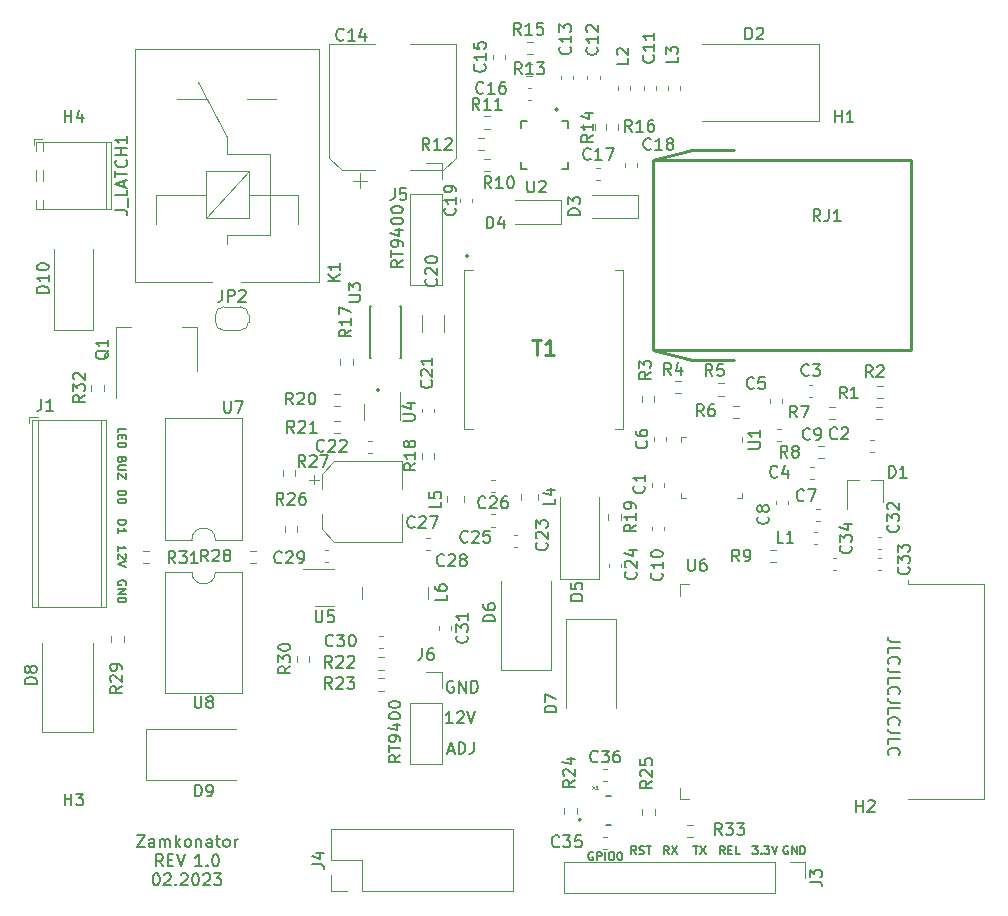
<source format=gbr>
%TF.GenerationSoftware,KiCad,Pcbnew,(7.0.0)*%
%TF.CreationDate,2023-03-14T22:36:42+01:00*%
%TF.ProjectId,Zamkonator,5a616d6b-6f6e-4617-946f-722e6b696361,rev?*%
%TF.SameCoordinates,Original*%
%TF.FileFunction,Legend,Top*%
%TF.FilePolarity,Positive*%
%FSLAX46Y46*%
G04 Gerber Fmt 4.6, Leading zero omitted, Abs format (unit mm)*
G04 Created by KiCad (PCBNEW (7.0.0)) date 2023-03-14 22:36:42*
%MOMM*%
%LPD*%
G01*
G04 APERTURE LIST*
%ADD10C,0.150000*%
%ADD11C,0.080000*%
%ADD12C,0.254000*%
%ADD13C,0.120000*%
%ADD14C,0.127000*%
%ADD15C,0.200000*%
%ADD16C,0.100000*%
G04 APERTURE END LIST*
D10*
X54383333Y-70757166D02*
X54150000Y-70423833D01*
X53983333Y-70757166D02*
X53983333Y-70057166D01*
X53983333Y-70057166D02*
X54250000Y-70057166D01*
X54250000Y-70057166D02*
X54316667Y-70090500D01*
X54316667Y-70090500D02*
X54350000Y-70123833D01*
X54350000Y-70123833D02*
X54383333Y-70190500D01*
X54383333Y-70190500D02*
X54383333Y-70290500D01*
X54383333Y-70290500D02*
X54350000Y-70357166D01*
X54350000Y-70357166D02*
X54316667Y-70390500D01*
X54316667Y-70390500D02*
X54250000Y-70423833D01*
X54250000Y-70423833D02*
X53983333Y-70423833D01*
X54616667Y-70057166D02*
X55083333Y-70757166D01*
X55083333Y-70057166D02*
X54616667Y-70757166D01*
X8109500Y-37350000D02*
X8076166Y-37450000D01*
X8076166Y-37450000D02*
X8042833Y-37483333D01*
X8042833Y-37483333D02*
X7976166Y-37516666D01*
X7976166Y-37516666D02*
X7876166Y-37516666D01*
X7876166Y-37516666D02*
X7809500Y-37483333D01*
X7809500Y-37483333D02*
X7776166Y-37450000D01*
X7776166Y-37450000D02*
X7742833Y-37383333D01*
X7742833Y-37383333D02*
X7742833Y-37116666D01*
X7742833Y-37116666D02*
X8442833Y-37116666D01*
X8442833Y-37116666D02*
X8442833Y-37350000D01*
X8442833Y-37350000D02*
X8409500Y-37416666D01*
X8409500Y-37416666D02*
X8376166Y-37450000D01*
X8376166Y-37450000D02*
X8309500Y-37483333D01*
X8309500Y-37483333D02*
X8242833Y-37483333D01*
X8242833Y-37483333D02*
X8176166Y-37450000D01*
X8176166Y-37450000D02*
X8142833Y-37416666D01*
X8142833Y-37416666D02*
X8109500Y-37350000D01*
X8109500Y-37350000D02*
X8109500Y-37116666D01*
X8442833Y-37816666D02*
X7876166Y-37816666D01*
X7876166Y-37816666D02*
X7809500Y-37850000D01*
X7809500Y-37850000D02*
X7776166Y-37883333D01*
X7776166Y-37883333D02*
X7742833Y-37950000D01*
X7742833Y-37950000D02*
X7742833Y-38083333D01*
X7742833Y-38083333D02*
X7776166Y-38150000D01*
X7776166Y-38150000D02*
X7809500Y-38183333D01*
X7809500Y-38183333D02*
X7876166Y-38216666D01*
X7876166Y-38216666D02*
X8442833Y-38216666D01*
X8442833Y-38483333D02*
X8442833Y-38949999D01*
X8442833Y-38949999D02*
X7742833Y-38483333D01*
X7742833Y-38483333D02*
X7742833Y-38949999D01*
X8409500Y-47966667D02*
X8442833Y-47900000D01*
X8442833Y-47900000D02*
X8442833Y-47800000D01*
X8442833Y-47800000D02*
X8409500Y-47700000D01*
X8409500Y-47700000D02*
X8342833Y-47633334D01*
X8342833Y-47633334D02*
X8276166Y-47600000D01*
X8276166Y-47600000D02*
X8142833Y-47566667D01*
X8142833Y-47566667D02*
X8042833Y-47566667D01*
X8042833Y-47566667D02*
X7909500Y-47600000D01*
X7909500Y-47600000D02*
X7842833Y-47633334D01*
X7842833Y-47633334D02*
X7776166Y-47700000D01*
X7776166Y-47700000D02*
X7742833Y-47800000D01*
X7742833Y-47800000D02*
X7742833Y-47866667D01*
X7742833Y-47866667D02*
X7776166Y-47966667D01*
X7776166Y-47966667D02*
X7809500Y-48000000D01*
X7809500Y-48000000D02*
X8042833Y-48000000D01*
X8042833Y-48000000D02*
X8042833Y-47866667D01*
X7742833Y-48300000D02*
X8442833Y-48300000D01*
X8442833Y-48300000D02*
X7742833Y-48700000D01*
X7742833Y-48700000D02*
X8442833Y-48700000D01*
X7742833Y-49033333D02*
X8442833Y-49033333D01*
X8442833Y-49033333D02*
X8442833Y-49200000D01*
X8442833Y-49200000D02*
X8409500Y-49300000D01*
X8409500Y-49300000D02*
X8342833Y-49366667D01*
X8342833Y-49366667D02*
X8276166Y-49400000D01*
X8276166Y-49400000D02*
X8142833Y-49433333D01*
X8142833Y-49433333D02*
X8042833Y-49433333D01*
X8042833Y-49433333D02*
X7909500Y-49400000D01*
X7909500Y-49400000D02*
X7842833Y-49366667D01*
X7842833Y-49366667D02*
X7776166Y-49300000D01*
X7776166Y-49300000D02*
X7742833Y-49200000D01*
X7742833Y-49200000D02*
X7742833Y-49033333D01*
X56466666Y-70057166D02*
X56866666Y-70057166D01*
X56666666Y-70757166D02*
X56666666Y-70057166D01*
X57033333Y-70057166D02*
X57499999Y-70757166D01*
X57499999Y-70057166D02*
X57033333Y-70757166D01*
X73932619Y-52780951D02*
X73218333Y-52780951D01*
X73218333Y-52780951D02*
X73075476Y-52733332D01*
X73075476Y-52733332D02*
X72980238Y-52638094D01*
X72980238Y-52638094D02*
X72932619Y-52495237D01*
X72932619Y-52495237D02*
X72932619Y-52399999D01*
X72932619Y-53733332D02*
X72932619Y-53257142D01*
X72932619Y-53257142D02*
X73932619Y-53257142D01*
X73027857Y-54638094D02*
X72980238Y-54590475D01*
X72980238Y-54590475D02*
X72932619Y-54447618D01*
X72932619Y-54447618D02*
X72932619Y-54352380D01*
X72932619Y-54352380D02*
X72980238Y-54209523D01*
X72980238Y-54209523D02*
X73075476Y-54114285D01*
X73075476Y-54114285D02*
X73170714Y-54066666D01*
X73170714Y-54066666D02*
X73361190Y-54019047D01*
X73361190Y-54019047D02*
X73504047Y-54019047D01*
X73504047Y-54019047D02*
X73694523Y-54066666D01*
X73694523Y-54066666D02*
X73789761Y-54114285D01*
X73789761Y-54114285D02*
X73885000Y-54209523D01*
X73885000Y-54209523D02*
X73932619Y-54352380D01*
X73932619Y-54352380D02*
X73932619Y-54447618D01*
X73932619Y-54447618D02*
X73885000Y-54590475D01*
X73885000Y-54590475D02*
X73837380Y-54638094D01*
X73932619Y-55352380D02*
X73218333Y-55352380D01*
X73218333Y-55352380D02*
X73075476Y-55304761D01*
X73075476Y-55304761D02*
X72980238Y-55209523D01*
X72980238Y-55209523D02*
X72932619Y-55066666D01*
X72932619Y-55066666D02*
X72932619Y-54971428D01*
X72932619Y-56304761D02*
X72932619Y-55828571D01*
X72932619Y-55828571D02*
X73932619Y-55828571D01*
X73027857Y-57209523D02*
X72980238Y-57161904D01*
X72980238Y-57161904D02*
X72932619Y-57019047D01*
X72932619Y-57019047D02*
X72932619Y-56923809D01*
X72932619Y-56923809D02*
X72980238Y-56780952D01*
X72980238Y-56780952D02*
X73075476Y-56685714D01*
X73075476Y-56685714D02*
X73170714Y-56638095D01*
X73170714Y-56638095D02*
X73361190Y-56590476D01*
X73361190Y-56590476D02*
X73504047Y-56590476D01*
X73504047Y-56590476D02*
X73694523Y-56638095D01*
X73694523Y-56638095D02*
X73789761Y-56685714D01*
X73789761Y-56685714D02*
X73885000Y-56780952D01*
X73885000Y-56780952D02*
X73932619Y-56923809D01*
X73932619Y-56923809D02*
X73932619Y-57019047D01*
X73932619Y-57019047D02*
X73885000Y-57161904D01*
X73885000Y-57161904D02*
X73837380Y-57209523D01*
X73932619Y-57923809D02*
X73218333Y-57923809D01*
X73218333Y-57923809D02*
X73075476Y-57876190D01*
X73075476Y-57876190D02*
X72980238Y-57780952D01*
X72980238Y-57780952D02*
X72932619Y-57638095D01*
X72932619Y-57638095D02*
X72932619Y-57542857D01*
X72932619Y-58876190D02*
X72932619Y-58400000D01*
X72932619Y-58400000D02*
X73932619Y-58400000D01*
X73027857Y-59780952D02*
X72980238Y-59733333D01*
X72980238Y-59733333D02*
X72932619Y-59590476D01*
X72932619Y-59590476D02*
X72932619Y-59495238D01*
X72932619Y-59495238D02*
X72980238Y-59352381D01*
X72980238Y-59352381D02*
X73075476Y-59257143D01*
X73075476Y-59257143D02*
X73170714Y-59209524D01*
X73170714Y-59209524D02*
X73361190Y-59161905D01*
X73361190Y-59161905D02*
X73504047Y-59161905D01*
X73504047Y-59161905D02*
X73694523Y-59209524D01*
X73694523Y-59209524D02*
X73789761Y-59257143D01*
X73789761Y-59257143D02*
X73885000Y-59352381D01*
X73885000Y-59352381D02*
X73932619Y-59495238D01*
X73932619Y-59495238D02*
X73932619Y-59590476D01*
X73932619Y-59590476D02*
X73885000Y-59733333D01*
X73885000Y-59733333D02*
X73837380Y-59780952D01*
X73932619Y-60495238D02*
X73218333Y-60495238D01*
X73218333Y-60495238D02*
X73075476Y-60447619D01*
X73075476Y-60447619D02*
X72980238Y-60352381D01*
X72980238Y-60352381D02*
X72932619Y-60209524D01*
X72932619Y-60209524D02*
X72932619Y-60114286D01*
X72932619Y-61447619D02*
X72932619Y-60971429D01*
X72932619Y-60971429D02*
X73932619Y-60971429D01*
X73027857Y-62352381D02*
X72980238Y-62304762D01*
X72980238Y-62304762D02*
X72932619Y-62161905D01*
X72932619Y-62161905D02*
X72932619Y-62066667D01*
X72932619Y-62066667D02*
X72980238Y-61923810D01*
X72980238Y-61923810D02*
X73075476Y-61828572D01*
X73075476Y-61828572D02*
X73170714Y-61780953D01*
X73170714Y-61780953D02*
X73361190Y-61733334D01*
X73361190Y-61733334D02*
X73504047Y-61733334D01*
X73504047Y-61733334D02*
X73694523Y-61780953D01*
X73694523Y-61780953D02*
X73789761Y-61828572D01*
X73789761Y-61828572D02*
X73885000Y-61923810D01*
X73885000Y-61923810D02*
X73932619Y-62066667D01*
X73932619Y-62066667D02*
X73932619Y-62161905D01*
X73932619Y-62161905D02*
X73885000Y-62304762D01*
X73885000Y-62304762D02*
X73837380Y-62352381D01*
X7742833Y-39983333D02*
X8442833Y-39983333D01*
X8442833Y-39983333D02*
X8442833Y-40150000D01*
X8442833Y-40150000D02*
X8409500Y-40250000D01*
X8409500Y-40250000D02*
X8342833Y-40316667D01*
X8342833Y-40316667D02*
X8276166Y-40350000D01*
X8276166Y-40350000D02*
X8142833Y-40383333D01*
X8142833Y-40383333D02*
X8042833Y-40383333D01*
X8042833Y-40383333D02*
X7909500Y-40350000D01*
X7909500Y-40350000D02*
X7842833Y-40316667D01*
X7842833Y-40316667D02*
X7776166Y-40250000D01*
X7776166Y-40250000D02*
X7742833Y-40150000D01*
X7742833Y-40150000D02*
X7742833Y-39983333D01*
X8442833Y-40816667D02*
X8442833Y-40883333D01*
X8442833Y-40883333D02*
X8409500Y-40950000D01*
X8409500Y-40950000D02*
X8376166Y-40983333D01*
X8376166Y-40983333D02*
X8309500Y-41016667D01*
X8309500Y-41016667D02*
X8176166Y-41050000D01*
X8176166Y-41050000D02*
X8009500Y-41050000D01*
X8009500Y-41050000D02*
X7876166Y-41016667D01*
X7876166Y-41016667D02*
X7809500Y-40983333D01*
X7809500Y-40983333D02*
X7776166Y-40950000D01*
X7776166Y-40950000D02*
X7742833Y-40883333D01*
X7742833Y-40883333D02*
X7742833Y-40816667D01*
X7742833Y-40816667D02*
X7776166Y-40750000D01*
X7776166Y-40750000D02*
X7809500Y-40716667D01*
X7809500Y-40716667D02*
X7876166Y-40683333D01*
X7876166Y-40683333D02*
X8009500Y-40650000D01*
X8009500Y-40650000D02*
X8176166Y-40650000D01*
X8176166Y-40650000D02*
X8309500Y-40683333D01*
X8309500Y-40683333D02*
X8376166Y-40716667D01*
X8376166Y-40716667D02*
X8409500Y-40750000D01*
X8409500Y-40750000D02*
X8442833Y-40816667D01*
X7742833Y-35050000D02*
X7742833Y-34716666D01*
X7742833Y-34716666D02*
X8442833Y-34716666D01*
X8109500Y-35283333D02*
X8109500Y-35516667D01*
X7742833Y-35616667D02*
X7742833Y-35283333D01*
X7742833Y-35283333D02*
X8442833Y-35283333D01*
X8442833Y-35283333D02*
X8442833Y-35616667D01*
X7742833Y-35916666D02*
X8442833Y-35916666D01*
X8442833Y-35916666D02*
X8442833Y-36083333D01*
X8442833Y-36083333D02*
X8409500Y-36183333D01*
X8409500Y-36183333D02*
X8342833Y-36250000D01*
X8342833Y-36250000D02*
X8276166Y-36283333D01*
X8276166Y-36283333D02*
X8142833Y-36316666D01*
X8142833Y-36316666D02*
X8042833Y-36316666D01*
X8042833Y-36316666D02*
X7909500Y-36283333D01*
X7909500Y-36283333D02*
X7842833Y-36250000D01*
X7842833Y-36250000D02*
X7776166Y-36183333D01*
X7776166Y-36183333D02*
X7742833Y-36083333D01*
X7742833Y-36083333D02*
X7742833Y-35916666D01*
X7742833Y-42483333D02*
X8442833Y-42483333D01*
X8442833Y-42483333D02*
X8442833Y-42650000D01*
X8442833Y-42650000D02*
X8409500Y-42750000D01*
X8409500Y-42750000D02*
X8342833Y-42816667D01*
X8342833Y-42816667D02*
X8276166Y-42850000D01*
X8276166Y-42850000D02*
X8142833Y-42883333D01*
X8142833Y-42883333D02*
X8042833Y-42883333D01*
X8042833Y-42883333D02*
X7909500Y-42850000D01*
X7909500Y-42850000D02*
X7842833Y-42816667D01*
X7842833Y-42816667D02*
X7776166Y-42750000D01*
X7776166Y-42750000D02*
X7742833Y-42650000D01*
X7742833Y-42650000D02*
X7742833Y-42483333D01*
X7742833Y-43550000D02*
X7742833Y-43150000D01*
X7742833Y-43350000D02*
X8442833Y-43350000D01*
X8442833Y-43350000D02*
X8342833Y-43283333D01*
X8342833Y-43283333D02*
X8276166Y-43216667D01*
X8276166Y-43216667D02*
X8242833Y-43150000D01*
X47966667Y-70590500D02*
X47900000Y-70557166D01*
X47900000Y-70557166D02*
X47800000Y-70557166D01*
X47800000Y-70557166D02*
X47700000Y-70590500D01*
X47700000Y-70590500D02*
X47633334Y-70657166D01*
X47633334Y-70657166D02*
X47600000Y-70723833D01*
X47600000Y-70723833D02*
X47566667Y-70857166D01*
X47566667Y-70857166D02*
X47566667Y-70957166D01*
X47566667Y-70957166D02*
X47600000Y-71090500D01*
X47600000Y-71090500D02*
X47633334Y-71157166D01*
X47633334Y-71157166D02*
X47700000Y-71223833D01*
X47700000Y-71223833D02*
X47800000Y-71257166D01*
X47800000Y-71257166D02*
X47866667Y-71257166D01*
X47866667Y-71257166D02*
X47966667Y-71223833D01*
X47966667Y-71223833D02*
X48000000Y-71190500D01*
X48000000Y-71190500D02*
X48000000Y-70957166D01*
X48000000Y-70957166D02*
X47866667Y-70957166D01*
X48300000Y-71257166D02*
X48300000Y-70557166D01*
X48300000Y-70557166D02*
X48566667Y-70557166D01*
X48566667Y-70557166D02*
X48633334Y-70590500D01*
X48633334Y-70590500D02*
X48666667Y-70623833D01*
X48666667Y-70623833D02*
X48700000Y-70690500D01*
X48700000Y-70690500D02*
X48700000Y-70790500D01*
X48700000Y-70790500D02*
X48666667Y-70857166D01*
X48666667Y-70857166D02*
X48633334Y-70890500D01*
X48633334Y-70890500D02*
X48566667Y-70923833D01*
X48566667Y-70923833D02*
X48300000Y-70923833D01*
X49000000Y-71257166D02*
X49000000Y-70557166D01*
X49466667Y-70557166D02*
X49600000Y-70557166D01*
X49600000Y-70557166D02*
X49666667Y-70590500D01*
X49666667Y-70590500D02*
X49733333Y-70657166D01*
X49733333Y-70657166D02*
X49766667Y-70790500D01*
X49766667Y-70790500D02*
X49766667Y-71023833D01*
X49766667Y-71023833D02*
X49733333Y-71157166D01*
X49733333Y-71157166D02*
X49666667Y-71223833D01*
X49666667Y-71223833D02*
X49600000Y-71257166D01*
X49600000Y-71257166D02*
X49466667Y-71257166D01*
X49466667Y-71257166D02*
X49400000Y-71223833D01*
X49400000Y-71223833D02*
X49333333Y-71157166D01*
X49333333Y-71157166D02*
X49300000Y-71023833D01*
X49300000Y-71023833D02*
X49300000Y-70790500D01*
X49300000Y-70790500D02*
X49333333Y-70657166D01*
X49333333Y-70657166D02*
X49400000Y-70590500D01*
X49400000Y-70590500D02*
X49466667Y-70557166D01*
X50200000Y-70557166D02*
X50266666Y-70557166D01*
X50266666Y-70557166D02*
X50333333Y-70590500D01*
X50333333Y-70590500D02*
X50366666Y-70623833D01*
X50366666Y-70623833D02*
X50400000Y-70690500D01*
X50400000Y-70690500D02*
X50433333Y-70823833D01*
X50433333Y-70823833D02*
X50433333Y-70990500D01*
X50433333Y-70990500D02*
X50400000Y-71123833D01*
X50400000Y-71123833D02*
X50366666Y-71190500D01*
X50366666Y-71190500D02*
X50333333Y-71223833D01*
X50333333Y-71223833D02*
X50266666Y-71257166D01*
X50266666Y-71257166D02*
X50200000Y-71257166D01*
X50200000Y-71257166D02*
X50133333Y-71223833D01*
X50133333Y-71223833D02*
X50100000Y-71190500D01*
X50100000Y-71190500D02*
X50066666Y-71123833D01*
X50066666Y-71123833D02*
X50033333Y-70990500D01*
X50033333Y-70990500D02*
X50033333Y-70823833D01*
X50033333Y-70823833D02*
X50066666Y-70690500D01*
X50066666Y-70690500D02*
X50100000Y-70623833D01*
X50100000Y-70623833D02*
X50133333Y-70590500D01*
X50133333Y-70590500D02*
X50200000Y-70557166D01*
X61466667Y-70057166D02*
X61900000Y-70057166D01*
X61900000Y-70057166D02*
X61666667Y-70323833D01*
X61666667Y-70323833D02*
X61766667Y-70323833D01*
X61766667Y-70323833D02*
X61833333Y-70357166D01*
X61833333Y-70357166D02*
X61866667Y-70390500D01*
X61866667Y-70390500D02*
X61900000Y-70457166D01*
X61900000Y-70457166D02*
X61900000Y-70623833D01*
X61900000Y-70623833D02*
X61866667Y-70690500D01*
X61866667Y-70690500D02*
X61833333Y-70723833D01*
X61833333Y-70723833D02*
X61766667Y-70757166D01*
X61766667Y-70757166D02*
X61566667Y-70757166D01*
X61566667Y-70757166D02*
X61500000Y-70723833D01*
X61500000Y-70723833D02*
X61466667Y-70690500D01*
X62200000Y-70690500D02*
X62233334Y-70723833D01*
X62233334Y-70723833D02*
X62200000Y-70757166D01*
X62200000Y-70757166D02*
X62166667Y-70723833D01*
X62166667Y-70723833D02*
X62200000Y-70690500D01*
X62200000Y-70690500D02*
X62200000Y-70757166D01*
X62466667Y-70057166D02*
X62900000Y-70057166D01*
X62900000Y-70057166D02*
X62666667Y-70323833D01*
X62666667Y-70323833D02*
X62766667Y-70323833D01*
X62766667Y-70323833D02*
X62833333Y-70357166D01*
X62833333Y-70357166D02*
X62866667Y-70390500D01*
X62866667Y-70390500D02*
X62900000Y-70457166D01*
X62900000Y-70457166D02*
X62900000Y-70623833D01*
X62900000Y-70623833D02*
X62866667Y-70690500D01*
X62866667Y-70690500D02*
X62833333Y-70723833D01*
X62833333Y-70723833D02*
X62766667Y-70757166D01*
X62766667Y-70757166D02*
X62566667Y-70757166D01*
X62566667Y-70757166D02*
X62500000Y-70723833D01*
X62500000Y-70723833D02*
X62466667Y-70690500D01*
X63100000Y-70057166D02*
X63333334Y-70757166D01*
X63333334Y-70757166D02*
X63566667Y-70057166D01*
X31867380Y-20476190D02*
X31391190Y-20809523D01*
X31867380Y-21047618D02*
X30867380Y-21047618D01*
X30867380Y-21047618D02*
X30867380Y-20666666D01*
X30867380Y-20666666D02*
X30915000Y-20571428D01*
X30915000Y-20571428D02*
X30962619Y-20523809D01*
X30962619Y-20523809D02*
X31057857Y-20476190D01*
X31057857Y-20476190D02*
X31200714Y-20476190D01*
X31200714Y-20476190D02*
X31295952Y-20523809D01*
X31295952Y-20523809D02*
X31343571Y-20571428D01*
X31343571Y-20571428D02*
X31391190Y-20666666D01*
X31391190Y-20666666D02*
X31391190Y-21047618D01*
X30867380Y-20190475D02*
X30867380Y-19619047D01*
X31867380Y-19904761D02*
X30867380Y-19904761D01*
X31867380Y-19238094D02*
X31867380Y-19047618D01*
X31867380Y-19047618D02*
X31819761Y-18952380D01*
X31819761Y-18952380D02*
X31772142Y-18904761D01*
X31772142Y-18904761D02*
X31629285Y-18809523D01*
X31629285Y-18809523D02*
X31438809Y-18761904D01*
X31438809Y-18761904D02*
X31057857Y-18761904D01*
X31057857Y-18761904D02*
X30962619Y-18809523D01*
X30962619Y-18809523D02*
X30915000Y-18857142D01*
X30915000Y-18857142D02*
X30867380Y-18952380D01*
X30867380Y-18952380D02*
X30867380Y-19142856D01*
X30867380Y-19142856D02*
X30915000Y-19238094D01*
X30915000Y-19238094D02*
X30962619Y-19285713D01*
X30962619Y-19285713D02*
X31057857Y-19333332D01*
X31057857Y-19333332D02*
X31295952Y-19333332D01*
X31295952Y-19333332D02*
X31391190Y-19285713D01*
X31391190Y-19285713D02*
X31438809Y-19238094D01*
X31438809Y-19238094D02*
X31486428Y-19142856D01*
X31486428Y-19142856D02*
X31486428Y-18952380D01*
X31486428Y-18952380D02*
X31438809Y-18857142D01*
X31438809Y-18857142D02*
X31391190Y-18809523D01*
X31391190Y-18809523D02*
X31295952Y-18761904D01*
X31200714Y-17904761D02*
X31867380Y-17904761D01*
X30819761Y-18142856D02*
X31534047Y-18380951D01*
X31534047Y-18380951D02*
X31534047Y-17761904D01*
X30867380Y-17190475D02*
X30867380Y-17095237D01*
X30867380Y-17095237D02*
X30915000Y-16999999D01*
X30915000Y-16999999D02*
X30962619Y-16952380D01*
X30962619Y-16952380D02*
X31057857Y-16904761D01*
X31057857Y-16904761D02*
X31248333Y-16857142D01*
X31248333Y-16857142D02*
X31486428Y-16857142D01*
X31486428Y-16857142D02*
X31676904Y-16904761D01*
X31676904Y-16904761D02*
X31772142Y-16952380D01*
X31772142Y-16952380D02*
X31819761Y-16999999D01*
X31819761Y-16999999D02*
X31867380Y-17095237D01*
X31867380Y-17095237D02*
X31867380Y-17190475D01*
X31867380Y-17190475D02*
X31819761Y-17285713D01*
X31819761Y-17285713D02*
X31772142Y-17333332D01*
X31772142Y-17333332D02*
X31676904Y-17380951D01*
X31676904Y-17380951D02*
X31486428Y-17428570D01*
X31486428Y-17428570D02*
X31248333Y-17428570D01*
X31248333Y-17428570D02*
X31057857Y-17380951D01*
X31057857Y-17380951D02*
X30962619Y-17333332D01*
X30962619Y-17333332D02*
X30915000Y-17285713D01*
X30915000Y-17285713D02*
X30867380Y-17190475D01*
X30867380Y-16238094D02*
X30867380Y-16142856D01*
X30867380Y-16142856D02*
X30915000Y-16047618D01*
X30915000Y-16047618D02*
X30962619Y-15999999D01*
X30962619Y-15999999D02*
X31057857Y-15952380D01*
X31057857Y-15952380D02*
X31248333Y-15904761D01*
X31248333Y-15904761D02*
X31486428Y-15904761D01*
X31486428Y-15904761D02*
X31676904Y-15952380D01*
X31676904Y-15952380D02*
X31772142Y-15999999D01*
X31772142Y-15999999D02*
X31819761Y-16047618D01*
X31819761Y-16047618D02*
X31867380Y-16142856D01*
X31867380Y-16142856D02*
X31867380Y-16238094D01*
X31867380Y-16238094D02*
X31819761Y-16333332D01*
X31819761Y-16333332D02*
X31772142Y-16380951D01*
X31772142Y-16380951D02*
X31676904Y-16428570D01*
X31676904Y-16428570D02*
X31486428Y-16476189D01*
X31486428Y-16476189D02*
X31248333Y-16476189D01*
X31248333Y-16476189D02*
X31057857Y-16428570D01*
X31057857Y-16428570D02*
X30962619Y-16380951D01*
X30962619Y-16380951D02*
X30915000Y-16333332D01*
X30915000Y-16333332D02*
X30867380Y-16238094D01*
X59116666Y-70757166D02*
X58883333Y-70423833D01*
X58716666Y-70757166D02*
X58716666Y-70057166D01*
X58716666Y-70057166D02*
X58983333Y-70057166D01*
X58983333Y-70057166D02*
X59050000Y-70090500D01*
X59050000Y-70090500D02*
X59083333Y-70123833D01*
X59083333Y-70123833D02*
X59116666Y-70190500D01*
X59116666Y-70190500D02*
X59116666Y-70290500D01*
X59116666Y-70290500D02*
X59083333Y-70357166D01*
X59083333Y-70357166D02*
X59050000Y-70390500D01*
X59050000Y-70390500D02*
X58983333Y-70423833D01*
X58983333Y-70423833D02*
X58716666Y-70423833D01*
X59416666Y-70390500D02*
X59650000Y-70390500D01*
X59750000Y-70757166D02*
X59416666Y-70757166D01*
X59416666Y-70757166D02*
X59416666Y-70057166D01*
X59416666Y-70057166D02*
X59750000Y-70057166D01*
X60383333Y-70757166D02*
X60049999Y-70757166D01*
X60049999Y-70757166D02*
X60049999Y-70057166D01*
X36138095Y-56115000D02*
X36042857Y-56067380D01*
X36042857Y-56067380D02*
X35900000Y-56067380D01*
X35900000Y-56067380D02*
X35757143Y-56115000D01*
X35757143Y-56115000D02*
X35661905Y-56210238D01*
X35661905Y-56210238D02*
X35614286Y-56305476D01*
X35614286Y-56305476D02*
X35566667Y-56495952D01*
X35566667Y-56495952D02*
X35566667Y-56638809D01*
X35566667Y-56638809D02*
X35614286Y-56829285D01*
X35614286Y-56829285D02*
X35661905Y-56924523D01*
X35661905Y-56924523D02*
X35757143Y-57019761D01*
X35757143Y-57019761D02*
X35900000Y-57067380D01*
X35900000Y-57067380D02*
X35995238Y-57067380D01*
X35995238Y-57067380D02*
X36138095Y-57019761D01*
X36138095Y-57019761D02*
X36185714Y-56972142D01*
X36185714Y-56972142D02*
X36185714Y-56638809D01*
X36185714Y-56638809D02*
X35995238Y-56638809D01*
X36614286Y-57067380D02*
X36614286Y-56067380D01*
X36614286Y-56067380D02*
X37185714Y-57067380D01*
X37185714Y-57067380D02*
X37185714Y-56067380D01*
X37661905Y-57067380D02*
X37661905Y-56067380D01*
X37661905Y-56067380D02*
X37900000Y-56067380D01*
X37900000Y-56067380D02*
X38042857Y-56115000D01*
X38042857Y-56115000D02*
X38138095Y-56210238D01*
X38138095Y-56210238D02*
X38185714Y-56305476D01*
X38185714Y-56305476D02*
X38233333Y-56495952D01*
X38233333Y-56495952D02*
X38233333Y-56638809D01*
X38233333Y-56638809D02*
X38185714Y-56829285D01*
X38185714Y-56829285D02*
X38138095Y-56924523D01*
X38138095Y-56924523D02*
X38042857Y-57019761D01*
X38042857Y-57019761D02*
X37900000Y-57067380D01*
X37900000Y-57067380D02*
X37661905Y-57067380D01*
X64466667Y-70090500D02*
X64400000Y-70057166D01*
X64400000Y-70057166D02*
X64300000Y-70057166D01*
X64300000Y-70057166D02*
X64200000Y-70090500D01*
X64200000Y-70090500D02*
X64133334Y-70157166D01*
X64133334Y-70157166D02*
X64100000Y-70223833D01*
X64100000Y-70223833D02*
X64066667Y-70357166D01*
X64066667Y-70357166D02*
X64066667Y-70457166D01*
X64066667Y-70457166D02*
X64100000Y-70590500D01*
X64100000Y-70590500D02*
X64133334Y-70657166D01*
X64133334Y-70657166D02*
X64200000Y-70723833D01*
X64200000Y-70723833D02*
X64300000Y-70757166D01*
X64300000Y-70757166D02*
X64366667Y-70757166D01*
X64366667Y-70757166D02*
X64466667Y-70723833D01*
X64466667Y-70723833D02*
X64500000Y-70690500D01*
X64500000Y-70690500D02*
X64500000Y-70457166D01*
X64500000Y-70457166D02*
X64366667Y-70457166D01*
X64800000Y-70757166D02*
X64800000Y-70057166D01*
X64800000Y-70057166D02*
X65200000Y-70757166D01*
X65200000Y-70757166D02*
X65200000Y-70057166D01*
X65533333Y-70757166D02*
X65533333Y-70057166D01*
X65533333Y-70057166D02*
X65700000Y-70057166D01*
X65700000Y-70057166D02*
X65800000Y-70090500D01*
X65800000Y-70090500D02*
X65866667Y-70157166D01*
X65866667Y-70157166D02*
X65900000Y-70223833D01*
X65900000Y-70223833D02*
X65933333Y-70357166D01*
X65933333Y-70357166D02*
X65933333Y-70457166D01*
X65933333Y-70457166D02*
X65900000Y-70590500D01*
X65900000Y-70590500D02*
X65866667Y-70657166D01*
X65866667Y-70657166D02*
X65800000Y-70723833D01*
X65800000Y-70723833D02*
X65700000Y-70757166D01*
X65700000Y-70757166D02*
X65533333Y-70757166D01*
X35680952Y-61981666D02*
X36157142Y-61981666D01*
X35585714Y-62267380D02*
X35919047Y-61267380D01*
X35919047Y-61267380D02*
X36252380Y-62267380D01*
X36585714Y-62267380D02*
X36585714Y-61267380D01*
X36585714Y-61267380D02*
X36823809Y-61267380D01*
X36823809Y-61267380D02*
X36966666Y-61315000D01*
X36966666Y-61315000D02*
X37061904Y-61410238D01*
X37061904Y-61410238D02*
X37109523Y-61505476D01*
X37109523Y-61505476D02*
X37157142Y-61695952D01*
X37157142Y-61695952D02*
X37157142Y-61838809D01*
X37157142Y-61838809D02*
X37109523Y-62029285D01*
X37109523Y-62029285D02*
X37061904Y-62124523D01*
X37061904Y-62124523D02*
X36966666Y-62219761D01*
X36966666Y-62219761D02*
X36823809Y-62267380D01*
X36823809Y-62267380D02*
X36585714Y-62267380D01*
X37871428Y-61267380D02*
X37871428Y-61981666D01*
X37871428Y-61981666D02*
X37823809Y-62124523D01*
X37823809Y-62124523D02*
X37728571Y-62219761D01*
X37728571Y-62219761D02*
X37585714Y-62267380D01*
X37585714Y-62267380D02*
X37490476Y-62267380D01*
X36080952Y-59667380D02*
X35509524Y-59667380D01*
X35795238Y-59667380D02*
X35795238Y-58667380D01*
X35795238Y-58667380D02*
X35700000Y-58810238D01*
X35700000Y-58810238D02*
X35604762Y-58905476D01*
X35604762Y-58905476D02*
X35509524Y-58953095D01*
X36461905Y-58762619D02*
X36509524Y-58715000D01*
X36509524Y-58715000D02*
X36604762Y-58667380D01*
X36604762Y-58667380D02*
X36842857Y-58667380D01*
X36842857Y-58667380D02*
X36938095Y-58715000D01*
X36938095Y-58715000D02*
X36985714Y-58762619D01*
X36985714Y-58762619D02*
X37033333Y-58857857D01*
X37033333Y-58857857D02*
X37033333Y-58953095D01*
X37033333Y-58953095D02*
X36985714Y-59095952D01*
X36985714Y-59095952D02*
X36414286Y-59667380D01*
X36414286Y-59667380D02*
X37033333Y-59667380D01*
X37319048Y-58667380D02*
X37652381Y-59667380D01*
X37652381Y-59667380D02*
X37985714Y-58667380D01*
X51616666Y-70757166D02*
X51383333Y-70423833D01*
X51216666Y-70757166D02*
X51216666Y-70057166D01*
X51216666Y-70057166D02*
X51483333Y-70057166D01*
X51483333Y-70057166D02*
X51550000Y-70090500D01*
X51550000Y-70090500D02*
X51583333Y-70123833D01*
X51583333Y-70123833D02*
X51616666Y-70190500D01*
X51616666Y-70190500D02*
X51616666Y-70290500D01*
X51616666Y-70290500D02*
X51583333Y-70357166D01*
X51583333Y-70357166D02*
X51550000Y-70390500D01*
X51550000Y-70390500D02*
X51483333Y-70423833D01*
X51483333Y-70423833D02*
X51216666Y-70423833D01*
X51883333Y-70723833D02*
X51983333Y-70757166D01*
X51983333Y-70757166D02*
X52150000Y-70757166D01*
X52150000Y-70757166D02*
X52216666Y-70723833D01*
X52216666Y-70723833D02*
X52250000Y-70690500D01*
X52250000Y-70690500D02*
X52283333Y-70623833D01*
X52283333Y-70623833D02*
X52283333Y-70557166D01*
X52283333Y-70557166D02*
X52250000Y-70490500D01*
X52250000Y-70490500D02*
X52216666Y-70457166D01*
X52216666Y-70457166D02*
X52150000Y-70423833D01*
X52150000Y-70423833D02*
X52016666Y-70390500D01*
X52016666Y-70390500D02*
X51950000Y-70357166D01*
X51950000Y-70357166D02*
X51916666Y-70323833D01*
X51916666Y-70323833D02*
X51883333Y-70257166D01*
X51883333Y-70257166D02*
X51883333Y-70190500D01*
X51883333Y-70190500D02*
X51916666Y-70123833D01*
X51916666Y-70123833D02*
X51950000Y-70090500D01*
X51950000Y-70090500D02*
X52016666Y-70057166D01*
X52016666Y-70057166D02*
X52183333Y-70057166D01*
X52183333Y-70057166D02*
X52283333Y-70090500D01*
X52483333Y-70057166D02*
X52883333Y-70057166D01*
X52683333Y-70757166D02*
X52683333Y-70057166D01*
X7742833Y-45066666D02*
X7742833Y-44666666D01*
X7742833Y-44866666D02*
X8442833Y-44866666D01*
X8442833Y-44866666D02*
X8342833Y-44799999D01*
X8342833Y-44799999D02*
X8276166Y-44733333D01*
X8276166Y-44733333D02*
X8242833Y-44666666D01*
X8376166Y-45333333D02*
X8409500Y-45366666D01*
X8409500Y-45366666D02*
X8442833Y-45433333D01*
X8442833Y-45433333D02*
X8442833Y-45600000D01*
X8442833Y-45600000D02*
X8409500Y-45666666D01*
X8409500Y-45666666D02*
X8376166Y-45700000D01*
X8376166Y-45700000D02*
X8309500Y-45733333D01*
X8309500Y-45733333D02*
X8242833Y-45733333D01*
X8242833Y-45733333D02*
X8142833Y-45700000D01*
X8142833Y-45700000D02*
X7742833Y-45300000D01*
X7742833Y-45300000D02*
X7742833Y-45733333D01*
X8442833Y-45933333D02*
X7742833Y-46166667D01*
X7742833Y-46166667D02*
X8442833Y-46400000D01*
X9338095Y-69147380D02*
X10004761Y-69147380D01*
X10004761Y-69147380D02*
X9338095Y-70147380D01*
X9338095Y-70147380D02*
X10004761Y-70147380D01*
X10814285Y-70147380D02*
X10814285Y-69623571D01*
X10814285Y-69623571D02*
X10766666Y-69528333D01*
X10766666Y-69528333D02*
X10671428Y-69480714D01*
X10671428Y-69480714D02*
X10480952Y-69480714D01*
X10480952Y-69480714D02*
X10385714Y-69528333D01*
X10814285Y-70099761D02*
X10719047Y-70147380D01*
X10719047Y-70147380D02*
X10480952Y-70147380D01*
X10480952Y-70147380D02*
X10385714Y-70099761D01*
X10385714Y-70099761D02*
X10338095Y-70004523D01*
X10338095Y-70004523D02*
X10338095Y-69909285D01*
X10338095Y-69909285D02*
X10385714Y-69814047D01*
X10385714Y-69814047D02*
X10480952Y-69766428D01*
X10480952Y-69766428D02*
X10719047Y-69766428D01*
X10719047Y-69766428D02*
X10814285Y-69718809D01*
X11290476Y-70147380D02*
X11290476Y-69480714D01*
X11290476Y-69575952D02*
X11338095Y-69528333D01*
X11338095Y-69528333D02*
X11433333Y-69480714D01*
X11433333Y-69480714D02*
X11576190Y-69480714D01*
X11576190Y-69480714D02*
X11671428Y-69528333D01*
X11671428Y-69528333D02*
X11719047Y-69623571D01*
X11719047Y-69623571D02*
X11719047Y-70147380D01*
X11719047Y-69623571D02*
X11766666Y-69528333D01*
X11766666Y-69528333D02*
X11861904Y-69480714D01*
X11861904Y-69480714D02*
X12004761Y-69480714D01*
X12004761Y-69480714D02*
X12100000Y-69528333D01*
X12100000Y-69528333D02*
X12147619Y-69623571D01*
X12147619Y-69623571D02*
X12147619Y-70147380D01*
X12623809Y-70147380D02*
X12623809Y-69147380D01*
X12719047Y-69766428D02*
X13004761Y-70147380D01*
X13004761Y-69480714D02*
X12623809Y-69861666D01*
X13576190Y-70147380D02*
X13480952Y-70099761D01*
X13480952Y-70099761D02*
X13433333Y-70052142D01*
X13433333Y-70052142D02*
X13385714Y-69956904D01*
X13385714Y-69956904D02*
X13385714Y-69671190D01*
X13385714Y-69671190D02*
X13433333Y-69575952D01*
X13433333Y-69575952D02*
X13480952Y-69528333D01*
X13480952Y-69528333D02*
X13576190Y-69480714D01*
X13576190Y-69480714D02*
X13719047Y-69480714D01*
X13719047Y-69480714D02*
X13814285Y-69528333D01*
X13814285Y-69528333D02*
X13861904Y-69575952D01*
X13861904Y-69575952D02*
X13909523Y-69671190D01*
X13909523Y-69671190D02*
X13909523Y-69956904D01*
X13909523Y-69956904D02*
X13861904Y-70052142D01*
X13861904Y-70052142D02*
X13814285Y-70099761D01*
X13814285Y-70099761D02*
X13719047Y-70147380D01*
X13719047Y-70147380D02*
X13576190Y-70147380D01*
X14338095Y-69480714D02*
X14338095Y-70147380D01*
X14338095Y-69575952D02*
X14385714Y-69528333D01*
X14385714Y-69528333D02*
X14480952Y-69480714D01*
X14480952Y-69480714D02*
X14623809Y-69480714D01*
X14623809Y-69480714D02*
X14719047Y-69528333D01*
X14719047Y-69528333D02*
X14766666Y-69623571D01*
X14766666Y-69623571D02*
X14766666Y-70147380D01*
X15671428Y-70147380D02*
X15671428Y-69623571D01*
X15671428Y-69623571D02*
X15623809Y-69528333D01*
X15623809Y-69528333D02*
X15528571Y-69480714D01*
X15528571Y-69480714D02*
X15338095Y-69480714D01*
X15338095Y-69480714D02*
X15242857Y-69528333D01*
X15671428Y-70099761D02*
X15576190Y-70147380D01*
X15576190Y-70147380D02*
X15338095Y-70147380D01*
X15338095Y-70147380D02*
X15242857Y-70099761D01*
X15242857Y-70099761D02*
X15195238Y-70004523D01*
X15195238Y-70004523D02*
X15195238Y-69909285D01*
X15195238Y-69909285D02*
X15242857Y-69814047D01*
X15242857Y-69814047D02*
X15338095Y-69766428D01*
X15338095Y-69766428D02*
X15576190Y-69766428D01*
X15576190Y-69766428D02*
X15671428Y-69718809D01*
X16004762Y-69480714D02*
X16385714Y-69480714D01*
X16147619Y-69147380D02*
X16147619Y-70004523D01*
X16147619Y-70004523D02*
X16195238Y-70099761D01*
X16195238Y-70099761D02*
X16290476Y-70147380D01*
X16290476Y-70147380D02*
X16385714Y-70147380D01*
X16861905Y-70147380D02*
X16766667Y-70099761D01*
X16766667Y-70099761D02*
X16719048Y-70052142D01*
X16719048Y-70052142D02*
X16671429Y-69956904D01*
X16671429Y-69956904D02*
X16671429Y-69671190D01*
X16671429Y-69671190D02*
X16719048Y-69575952D01*
X16719048Y-69575952D02*
X16766667Y-69528333D01*
X16766667Y-69528333D02*
X16861905Y-69480714D01*
X16861905Y-69480714D02*
X17004762Y-69480714D01*
X17004762Y-69480714D02*
X17100000Y-69528333D01*
X17100000Y-69528333D02*
X17147619Y-69575952D01*
X17147619Y-69575952D02*
X17195238Y-69671190D01*
X17195238Y-69671190D02*
X17195238Y-69956904D01*
X17195238Y-69956904D02*
X17147619Y-70052142D01*
X17147619Y-70052142D02*
X17100000Y-70099761D01*
X17100000Y-70099761D02*
X17004762Y-70147380D01*
X17004762Y-70147380D02*
X16861905Y-70147380D01*
X17623810Y-70147380D02*
X17623810Y-69480714D01*
X17623810Y-69671190D02*
X17671429Y-69575952D01*
X17671429Y-69575952D02*
X17719048Y-69528333D01*
X17719048Y-69528333D02*
X17814286Y-69480714D01*
X17814286Y-69480714D02*
X17909524Y-69480714D01*
X11538095Y-71767380D02*
X11204762Y-71291190D01*
X10966667Y-71767380D02*
X10966667Y-70767380D01*
X10966667Y-70767380D02*
X11347619Y-70767380D01*
X11347619Y-70767380D02*
X11442857Y-70815000D01*
X11442857Y-70815000D02*
X11490476Y-70862619D01*
X11490476Y-70862619D02*
X11538095Y-70957857D01*
X11538095Y-70957857D02*
X11538095Y-71100714D01*
X11538095Y-71100714D02*
X11490476Y-71195952D01*
X11490476Y-71195952D02*
X11442857Y-71243571D01*
X11442857Y-71243571D02*
X11347619Y-71291190D01*
X11347619Y-71291190D02*
X10966667Y-71291190D01*
X11966667Y-71243571D02*
X12300000Y-71243571D01*
X12442857Y-71767380D02*
X11966667Y-71767380D01*
X11966667Y-71767380D02*
X11966667Y-70767380D01*
X11966667Y-70767380D02*
X12442857Y-70767380D01*
X12728572Y-70767380D02*
X13061905Y-71767380D01*
X13061905Y-71767380D02*
X13395238Y-70767380D01*
X14852381Y-71767380D02*
X14280953Y-71767380D01*
X14566667Y-71767380D02*
X14566667Y-70767380D01*
X14566667Y-70767380D02*
X14471429Y-70910238D01*
X14471429Y-70910238D02*
X14376191Y-71005476D01*
X14376191Y-71005476D02*
X14280953Y-71053095D01*
X15280953Y-71672142D02*
X15328572Y-71719761D01*
X15328572Y-71719761D02*
X15280953Y-71767380D01*
X15280953Y-71767380D02*
X15233334Y-71719761D01*
X15233334Y-71719761D02*
X15280953Y-71672142D01*
X15280953Y-71672142D02*
X15280953Y-71767380D01*
X15947619Y-70767380D02*
X16042857Y-70767380D01*
X16042857Y-70767380D02*
X16138095Y-70815000D01*
X16138095Y-70815000D02*
X16185714Y-70862619D01*
X16185714Y-70862619D02*
X16233333Y-70957857D01*
X16233333Y-70957857D02*
X16280952Y-71148333D01*
X16280952Y-71148333D02*
X16280952Y-71386428D01*
X16280952Y-71386428D02*
X16233333Y-71576904D01*
X16233333Y-71576904D02*
X16185714Y-71672142D01*
X16185714Y-71672142D02*
X16138095Y-71719761D01*
X16138095Y-71719761D02*
X16042857Y-71767380D01*
X16042857Y-71767380D02*
X15947619Y-71767380D01*
X15947619Y-71767380D02*
X15852381Y-71719761D01*
X15852381Y-71719761D02*
X15804762Y-71672142D01*
X15804762Y-71672142D02*
X15757143Y-71576904D01*
X15757143Y-71576904D02*
X15709524Y-71386428D01*
X15709524Y-71386428D02*
X15709524Y-71148333D01*
X15709524Y-71148333D02*
X15757143Y-70957857D01*
X15757143Y-70957857D02*
X15804762Y-70862619D01*
X15804762Y-70862619D02*
X15852381Y-70815000D01*
X15852381Y-70815000D02*
X15947619Y-70767380D01*
X10933333Y-72387380D02*
X11028571Y-72387380D01*
X11028571Y-72387380D02*
X11123809Y-72435000D01*
X11123809Y-72435000D02*
X11171428Y-72482619D01*
X11171428Y-72482619D02*
X11219047Y-72577857D01*
X11219047Y-72577857D02*
X11266666Y-72768333D01*
X11266666Y-72768333D02*
X11266666Y-73006428D01*
X11266666Y-73006428D02*
X11219047Y-73196904D01*
X11219047Y-73196904D02*
X11171428Y-73292142D01*
X11171428Y-73292142D02*
X11123809Y-73339761D01*
X11123809Y-73339761D02*
X11028571Y-73387380D01*
X11028571Y-73387380D02*
X10933333Y-73387380D01*
X10933333Y-73387380D02*
X10838095Y-73339761D01*
X10838095Y-73339761D02*
X10790476Y-73292142D01*
X10790476Y-73292142D02*
X10742857Y-73196904D01*
X10742857Y-73196904D02*
X10695238Y-73006428D01*
X10695238Y-73006428D02*
X10695238Y-72768333D01*
X10695238Y-72768333D02*
X10742857Y-72577857D01*
X10742857Y-72577857D02*
X10790476Y-72482619D01*
X10790476Y-72482619D02*
X10838095Y-72435000D01*
X10838095Y-72435000D02*
X10933333Y-72387380D01*
X11647619Y-72482619D02*
X11695238Y-72435000D01*
X11695238Y-72435000D02*
X11790476Y-72387380D01*
X11790476Y-72387380D02*
X12028571Y-72387380D01*
X12028571Y-72387380D02*
X12123809Y-72435000D01*
X12123809Y-72435000D02*
X12171428Y-72482619D01*
X12171428Y-72482619D02*
X12219047Y-72577857D01*
X12219047Y-72577857D02*
X12219047Y-72673095D01*
X12219047Y-72673095D02*
X12171428Y-72815952D01*
X12171428Y-72815952D02*
X11600000Y-73387380D01*
X11600000Y-73387380D02*
X12219047Y-73387380D01*
X12647619Y-73292142D02*
X12695238Y-73339761D01*
X12695238Y-73339761D02*
X12647619Y-73387380D01*
X12647619Y-73387380D02*
X12600000Y-73339761D01*
X12600000Y-73339761D02*
X12647619Y-73292142D01*
X12647619Y-73292142D02*
X12647619Y-73387380D01*
X13076190Y-72482619D02*
X13123809Y-72435000D01*
X13123809Y-72435000D02*
X13219047Y-72387380D01*
X13219047Y-72387380D02*
X13457142Y-72387380D01*
X13457142Y-72387380D02*
X13552380Y-72435000D01*
X13552380Y-72435000D02*
X13599999Y-72482619D01*
X13599999Y-72482619D02*
X13647618Y-72577857D01*
X13647618Y-72577857D02*
X13647618Y-72673095D01*
X13647618Y-72673095D02*
X13599999Y-72815952D01*
X13599999Y-72815952D02*
X13028571Y-73387380D01*
X13028571Y-73387380D02*
X13647618Y-73387380D01*
X14266666Y-72387380D02*
X14361904Y-72387380D01*
X14361904Y-72387380D02*
X14457142Y-72435000D01*
X14457142Y-72435000D02*
X14504761Y-72482619D01*
X14504761Y-72482619D02*
X14552380Y-72577857D01*
X14552380Y-72577857D02*
X14599999Y-72768333D01*
X14599999Y-72768333D02*
X14599999Y-73006428D01*
X14599999Y-73006428D02*
X14552380Y-73196904D01*
X14552380Y-73196904D02*
X14504761Y-73292142D01*
X14504761Y-73292142D02*
X14457142Y-73339761D01*
X14457142Y-73339761D02*
X14361904Y-73387380D01*
X14361904Y-73387380D02*
X14266666Y-73387380D01*
X14266666Y-73387380D02*
X14171428Y-73339761D01*
X14171428Y-73339761D02*
X14123809Y-73292142D01*
X14123809Y-73292142D02*
X14076190Y-73196904D01*
X14076190Y-73196904D02*
X14028571Y-73006428D01*
X14028571Y-73006428D02*
X14028571Y-72768333D01*
X14028571Y-72768333D02*
X14076190Y-72577857D01*
X14076190Y-72577857D02*
X14123809Y-72482619D01*
X14123809Y-72482619D02*
X14171428Y-72435000D01*
X14171428Y-72435000D02*
X14266666Y-72387380D01*
X14980952Y-72482619D02*
X15028571Y-72435000D01*
X15028571Y-72435000D02*
X15123809Y-72387380D01*
X15123809Y-72387380D02*
X15361904Y-72387380D01*
X15361904Y-72387380D02*
X15457142Y-72435000D01*
X15457142Y-72435000D02*
X15504761Y-72482619D01*
X15504761Y-72482619D02*
X15552380Y-72577857D01*
X15552380Y-72577857D02*
X15552380Y-72673095D01*
X15552380Y-72673095D02*
X15504761Y-72815952D01*
X15504761Y-72815952D02*
X14933333Y-73387380D01*
X14933333Y-73387380D02*
X15552380Y-73387380D01*
X15885714Y-72387380D02*
X16504761Y-72387380D01*
X16504761Y-72387380D02*
X16171428Y-72768333D01*
X16171428Y-72768333D02*
X16314285Y-72768333D01*
X16314285Y-72768333D02*
X16409523Y-72815952D01*
X16409523Y-72815952D02*
X16457142Y-72863571D01*
X16457142Y-72863571D02*
X16504761Y-72958809D01*
X16504761Y-72958809D02*
X16504761Y-73196904D01*
X16504761Y-73196904D02*
X16457142Y-73292142D01*
X16457142Y-73292142D02*
X16409523Y-73339761D01*
X16409523Y-73339761D02*
X16314285Y-73387380D01*
X16314285Y-73387380D02*
X16028571Y-73387380D01*
X16028571Y-73387380D02*
X15933333Y-73339761D01*
X15933333Y-73339761D02*
X15885714Y-73292142D01*
X31667380Y-62376190D02*
X31191190Y-62709523D01*
X31667380Y-62947618D02*
X30667380Y-62947618D01*
X30667380Y-62947618D02*
X30667380Y-62566666D01*
X30667380Y-62566666D02*
X30715000Y-62471428D01*
X30715000Y-62471428D02*
X30762619Y-62423809D01*
X30762619Y-62423809D02*
X30857857Y-62376190D01*
X30857857Y-62376190D02*
X31000714Y-62376190D01*
X31000714Y-62376190D02*
X31095952Y-62423809D01*
X31095952Y-62423809D02*
X31143571Y-62471428D01*
X31143571Y-62471428D02*
X31191190Y-62566666D01*
X31191190Y-62566666D02*
X31191190Y-62947618D01*
X30667380Y-62090475D02*
X30667380Y-61519047D01*
X31667380Y-61804761D02*
X30667380Y-61804761D01*
X31667380Y-61138094D02*
X31667380Y-60947618D01*
X31667380Y-60947618D02*
X31619761Y-60852380D01*
X31619761Y-60852380D02*
X31572142Y-60804761D01*
X31572142Y-60804761D02*
X31429285Y-60709523D01*
X31429285Y-60709523D02*
X31238809Y-60661904D01*
X31238809Y-60661904D02*
X30857857Y-60661904D01*
X30857857Y-60661904D02*
X30762619Y-60709523D01*
X30762619Y-60709523D02*
X30715000Y-60757142D01*
X30715000Y-60757142D02*
X30667380Y-60852380D01*
X30667380Y-60852380D02*
X30667380Y-61042856D01*
X30667380Y-61042856D02*
X30715000Y-61138094D01*
X30715000Y-61138094D02*
X30762619Y-61185713D01*
X30762619Y-61185713D02*
X30857857Y-61233332D01*
X30857857Y-61233332D02*
X31095952Y-61233332D01*
X31095952Y-61233332D02*
X31191190Y-61185713D01*
X31191190Y-61185713D02*
X31238809Y-61138094D01*
X31238809Y-61138094D02*
X31286428Y-61042856D01*
X31286428Y-61042856D02*
X31286428Y-60852380D01*
X31286428Y-60852380D02*
X31238809Y-60757142D01*
X31238809Y-60757142D02*
X31191190Y-60709523D01*
X31191190Y-60709523D02*
X31095952Y-60661904D01*
X31000714Y-59804761D02*
X31667380Y-59804761D01*
X30619761Y-60042856D02*
X31334047Y-60280951D01*
X31334047Y-60280951D02*
X31334047Y-59661904D01*
X30667380Y-59090475D02*
X30667380Y-58995237D01*
X30667380Y-58995237D02*
X30715000Y-58899999D01*
X30715000Y-58899999D02*
X30762619Y-58852380D01*
X30762619Y-58852380D02*
X30857857Y-58804761D01*
X30857857Y-58804761D02*
X31048333Y-58757142D01*
X31048333Y-58757142D02*
X31286428Y-58757142D01*
X31286428Y-58757142D02*
X31476904Y-58804761D01*
X31476904Y-58804761D02*
X31572142Y-58852380D01*
X31572142Y-58852380D02*
X31619761Y-58899999D01*
X31619761Y-58899999D02*
X31667380Y-58995237D01*
X31667380Y-58995237D02*
X31667380Y-59090475D01*
X31667380Y-59090475D02*
X31619761Y-59185713D01*
X31619761Y-59185713D02*
X31572142Y-59233332D01*
X31572142Y-59233332D02*
X31476904Y-59280951D01*
X31476904Y-59280951D02*
X31286428Y-59328570D01*
X31286428Y-59328570D02*
X31048333Y-59328570D01*
X31048333Y-59328570D02*
X30857857Y-59280951D01*
X30857857Y-59280951D02*
X30762619Y-59233332D01*
X30762619Y-59233332D02*
X30715000Y-59185713D01*
X30715000Y-59185713D02*
X30667380Y-59090475D01*
X30667380Y-58138094D02*
X30667380Y-58042856D01*
X30667380Y-58042856D02*
X30715000Y-57947618D01*
X30715000Y-57947618D02*
X30762619Y-57899999D01*
X30762619Y-57899999D02*
X30857857Y-57852380D01*
X30857857Y-57852380D02*
X31048333Y-57804761D01*
X31048333Y-57804761D02*
X31286428Y-57804761D01*
X31286428Y-57804761D02*
X31476904Y-57852380D01*
X31476904Y-57852380D02*
X31572142Y-57899999D01*
X31572142Y-57899999D02*
X31619761Y-57947618D01*
X31619761Y-57947618D02*
X31667380Y-58042856D01*
X31667380Y-58042856D02*
X31667380Y-58138094D01*
X31667380Y-58138094D02*
X31619761Y-58233332D01*
X31619761Y-58233332D02*
X31572142Y-58280951D01*
X31572142Y-58280951D02*
X31476904Y-58328570D01*
X31476904Y-58328570D02*
X31286428Y-58376189D01*
X31286428Y-58376189D02*
X31048333Y-58376189D01*
X31048333Y-58376189D02*
X30857857Y-58328570D01*
X30857857Y-58328570D02*
X30762619Y-58280951D01*
X30762619Y-58280951D02*
X30715000Y-58233332D01*
X30715000Y-58233332D02*
X30667380Y-58138094D01*
%TO.C,K1*%
X26517380Y-22238094D02*
X25517380Y-22238094D01*
X26517380Y-21666666D02*
X25945952Y-22095237D01*
X25517380Y-21666666D02*
X26088809Y-22238094D01*
X26517380Y-20714285D02*
X26517380Y-21285713D01*
X26517380Y-20999999D02*
X25517380Y-20999999D01*
X25517380Y-20999999D02*
X25660238Y-21095237D01*
X25660238Y-21095237D02*
X25755476Y-21190475D01*
X25755476Y-21190475D02*
X25803095Y-21285713D01*
%TO.C,RJ1*%
X67209523Y-17160380D02*
X66876190Y-16684190D01*
X66638095Y-17160380D02*
X66638095Y-16160380D01*
X66638095Y-16160380D02*
X67019047Y-16160380D01*
X67019047Y-16160380D02*
X67114285Y-16208000D01*
X67114285Y-16208000D02*
X67161904Y-16255619D01*
X67161904Y-16255619D02*
X67209523Y-16350857D01*
X67209523Y-16350857D02*
X67209523Y-16493714D01*
X67209523Y-16493714D02*
X67161904Y-16588952D01*
X67161904Y-16588952D02*
X67114285Y-16636571D01*
X67114285Y-16636571D02*
X67019047Y-16684190D01*
X67019047Y-16684190D02*
X66638095Y-16684190D01*
X67923809Y-16160380D02*
X67923809Y-16874666D01*
X67923809Y-16874666D02*
X67876190Y-17017523D01*
X67876190Y-17017523D02*
X67780952Y-17112761D01*
X67780952Y-17112761D02*
X67638095Y-17160380D01*
X67638095Y-17160380D02*
X67542857Y-17160380D01*
X68923809Y-17160380D02*
X68352381Y-17160380D01*
X68638095Y-17160380D02*
X68638095Y-16160380D01*
X68638095Y-16160380D02*
X68542857Y-16303238D01*
X68542857Y-16303238D02*
X68447619Y-16398476D01*
X68447619Y-16398476D02*
X68352381Y-16446095D01*
%TO.C,D7*%
X44867380Y-58738094D02*
X43867380Y-58738094D01*
X43867380Y-58738094D02*
X43867380Y-58499999D01*
X43867380Y-58499999D02*
X43915000Y-58357142D01*
X43915000Y-58357142D02*
X44010238Y-58261904D01*
X44010238Y-58261904D02*
X44105476Y-58214285D01*
X44105476Y-58214285D02*
X44295952Y-58166666D01*
X44295952Y-58166666D02*
X44438809Y-58166666D01*
X44438809Y-58166666D02*
X44629285Y-58214285D01*
X44629285Y-58214285D02*
X44724523Y-58261904D01*
X44724523Y-58261904D02*
X44819761Y-58357142D01*
X44819761Y-58357142D02*
X44867380Y-58499999D01*
X44867380Y-58499999D02*
X44867380Y-58738094D01*
X43867380Y-57833332D02*
X43867380Y-57166666D01*
X43867380Y-57166666D02*
X44867380Y-57595237D01*
%TO.C,R12*%
X34107142Y-11117380D02*
X33773809Y-10641190D01*
X33535714Y-11117380D02*
X33535714Y-10117380D01*
X33535714Y-10117380D02*
X33916666Y-10117380D01*
X33916666Y-10117380D02*
X34011904Y-10165000D01*
X34011904Y-10165000D02*
X34059523Y-10212619D01*
X34059523Y-10212619D02*
X34107142Y-10307857D01*
X34107142Y-10307857D02*
X34107142Y-10450714D01*
X34107142Y-10450714D02*
X34059523Y-10545952D01*
X34059523Y-10545952D02*
X34011904Y-10593571D01*
X34011904Y-10593571D02*
X33916666Y-10641190D01*
X33916666Y-10641190D02*
X33535714Y-10641190D01*
X35059523Y-11117380D02*
X34488095Y-11117380D01*
X34773809Y-11117380D02*
X34773809Y-10117380D01*
X34773809Y-10117380D02*
X34678571Y-10260238D01*
X34678571Y-10260238D02*
X34583333Y-10355476D01*
X34583333Y-10355476D02*
X34488095Y-10403095D01*
X35440476Y-10212619D02*
X35488095Y-10165000D01*
X35488095Y-10165000D02*
X35583333Y-10117380D01*
X35583333Y-10117380D02*
X35821428Y-10117380D01*
X35821428Y-10117380D02*
X35916666Y-10165000D01*
X35916666Y-10165000D02*
X35964285Y-10212619D01*
X35964285Y-10212619D02*
X36011904Y-10307857D01*
X36011904Y-10307857D02*
X36011904Y-10403095D01*
X36011904Y-10403095D02*
X35964285Y-10545952D01*
X35964285Y-10545952D02*
X35392857Y-11117380D01*
X35392857Y-11117380D02*
X36011904Y-11117380D01*
%TO.C,D6*%
X39667380Y-51038094D02*
X38667380Y-51038094D01*
X38667380Y-51038094D02*
X38667380Y-50799999D01*
X38667380Y-50799999D02*
X38715000Y-50657142D01*
X38715000Y-50657142D02*
X38810238Y-50561904D01*
X38810238Y-50561904D02*
X38905476Y-50514285D01*
X38905476Y-50514285D02*
X39095952Y-50466666D01*
X39095952Y-50466666D02*
X39238809Y-50466666D01*
X39238809Y-50466666D02*
X39429285Y-50514285D01*
X39429285Y-50514285D02*
X39524523Y-50561904D01*
X39524523Y-50561904D02*
X39619761Y-50657142D01*
X39619761Y-50657142D02*
X39667380Y-50799999D01*
X39667380Y-50799999D02*
X39667380Y-51038094D01*
X38667380Y-49609523D02*
X38667380Y-49799999D01*
X38667380Y-49799999D02*
X38715000Y-49895237D01*
X38715000Y-49895237D02*
X38762619Y-49942856D01*
X38762619Y-49942856D02*
X38905476Y-50038094D01*
X38905476Y-50038094D02*
X39095952Y-50085713D01*
X39095952Y-50085713D02*
X39476904Y-50085713D01*
X39476904Y-50085713D02*
X39572142Y-50038094D01*
X39572142Y-50038094D02*
X39619761Y-49990475D01*
X39619761Y-49990475D02*
X39667380Y-49895237D01*
X39667380Y-49895237D02*
X39667380Y-49704761D01*
X39667380Y-49704761D02*
X39619761Y-49609523D01*
X39619761Y-49609523D02*
X39572142Y-49561904D01*
X39572142Y-49561904D02*
X39476904Y-49514285D01*
X39476904Y-49514285D02*
X39238809Y-49514285D01*
X39238809Y-49514285D02*
X39143571Y-49561904D01*
X39143571Y-49561904D02*
X39095952Y-49609523D01*
X39095952Y-49609523D02*
X39048333Y-49704761D01*
X39048333Y-49704761D02*
X39048333Y-49895237D01*
X39048333Y-49895237D02*
X39095952Y-49990475D01*
X39095952Y-49990475D02*
X39143571Y-50038094D01*
X39143571Y-50038094D02*
X39238809Y-50085713D01*
%TO.C,R15*%
X41857142Y-1367380D02*
X41523809Y-891190D01*
X41285714Y-1367380D02*
X41285714Y-367380D01*
X41285714Y-367380D02*
X41666666Y-367380D01*
X41666666Y-367380D02*
X41761904Y-415000D01*
X41761904Y-415000D02*
X41809523Y-462619D01*
X41809523Y-462619D02*
X41857142Y-557857D01*
X41857142Y-557857D02*
X41857142Y-700714D01*
X41857142Y-700714D02*
X41809523Y-795952D01*
X41809523Y-795952D02*
X41761904Y-843571D01*
X41761904Y-843571D02*
X41666666Y-891190D01*
X41666666Y-891190D02*
X41285714Y-891190D01*
X42809523Y-1367380D02*
X42238095Y-1367380D01*
X42523809Y-1367380D02*
X42523809Y-367380D01*
X42523809Y-367380D02*
X42428571Y-510238D01*
X42428571Y-510238D02*
X42333333Y-605476D01*
X42333333Y-605476D02*
X42238095Y-653095D01*
X43714285Y-367380D02*
X43238095Y-367380D01*
X43238095Y-367380D02*
X43190476Y-843571D01*
X43190476Y-843571D02*
X43238095Y-795952D01*
X43238095Y-795952D02*
X43333333Y-748333D01*
X43333333Y-748333D02*
X43571428Y-748333D01*
X43571428Y-748333D02*
X43666666Y-795952D01*
X43666666Y-795952D02*
X43714285Y-843571D01*
X43714285Y-843571D02*
X43761904Y-938809D01*
X43761904Y-938809D02*
X43761904Y-1176904D01*
X43761904Y-1176904D02*
X43714285Y-1272142D01*
X43714285Y-1272142D02*
X43666666Y-1319761D01*
X43666666Y-1319761D02*
X43571428Y-1367380D01*
X43571428Y-1367380D02*
X43333333Y-1367380D01*
X43333333Y-1367380D02*
X43238095Y-1319761D01*
X43238095Y-1319761D02*
X43190476Y-1272142D01*
%TO.C,C32*%
X73772142Y-42892857D02*
X73819761Y-42940476D01*
X73819761Y-42940476D02*
X73867380Y-43083333D01*
X73867380Y-43083333D02*
X73867380Y-43178571D01*
X73867380Y-43178571D02*
X73819761Y-43321428D01*
X73819761Y-43321428D02*
X73724523Y-43416666D01*
X73724523Y-43416666D02*
X73629285Y-43464285D01*
X73629285Y-43464285D02*
X73438809Y-43511904D01*
X73438809Y-43511904D02*
X73295952Y-43511904D01*
X73295952Y-43511904D02*
X73105476Y-43464285D01*
X73105476Y-43464285D02*
X73010238Y-43416666D01*
X73010238Y-43416666D02*
X72915000Y-43321428D01*
X72915000Y-43321428D02*
X72867380Y-43178571D01*
X72867380Y-43178571D02*
X72867380Y-43083333D01*
X72867380Y-43083333D02*
X72915000Y-42940476D01*
X72915000Y-42940476D02*
X72962619Y-42892857D01*
X72867380Y-42559523D02*
X72867380Y-41940476D01*
X72867380Y-41940476D02*
X73248333Y-42273809D01*
X73248333Y-42273809D02*
X73248333Y-42130952D01*
X73248333Y-42130952D02*
X73295952Y-42035714D01*
X73295952Y-42035714D02*
X73343571Y-41988095D01*
X73343571Y-41988095D02*
X73438809Y-41940476D01*
X73438809Y-41940476D02*
X73676904Y-41940476D01*
X73676904Y-41940476D02*
X73772142Y-41988095D01*
X73772142Y-41988095D02*
X73819761Y-42035714D01*
X73819761Y-42035714D02*
X73867380Y-42130952D01*
X73867380Y-42130952D02*
X73867380Y-42416666D01*
X73867380Y-42416666D02*
X73819761Y-42511904D01*
X73819761Y-42511904D02*
X73772142Y-42559523D01*
X72962619Y-41559523D02*
X72915000Y-41511904D01*
X72915000Y-41511904D02*
X72867380Y-41416666D01*
X72867380Y-41416666D02*
X72867380Y-41178571D01*
X72867380Y-41178571D02*
X72915000Y-41083333D01*
X72915000Y-41083333D02*
X72962619Y-41035714D01*
X72962619Y-41035714D02*
X73057857Y-40988095D01*
X73057857Y-40988095D02*
X73153095Y-40988095D01*
X73153095Y-40988095D02*
X73295952Y-41035714D01*
X73295952Y-41035714D02*
X73867380Y-41607142D01*
X73867380Y-41607142D02*
X73867380Y-40988095D01*
%TO.C,L3*%
X55167380Y-3234166D02*
X55167380Y-3710356D01*
X55167380Y-3710356D02*
X54167380Y-3710356D01*
X54167380Y-2996070D02*
X54167380Y-2377023D01*
X54167380Y-2377023D02*
X54548333Y-2710356D01*
X54548333Y-2710356D02*
X54548333Y-2567499D01*
X54548333Y-2567499D02*
X54595952Y-2472261D01*
X54595952Y-2472261D02*
X54643571Y-2424642D01*
X54643571Y-2424642D02*
X54738809Y-2377023D01*
X54738809Y-2377023D02*
X54976904Y-2377023D01*
X54976904Y-2377023D02*
X55072142Y-2424642D01*
X55072142Y-2424642D02*
X55119761Y-2472261D01*
X55119761Y-2472261D02*
X55167380Y-2567499D01*
X55167380Y-2567499D02*
X55167380Y-2853213D01*
X55167380Y-2853213D02*
X55119761Y-2948451D01*
X55119761Y-2948451D02*
X55072142Y-2996070D01*
%TO.C,R23*%
X25857142Y-56767380D02*
X25523809Y-56291190D01*
X25285714Y-56767380D02*
X25285714Y-55767380D01*
X25285714Y-55767380D02*
X25666666Y-55767380D01*
X25666666Y-55767380D02*
X25761904Y-55815000D01*
X25761904Y-55815000D02*
X25809523Y-55862619D01*
X25809523Y-55862619D02*
X25857142Y-55957857D01*
X25857142Y-55957857D02*
X25857142Y-56100714D01*
X25857142Y-56100714D02*
X25809523Y-56195952D01*
X25809523Y-56195952D02*
X25761904Y-56243571D01*
X25761904Y-56243571D02*
X25666666Y-56291190D01*
X25666666Y-56291190D02*
X25285714Y-56291190D01*
X26238095Y-55862619D02*
X26285714Y-55815000D01*
X26285714Y-55815000D02*
X26380952Y-55767380D01*
X26380952Y-55767380D02*
X26619047Y-55767380D01*
X26619047Y-55767380D02*
X26714285Y-55815000D01*
X26714285Y-55815000D02*
X26761904Y-55862619D01*
X26761904Y-55862619D02*
X26809523Y-55957857D01*
X26809523Y-55957857D02*
X26809523Y-56053095D01*
X26809523Y-56053095D02*
X26761904Y-56195952D01*
X26761904Y-56195952D02*
X26190476Y-56767380D01*
X26190476Y-56767380D02*
X26809523Y-56767380D01*
X27142857Y-55767380D02*
X27761904Y-55767380D01*
X27761904Y-55767380D02*
X27428571Y-56148333D01*
X27428571Y-56148333D02*
X27571428Y-56148333D01*
X27571428Y-56148333D02*
X27666666Y-56195952D01*
X27666666Y-56195952D02*
X27714285Y-56243571D01*
X27714285Y-56243571D02*
X27761904Y-56338809D01*
X27761904Y-56338809D02*
X27761904Y-56576904D01*
X27761904Y-56576904D02*
X27714285Y-56672142D01*
X27714285Y-56672142D02*
X27666666Y-56719761D01*
X27666666Y-56719761D02*
X27571428Y-56767380D01*
X27571428Y-56767380D02*
X27285714Y-56767380D01*
X27285714Y-56767380D02*
X27190476Y-56719761D01*
X27190476Y-56719761D02*
X27142857Y-56672142D01*
%TO.C,R13*%
X41927142Y-4723545D02*
X41593809Y-4247355D01*
X41355714Y-4723545D02*
X41355714Y-3723545D01*
X41355714Y-3723545D02*
X41736666Y-3723545D01*
X41736666Y-3723545D02*
X41831904Y-3771165D01*
X41831904Y-3771165D02*
X41879523Y-3818784D01*
X41879523Y-3818784D02*
X41927142Y-3914022D01*
X41927142Y-3914022D02*
X41927142Y-4056879D01*
X41927142Y-4056879D02*
X41879523Y-4152117D01*
X41879523Y-4152117D02*
X41831904Y-4199736D01*
X41831904Y-4199736D02*
X41736666Y-4247355D01*
X41736666Y-4247355D02*
X41355714Y-4247355D01*
X42879523Y-4723545D02*
X42308095Y-4723545D01*
X42593809Y-4723545D02*
X42593809Y-3723545D01*
X42593809Y-3723545D02*
X42498571Y-3866403D01*
X42498571Y-3866403D02*
X42403333Y-3961641D01*
X42403333Y-3961641D02*
X42308095Y-4009260D01*
X43212857Y-3723545D02*
X43831904Y-3723545D01*
X43831904Y-3723545D02*
X43498571Y-4104498D01*
X43498571Y-4104498D02*
X43641428Y-4104498D01*
X43641428Y-4104498D02*
X43736666Y-4152117D01*
X43736666Y-4152117D02*
X43784285Y-4199736D01*
X43784285Y-4199736D02*
X43831904Y-4294974D01*
X43831904Y-4294974D02*
X43831904Y-4533069D01*
X43831904Y-4533069D02*
X43784285Y-4628307D01*
X43784285Y-4628307D02*
X43736666Y-4675926D01*
X43736666Y-4675926D02*
X43641428Y-4723545D01*
X43641428Y-4723545D02*
X43355714Y-4723545D01*
X43355714Y-4723545D02*
X43260476Y-4675926D01*
X43260476Y-4675926D02*
X43212857Y-4628307D01*
%TO.C,D8*%
X867380Y-56338094D02*
X-132619Y-56338094D01*
X-132619Y-56338094D02*
X-132619Y-56099999D01*
X-132619Y-56099999D02*
X-85000Y-55957142D01*
X-85000Y-55957142D02*
X10238Y-55861904D01*
X10238Y-55861904D02*
X105476Y-55814285D01*
X105476Y-55814285D02*
X295952Y-55766666D01*
X295952Y-55766666D02*
X438809Y-55766666D01*
X438809Y-55766666D02*
X629285Y-55814285D01*
X629285Y-55814285D02*
X724523Y-55861904D01*
X724523Y-55861904D02*
X819761Y-55957142D01*
X819761Y-55957142D02*
X867380Y-56099999D01*
X867380Y-56099999D02*
X867380Y-56338094D01*
X295952Y-55195237D02*
X248333Y-55290475D01*
X248333Y-55290475D02*
X200714Y-55338094D01*
X200714Y-55338094D02*
X105476Y-55385713D01*
X105476Y-55385713D02*
X57857Y-55385713D01*
X57857Y-55385713D02*
X-37380Y-55338094D01*
X-37380Y-55338094D02*
X-85000Y-55290475D01*
X-85000Y-55290475D02*
X-132619Y-55195237D01*
X-132619Y-55195237D02*
X-132619Y-55004761D01*
X-132619Y-55004761D02*
X-85000Y-54909523D01*
X-85000Y-54909523D02*
X-37380Y-54861904D01*
X-37380Y-54861904D02*
X57857Y-54814285D01*
X57857Y-54814285D02*
X105476Y-54814285D01*
X105476Y-54814285D02*
X200714Y-54861904D01*
X200714Y-54861904D02*
X248333Y-54909523D01*
X248333Y-54909523D02*
X295952Y-55004761D01*
X295952Y-55004761D02*
X295952Y-55195237D01*
X295952Y-55195237D02*
X343571Y-55290475D01*
X343571Y-55290475D02*
X391190Y-55338094D01*
X391190Y-55338094D02*
X486428Y-55385713D01*
X486428Y-55385713D02*
X676904Y-55385713D01*
X676904Y-55385713D02*
X772142Y-55338094D01*
X772142Y-55338094D02*
X819761Y-55290475D01*
X819761Y-55290475D02*
X867380Y-55195237D01*
X867380Y-55195237D02*
X867380Y-55004761D01*
X867380Y-55004761D02*
X819761Y-54909523D01*
X819761Y-54909523D02*
X772142Y-54861904D01*
X772142Y-54861904D02*
X676904Y-54814285D01*
X676904Y-54814285D02*
X486428Y-54814285D01*
X486428Y-54814285D02*
X391190Y-54861904D01*
X391190Y-54861904D02*
X343571Y-54909523D01*
X343571Y-54909523D02*
X295952Y-55004761D01*
%TO.C,C9*%
X66333333Y-35572142D02*
X66285714Y-35619761D01*
X66285714Y-35619761D02*
X66142857Y-35667380D01*
X66142857Y-35667380D02*
X66047619Y-35667380D01*
X66047619Y-35667380D02*
X65904762Y-35619761D01*
X65904762Y-35619761D02*
X65809524Y-35524523D01*
X65809524Y-35524523D02*
X65761905Y-35429285D01*
X65761905Y-35429285D02*
X65714286Y-35238809D01*
X65714286Y-35238809D02*
X65714286Y-35095952D01*
X65714286Y-35095952D02*
X65761905Y-34905476D01*
X65761905Y-34905476D02*
X65809524Y-34810238D01*
X65809524Y-34810238D02*
X65904762Y-34715000D01*
X65904762Y-34715000D02*
X66047619Y-34667380D01*
X66047619Y-34667380D02*
X66142857Y-34667380D01*
X66142857Y-34667380D02*
X66285714Y-34715000D01*
X66285714Y-34715000D02*
X66333333Y-34762619D01*
X66809524Y-35667380D02*
X67000000Y-35667380D01*
X67000000Y-35667380D02*
X67095238Y-35619761D01*
X67095238Y-35619761D02*
X67142857Y-35572142D01*
X67142857Y-35572142D02*
X67238095Y-35429285D01*
X67238095Y-35429285D02*
X67285714Y-35238809D01*
X67285714Y-35238809D02*
X67285714Y-34857857D01*
X67285714Y-34857857D02*
X67238095Y-34762619D01*
X67238095Y-34762619D02*
X67190476Y-34715000D01*
X67190476Y-34715000D02*
X67095238Y-34667380D01*
X67095238Y-34667380D02*
X66904762Y-34667380D01*
X66904762Y-34667380D02*
X66809524Y-34715000D01*
X66809524Y-34715000D02*
X66761905Y-34762619D01*
X66761905Y-34762619D02*
X66714286Y-34857857D01*
X66714286Y-34857857D02*
X66714286Y-35095952D01*
X66714286Y-35095952D02*
X66761905Y-35191190D01*
X66761905Y-35191190D02*
X66809524Y-35238809D01*
X66809524Y-35238809D02*
X66904762Y-35286428D01*
X66904762Y-35286428D02*
X67095238Y-35286428D01*
X67095238Y-35286428D02*
X67190476Y-35238809D01*
X67190476Y-35238809D02*
X67238095Y-35191190D01*
X67238095Y-35191190D02*
X67285714Y-35095952D01*
%TO.C,C8*%
X62772142Y-42166666D02*
X62819761Y-42214285D01*
X62819761Y-42214285D02*
X62867380Y-42357142D01*
X62867380Y-42357142D02*
X62867380Y-42452380D01*
X62867380Y-42452380D02*
X62819761Y-42595237D01*
X62819761Y-42595237D02*
X62724523Y-42690475D01*
X62724523Y-42690475D02*
X62629285Y-42738094D01*
X62629285Y-42738094D02*
X62438809Y-42785713D01*
X62438809Y-42785713D02*
X62295952Y-42785713D01*
X62295952Y-42785713D02*
X62105476Y-42738094D01*
X62105476Y-42738094D02*
X62010238Y-42690475D01*
X62010238Y-42690475D02*
X61915000Y-42595237D01*
X61915000Y-42595237D02*
X61867380Y-42452380D01*
X61867380Y-42452380D02*
X61867380Y-42357142D01*
X61867380Y-42357142D02*
X61915000Y-42214285D01*
X61915000Y-42214285D02*
X61962619Y-42166666D01*
X62295952Y-41595237D02*
X62248333Y-41690475D01*
X62248333Y-41690475D02*
X62200714Y-41738094D01*
X62200714Y-41738094D02*
X62105476Y-41785713D01*
X62105476Y-41785713D02*
X62057857Y-41785713D01*
X62057857Y-41785713D02*
X61962619Y-41738094D01*
X61962619Y-41738094D02*
X61915000Y-41690475D01*
X61915000Y-41690475D02*
X61867380Y-41595237D01*
X61867380Y-41595237D02*
X61867380Y-41404761D01*
X61867380Y-41404761D02*
X61915000Y-41309523D01*
X61915000Y-41309523D02*
X61962619Y-41261904D01*
X61962619Y-41261904D02*
X62057857Y-41214285D01*
X62057857Y-41214285D02*
X62105476Y-41214285D01*
X62105476Y-41214285D02*
X62200714Y-41261904D01*
X62200714Y-41261904D02*
X62248333Y-41309523D01*
X62248333Y-41309523D02*
X62295952Y-41404761D01*
X62295952Y-41404761D02*
X62295952Y-41595237D01*
X62295952Y-41595237D02*
X62343571Y-41690475D01*
X62343571Y-41690475D02*
X62391190Y-41738094D01*
X62391190Y-41738094D02*
X62486428Y-41785713D01*
X62486428Y-41785713D02*
X62676904Y-41785713D01*
X62676904Y-41785713D02*
X62772142Y-41738094D01*
X62772142Y-41738094D02*
X62819761Y-41690475D01*
X62819761Y-41690475D02*
X62867380Y-41595237D01*
X62867380Y-41595237D02*
X62867380Y-41404761D01*
X62867380Y-41404761D02*
X62819761Y-41309523D01*
X62819761Y-41309523D02*
X62772142Y-41261904D01*
X62772142Y-41261904D02*
X62676904Y-41214285D01*
X62676904Y-41214285D02*
X62486428Y-41214285D01*
X62486428Y-41214285D02*
X62391190Y-41261904D01*
X62391190Y-41261904D02*
X62343571Y-41309523D01*
X62343571Y-41309523D02*
X62295952Y-41404761D01*
%TO.C,C17*%
X47757142Y-11872142D02*
X47709523Y-11919761D01*
X47709523Y-11919761D02*
X47566666Y-11967380D01*
X47566666Y-11967380D02*
X47471428Y-11967380D01*
X47471428Y-11967380D02*
X47328571Y-11919761D01*
X47328571Y-11919761D02*
X47233333Y-11824523D01*
X47233333Y-11824523D02*
X47185714Y-11729285D01*
X47185714Y-11729285D02*
X47138095Y-11538809D01*
X47138095Y-11538809D02*
X47138095Y-11395952D01*
X47138095Y-11395952D02*
X47185714Y-11205476D01*
X47185714Y-11205476D02*
X47233333Y-11110238D01*
X47233333Y-11110238D02*
X47328571Y-11015000D01*
X47328571Y-11015000D02*
X47471428Y-10967380D01*
X47471428Y-10967380D02*
X47566666Y-10967380D01*
X47566666Y-10967380D02*
X47709523Y-11015000D01*
X47709523Y-11015000D02*
X47757142Y-11062619D01*
X48709523Y-11967380D02*
X48138095Y-11967380D01*
X48423809Y-11967380D02*
X48423809Y-10967380D01*
X48423809Y-10967380D02*
X48328571Y-11110238D01*
X48328571Y-11110238D02*
X48233333Y-11205476D01*
X48233333Y-11205476D02*
X48138095Y-11253095D01*
X49042857Y-10967380D02*
X49709523Y-10967380D01*
X49709523Y-10967380D02*
X49280952Y-11967380D01*
%TO.C,C21*%
X34272142Y-30642857D02*
X34319761Y-30690476D01*
X34319761Y-30690476D02*
X34367380Y-30833333D01*
X34367380Y-30833333D02*
X34367380Y-30928571D01*
X34367380Y-30928571D02*
X34319761Y-31071428D01*
X34319761Y-31071428D02*
X34224523Y-31166666D01*
X34224523Y-31166666D02*
X34129285Y-31214285D01*
X34129285Y-31214285D02*
X33938809Y-31261904D01*
X33938809Y-31261904D02*
X33795952Y-31261904D01*
X33795952Y-31261904D02*
X33605476Y-31214285D01*
X33605476Y-31214285D02*
X33510238Y-31166666D01*
X33510238Y-31166666D02*
X33415000Y-31071428D01*
X33415000Y-31071428D02*
X33367380Y-30928571D01*
X33367380Y-30928571D02*
X33367380Y-30833333D01*
X33367380Y-30833333D02*
X33415000Y-30690476D01*
X33415000Y-30690476D02*
X33462619Y-30642857D01*
X33462619Y-30261904D02*
X33415000Y-30214285D01*
X33415000Y-30214285D02*
X33367380Y-30119047D01*
X33367380Y-30119047D02*
X33367380Y-29880952D01*
X33367380Y-29880952D02*
X33415000Y-29785714D01*
X33415000Y-29785714D02*
X33462619Y-29738095D01*
X33462619Y-29738095D02*
X33557857Y-29690476D01*
X33557857Y-29690476D02*
X33653095Y-29690476D01*
X33653095Y-29690476D02*
X33795952Y-29738095D01*
X33795952Y-29738095D02*
X34367380Y-30309523D01*
X34367380Y-30309523D02*
X34367380Y-29690476D01*
X34367380Y-28738095D02*
X34367380Y-29309523D01*
X34367380Y-29023809D02*
X33367380Y-29023809D01*
X33367380Y-29023809D02*
X33510238Y-29119047D01*
X33510238Y-29119047D02*
X33605476Y-29214285D01*
X33605476Y-29214285D02*
X33653095Y-29309523D01*
%TO.C,R28*%
X15357142Y-45967380D02*
X15023809Y-45491190D01*
X14785714Y-45967380D02*
X14785714Y-44967380D01*
X14785714Y-44967380D02*
X15166666Y-44967380D01*
X15166666Y-44967380D02*
X15261904Y-45015000D01*
X15261904Y-45015000D02*
X15309523Y-45062619D01*
X15309523Y-45062619D02*
X15357142Y-45157857D01*
X15357142Y-45157857D02*
X15357142Y-45300714D01*
X15357142Y-45300714D02*
X15309523Y-45395952D01*
X15309523Y-45395952D02*
X15261904Y-45443571D01*
X15261904Y-45443571D02*
X15166666Y-45491190D01*
X15166666Y-45491190D02*
X14785714Y-45491190D01*
X15738095Y-45062619D02*
X15785714Y-45015000D01*
X15785714Y-45015000D02*
X15880952Y-44967380D01*
X15880952Y-44967380D02*
X16119047Y-44967380D01*
X16119047Y-44967380D02*
X16214285Y-45015000D01*
X16214285Y-45015000D02*
X16261904Y-45062619D01*
X16261904Y-45062619D02*
X16309523Y-45157857D01*
X16309523Y-45157857D02*
X16309523Y-45253095D01*
X16309523Y-45253095D02*
X16261904Y-45395952D01*
X16261904Y-45395952D02*
X15690476Y-45967380D01*
X15690476Y-45967380D02*
X16309523Y-45967380D01*
X16880952Y-45395952D02*
X16785714Y-45348333D01*
X16785714Y-45348333D02*
X16738095Y-45300714D01*
X16738095Y-45300714D02*
X16690476Y-45205476D01*
X16690476Y-45205476D02*
X16690476Y-45157857D01*
X16690476Y-45157857D02*
X16738095Y-45062619D01*
X16738095Y-45062619D02*
X16785714Y-45015000D01*
X16785714Y-45015000D02*
X16880952Y-44967380D01*
X16880952Y-44967380D02*
X17071428Y-44967380D01*
X17071428Y-44967380D02*
X17166666Y-45015000D01*
X17166666Y-45015000D02*
X17214285Y-45062619D01*
X17214285Y-45062619D02*
X17261904Y-45157857D01*
X17261904Y-45157857D02*
X17261904Y-45205476D01*
X17261904Y-45205476D02*
X17214285Y-45300714D01*
X17214285Y-45300714D02*
X17166666Y-45348333D01*
X17166666Y-45348333D02*
X17071428Y-45395952D01*
X17071428Y-45395952D02*
X16880952Y-45395952D01*
X16880952Y-45395952D02*
X16785714Y-45443571D01*
X16785714Y-45443571D02*
X16738095Y-45491190D01*
X16738095Y-45491190D02*
X16690476Y-45586428D01*
X16690476Y-45586428D02*
X16690476Y-45776904D01*
X16690476Y-45776904D02*
X16738095Y-45872142D01*
X16738095Y-45872142D02*
X16785714Y-45919761D01*
X16785714Y-45919761D02*
X16880952Y-45967380D01*
X16880952Y-45967380D02*
X17071428Y-45967380D01*
X17071428Y-45967380D02*
X17166666Y-45919761D01*
X17166666Y-45919761D02*
X17214285Y-45872142D01*
X17214285Y-45872142D02*
X17261904Y-45776904D01*
X17261904Y-45776904D02*
X17261904Y-45586428D01*
X17261904Y-45586428D02*
X17214285Y-45491190D01*
X17214285Y-45491190D02*
X17166666Y-45443571D01*
X17166666Y-45443571D02*
X17071428Y-45395952D01*
%TO.C,D5*%
X47067380Y-49288094D02*
X46067380Y-49288094D01*
X46067380Y-49288094D02*
X46067380Y-49049999D01*
X46067380Y-49049999D02*
X46115000Y-48907142D01*
X46115000Y-48907142D02*
X46210238Y-48811904D01*
X46210238Y-48811904D02*
X46305476Y-48764285D01*
X46305476Y-48764285D02*
X46495952Y-48716666D01*
X46495952Y-48716666D02*
X46638809Y-48716666D01*
X46638809Y-48716666D02*
X46829285Y-48764285D01*
X46829285Y-48764285D02*
X46924523Y-48811904D01*
X46924523Y-48811904D02*
X47019761Y-48907142D01*
X47019761Y-48907142D02*
X47067380Y-49049999D01*
X47067380Y-49049999D02*
X47067380Y-49288094D01*
X46067380Y-47811904D02*
X46067380Y-48288094D01*
X46067380Y-48288094D02*
X46543571Y-48335713D01*
X46543571Y-48335713D02*
X46495952Y-48288094D01*
X46495952Y-48288094D02*
X46448333Y-48192856D01*
X46448333Y-48192856D02*
X46448333Y-47954761D01*
X46448333Y-47954761D02*
X46495952Y-47859523D01*
X46495952Y-47859523D02*
X46543571Y-47811904D01*
X46543571Y-47811904D02*
X46638809Y-47764285D01*
X46638809Y-47764285D02*
X46876904Y-47764285D01*
X46876904Y-47764285D02*
X46972142Y-47811904D01*
X46972142Y-47811904D02*
X47019761Y-47859523D01*
X47019761Y-47859523D02*
X47067380Y-47954761D01*
X47067380Y-47954761D02*
X47067380Y-48192856D01*
X47067380Y-48192856D02*
X47019761Y-48288094D01*
X47019761Y-48288094D02*
X46972142Y-48335713D01*
%TO.C,C6*%
X52472142Y-35766666D02*
X52519761Y-35814285D01*
X52519761Y-35814285D02*
X52567380Y-35957142D01*
X52567380Y-35957142D02*
X52567380Y-36052380D01*
X52567380Y-36052380D02*
X52519761Y-36195237D01*
X52519761Y-36195237D02*
X52424523Y-36290475D01*
X52424523Y-36290475D02*
X52329285Y-36338094D01*
X52329285Y-36338094D02*
X52138809Y-36385713D01*
X52138809Y-36385713D02*
X51995952Y-36385713D01*
X51995952Y-36385713D02*
X51805476Y-36338094D01*
X51805476Y-36338094D02*
X51710238Y-36290475D01*
X51710238Y-36290475D02*
X51615000Y-36195237D01*
X51615000Y-36195237D02*
X51567380Y-36052380D01*
X51567380Y-36052380D02*
X51567380Y-35957142D01*
X51567380Y-35957142D02*
X51615000Y-35814285D01*
X51615000Y-35814285D02*
X51662619Y-35766666D01*
X51567380Y-34909523D02*
X51567380Y-35099999D01*
X51567380Y-35099999D02*
X51615000Y-35195237D01*
X51615000Y-35195237D02*
X51662619Y-35242856D01*
X51662619Y-35242856D02*
X51805476Y-35338094D01*
X51805476Y-35338094D02*
X51995952Y-35385713D01*
X51995952Y-35385713D02*
X52376904Y-35385713D01*
X52376904Y-35385713D02*
X52472142Y-35338094D01*
X52472142Y-35338094D02*
X52519761Y-35290475D01*
X52519761Y-35290475D02*
X52567380Y-35195237D01*
X52567380Y-35195237D02*
X52567380Y-35004761D01*
X52567380Y-35004761D02*
X52519761Y-34909523D01*
X52519761Y-34909523D02*
X52472142Y-34861904D01*
X52472142Y-34861904D02*
X52376904Y-34814285D01*
X52376904Y-34814285D02*
X52138809Y-34814285D01*
X52138809Y-34814285D02*
X52043571Y-34861904D01*
X52043571Y-34861904D02*
X51995952Y-34909523D01*
X51995952Y-34909523D02*
X51948333Y-35004761D01*
X51948333Y-35004761D02*
X51948333Y-35195237D01*
X51948333Y-35195237D02*
X51995952Y-35290475D01*
X51995952Y-35290475D02*
X52043571Y-35338094D01*
X52043571Y-35338094D02*
X52138809Y-35385713D01*
%TO.C,C24*%
X51572142Y-46842857D02*
X51619761Y-46890476D01*
X51619761Y-46890476D02*
X51667380Y-47033333D01*
X51667380Y-47033333D02*
X51667380Y-47128571D01*
X51667380Y-47128571D02*
X51619761Y-47271428D01*
X51619761Y-47271428D02*
X51524523Y-47366666D01*
X51524523Y-47366666D02*
X51429285Y-47414285D01*
X51429285Y-47414285D02*
X51238809Y-47461904D01*
X51238809Y-47461904D02*
X51095952Y-47461904D01*
X51095952Y-47461904D02*
X50905476Y-47414285D01*
X50905476Y-47414285D02*
X50810238Y-47366666D01*
X50810238Y-47366666D02*
X50715000Y-47271428D01*
X50715000Y-47271428D02*
X50667380Y-47128571D01*
X50667380Y-47128571D02*
X50667380Y-47033333D01*
X50667380Y-47033333D02*
X50715000Y-46890476D01*
X50715000Y-46890476D02*
X50762619Y-46842857D01*
X50762619Y-46461904D02*
X50715000Y-46414285D01*
X50715000Y-46414285D02*
X50667380Y-46319047D01*
X50667380Y-46319047D02*
X50667380Y-46080952D01*
X50667380Y-46080952D02*
X50715000Y-45985714D01*
X50715000Y-45985714D02*
X50762619Y-45938095D01*
X50762619Y-45938095D02*
X50857857Y-45890476D01*
X50857857Y-45890476D02*
X50953095Y-45890476D01*
X50953095Y-45890476D02*
X51095952Y-45938095D01*
X51095952Y-45938095D02*
X51667380Y-46509523D01*
X51667380Y-46509523D02*
X51667380Y-45890476D01*
X51000714Y-45033333D02*
X51667380Y-45033333D01*
X50619761Y-45271428D02*
X51334047Y-45509523D01*
X51334047Y-45509523D02*
X51334047Y-44890476D01*
%TO.C,C15*%
X38772142Y-3892857D02*
X38819761Y-3940476D01*
X38819761Y-3940476D02*
X38867380Y-4083333D01*
X38867380Y-4083333D02*
X38867380Y-4178571D01*
X38867380Y-4178571D02*
X38819761Y-4321428D01*
X38819761Y-4321428D02*
X38724523Y-4416666D01*
X38724523Y-4416666D02*
X38629285Y-4464285D01*
X38629285Y-4464285D02*
X38438809Y-4511904D01*
X38438809Y-4511904D02*
X38295952Y-4511904D01*
X38295952Y-4511904D02*
X38105476Y-4464285D01*
X38105476Y-4464285D02*
X38010238Y-4416666D01*
X38010238Y-4416666D02*
X37915000Y-4321428D01*
X37915000Y-4321428D02*
X37867380Y-4178571D01*
X37867380Y-4178571D02*
X37867380Y-4083333D01*
X37867380Y-4083333D02*
X37915000Y-3940476D01*
X37915000Y-3940476D02*
X37962619Y-3892857D01*
X38867380Y-2940476D02*
X38867380Y-3511904D01*
X38867380Y-3226190D02*
X37867380Y-3226190D01*
X37867380Y-3226190D02*
X38010238Y-3321428D01*
X38010238Y-3321428D02*
X38105476Y-3416666D01*
X38105476Y-3416666D02*
X38153095Y-3511904D01*
X37867380Y-2035714D02*
X37867380Y-2511904D01*
X37867380Y-2511904D02*
X38343571Y-2559523D01*
X38343571Y-2559523D02*
X38295952Y-2511904D01*
X38295952Y-2511904D02*
X38248333Y-2416666D01*
X38248333Y-2416666D02*
X38248333Y-2178571D01*
X38248333Y-2178571D02*
X38295952Y-2083333D01*
X38295952Y-2083333D02*
X38343571Y-2035714D01*
X38343571Y-2035714D02*
X38438809Y-1988095D01*
X38438809Y-1988095D02*
X38676904Y-1988095D01*
X38676904Y-1988095D02*
X38772142Y-2035714D01*
X38772142Y-2035714D02*
X38819761Y-2083333D01*
X38819761Y-2083333D02*
X38867380Y-2178571D01*
X38867380Y-2178571D02*
X38867380Y-2416666D01*
X38867380Y-2416666D02*
X38819761Y-2511904D01*
X38819761Y-2511904D02*
X38772142Y-2559523D01*
%TO.C,H3*%
X3238095Y-66617380D02*
X3238095Y-65617380D01*
X3238095Y-66093571D02*
X3809523Y-66093571D01*
X3809523Y-66617380D02*
X3809523Y-65617380D01*
X4190476Y-65617380D02*
X4809523Y-65617380D01*
X4809523Y-65617380D02*
X4476190Y-65998333D01*
X4476190Y-65998333D02*
X4619047Y-65998333D01*
X4619047Y-65998333D02*
X4714285Y-66045952D01*
X4714285Y-66045952D02*
X4761904Y-66093571D01*
X4761904Y-66093571D02*
X4809523Y-66188809D01*
X4809523Y-66188809D02*
X4809523Y-66426904D01*
X4809523Y-66426904D02*
X4761904Y-66522142D01*
X4761904Y-66522142D02*
X4714285Y-66569761D01*
X4714285Y-66569761D02*
X4619047Y-66617380D01*
X4619047Y-66617380D02*
X4333333Y-66617380D01*
X4333333Y-66617380D02*
X4238095Y-66569761D01*
X4238095Y-66569761D02*
X4190476Y-66522142D01*
%TO.C,C18*%
X52857142Y-11022142D02*
X52809523Y-11069761D01*
X52809523Y-11069761D02*
X52666666Y-11117380D01*
X52666666Y-11117380D02*
X52571428Y-11117380D01*
X52571428Y-11117380D02*
X52428571Y-11069761D01*
X52428571Y-11069761D02*
X52333333Y-10974523D01*
X52333333Y-10974523D02*
X52285714Y-10879285D01*
X52285714Y-10879285D02*
X52238095Y-10688809D01*
X52238095Y-10688809D02*
X52238095Y-10545952D01*
X52238095Y-10545952D02*
X52285714Y-10355476D01*
X52285714Y-10355476D02*
X52333333Y-10260238D01*
X52333333Y-10260238D02*
X52428571Y-10165000D01*
X52428571Y-10165000D02*
X52571428Y-10117380D01*
X52571428Y-10117380D02*
X52666666Y-10117380D01*
X52666666Y-10117380D02*
X52809523Y-10165000D01*
X52809523Y-10165000D02*
X52857142Y-10212619D01*
X53809523Y-11117380D02*
X53238095Y-11117380D01*
X53523809Y-11117380D02*
X53523809Y-10117380D01*
X53523809Y-10117380D02*
X53428571Y-10260238D01*
X53428571Y-10260238D02*
X53333333Y-10355476D01*
X53333333Y-10355476D02*
X53238095Y-10403095D01*
X54380952Y-10545952D02*
X54285714Y-10498333D01*
X54285714Y-10498333D02*
X54238095Y-10450714D01*
X54238095Y-10450714D02*
X54190476Y-10355476D01*
X54190476Y-10355476D02*
X54190476Y-10307857D01*
X54190476Y-10307857D02*
X54238095Y-10212619D01*
X54238095Y-10212619D02*
X54285714Y-10165000D01*
X54285714Y-10165000D02*
X54380952Y-10117380D01*
X54380952Y-10117380D02*
X54571428Y-10117380D01*
X54571428Y-10117380D02*
X54666666Y-10165000D01*
X54666666Y-10165000D02*
X54714285Y-10212619D01*
X54714285Y-10212619D02*
X54761904Y-10307857D01*
X54761904Y-10307857D02*
X54761904Y-10355476D01*
X54761904Y-10355476D02*
X54714285Y-10450714D01*
X54714285Y-10450714D02*
X54666666Y-10498333D01*
X54666666Y-10498333D02*
X54571428Y-10545952D01*
X54571428Y-10545952D02*
X54380952Y-10545952D01*
X54380952Y-10545952D02*
X54285714Y-10593571D01*
X54285714Y-10593571D02*
X54238095Y-10641190D01*
X54238095Y-10641190D02*
X54190476Y-10736428D01*
X54190476Y-10736428D02*
X54190476Y-10926904D01*
X54190476Y-10926904D02*
X54238095Y-11022142D01*
X54238095Y-11022142D02*
X54285714Y-11069761D01*
X54285714Y-11069761D02*
X54380952Y-11117380D01*
X54380952Y-11117380D02*
X54571428Y-11117380D01*
X54571428Y-11117380D02*
X54666666Y-11069761D01*
X54666666Y-11069761D02*
X54714285Y-11022142D01*
X54714285Y-11022142D02*
X54761904Y-10926904D01*
X54761904Y-10926904D02*
X54761904Y-10736428D01*
X54761904Y-10736428D02*
X54714285Y-10641190D01*
X54714285Y-10641190D02*
X54666666Y-10593571D01*
X54666666Y-10593571D02*
X54571428Y-10545952D01*
%TO.C,J3*%
X66322380Y-73083333D02*
X67036666Y-73083333D01*
X67036666Y-73083333D02*
X67179523Y-73130952D01*
X67179523Y-73130952D02*
X67274761Y-73226190D01*
X67274761Y-73226190D02*
X67322380Y-73369047D01*
X67322380Y-73369047D02*
X67322380Y-73464285D01*
X66322380Y-72702380D02*
X66322380Y-72083333D01*
X66322380Y-72083333D02*
X66703333Y-72416666D01*
X66703333Y-72416666D02*
X66703333Y-72273809D01*
X66703333Y-72273809D02*
X66750952Y-72178571D01*
X66750952Y-72178571D02*
X66798571Y-72130952D01*
X66798571Y-72130952D02*
X66893809Y-72083333D01*
X66893809Y-72083333D02*
X67131904Y-72083333D01*
X67131904Y-72083333D02*
X67227142Y-72130952D01*
X67227142Y-72130952D02*
X67274761Y-72178571D01*
X67274761Y-72178571D02*
X67322380Y-72273809D01*
X67322380Y-72273809D02*
X67322380Y-72559523D01*
X67322380Y-72559523D02*
X67274761Y-72654761D01*
X67274761Y-72654761D02*
X67227142Y-72702380D01*
%TO.C,U1*%
X61117380Y-36411904D02*
X61926904Y-36411904D01*
X61926904Y-36411904D02*
X62022142Y-36364285D01*
X62022142Y-36364285D02*
X62069761Y-36316666D01*
X62069761Y-36316666D02*
X62117380Y-36221428D01*
X62117380Y-36221428D02*
X62117380Y-36030952D01*
X62117380Y-36030952D02*
X62069761Y-35935714D01*
X62069761Y-35935714D02*
X62022142Y-35888095D01*
X62022142Y-35888095D02*
X61926904Y-35840476D01*
X61926904Y-35840476D02*
X61117380Y-35840476D01*
X62117380Y-34840476D02*
X62117380Y-35411904D01*
X62117380Y-35126190D02*
X61117380Y-35126190D01*
X61117380Y-35126190D02*
X61260238Y-35221428D01*
X61260238Y-35221428D02*
X61355476Y-35316666D01*
X61355476Y-35316666D02*
X61403095Y-35411904D01*
%TO.C,C30*%
X25957142Y-53072142D02*
X25909523Y-53119761D01*
X25909523Y-53119761D02*
X25766666Y-53167380D01*
X25766666Y-53167380D02*
X25671428Y-53167380D01*
X25671428Y-53167380D02*
X25528571Y-53119761D01*
X25528571Y-53119761D02*
X25433333Y-53024523D01*
X25433333Y-53024523D02*
X25385714Y-52929285D01*
X25385714Y-52929285D02*
X25338095Y-52738809D01*
X25338095Y-52738809D02*
X25338095Y-52595952D01*
X25338095Y-52595952D02*
X25385714Y-52405476D01*
X25385714Y-52405476D02*
X25433333Y-52310238D01*
X25433333Y-52310238D02*
X25528571Y-52215000D01*
X25528571Y-52215000D02*
X25671428Y-52167380D01*
X25671428Y-52167380D02*
X25766666Y-52167380D01*
X25766666Y-52167380D02*
X25909523Y-52215000D01*
X25909523Y-52215000D02*
X25957142Y-52262619D01*
X26290476Y-52167380D02*
X26909523Y-52167380D01*
X26909523Y-52167380D02*
X26576190Y-52548333D01*
X26576190Y-52548333D02*
X26719047Y-52548333D01*
X26719047Y-52548333D02*
X26814285Y-52595952D01*
X26814285Y-52595952D02*
X26861904Y-52643571D01*
X26861904Y-52643571D02*
X26909523Y-52738809D01*
X26909523Y-52738809D02*
X26909523Y-52976904D01*
X26909523Y-52976904D02*
X26861904Y-53072142D01*
X26861904Y-53072142D02*
X26814285Y-53119761D01*
X26814285Y-53119761D02*
X26719047Y-53167380D01*
X26719047Y-53167380D02*
X26433333Y-53167380D01*
X26433333Y-53167380D02*
X26338095Y-53119761D01*
X26338095Y-53119761D02*
X26290476Y-53072142D01*
X27528571Y-52167380D02*
X27623809Y-52167380D01*
X27623809Y-52167380D02*
X27719047Y-52215000D01*
X27719047Y-52215000D02*
X27766666Y-52262619D01*
X27766666Y-52262619D02*
X27814285Y-52357857D01*
X27814285Y-52357857D02*
X27861904Y-52548333D01*
X27861904Y-52548333D02*
X27861904Y-52786428D01*
X27861904Y-52786428D02*
X27814285Y-52976904D01*
X27814285Y-52976904D02*
X27766666Y-53072142D01*
X27766666Y-53072142D02*
X27719047Y-53119761D01*
X27719047Y-53119761D02*
X27623809Y-53167380D01*
X27623809Y-53167380D02*
X27528571Y-53167380D01*
X27528571Y-53167380D02*
X27433333Y-53119761D01*
X27433333Y-53119761D02*
X27385714Y-53072142D01*
X27385714Y-53072142D02*
X27338095Y-52976904D01*
X27338095Y-52976904D02*
X27290476Y-52786428D01*
X27290476Y-52786428D02*
X27290476Y-52548333D01*
X27290476Y-52548333D02*
X27338095Y-52357857D01*
X27338095Y-52357857D02*
X27385714Y-52262619D01*
X27385714Y-52262619D02*
X27433333Y-52215000D01*
X27433333Y-52215000D02*
X27528571Y-52167380D01*
%TO.C,C4*%
X63583333Y-38772142D02*
X63535714Y-38819761D01*
X63535714Y-38819761D02*
X63392857Y-38867380D01*
X63392857Y-38867380D02*
X63297619Y-38867380D01*
X63297619Y-38867380D02*
X63154762Y-38819761D01*
X63154762Y-38819761D02*
X63059524Y-38724523D01*
X63059524Y-38724523D02*
X63011905Y-38629285D01*
X63011905Y-38629285D02*
X62964286Y-38438809D01*
X62964286Y-38438809D02*
X62964286Y-38295952D01*
X62964286Y-38295952D02*
X63011905Y-38105476D01*
X63011905Y-38105476D02*
X63059524Y-38010238D01*
X63059524Y-38010238D02*
X63154762Y-37915000D01*
X63154762Y-37915000D02*
X63297619Y-37867380D01*
X63297619Y-37867380D02*
X63392857Y-37867380D01*
X63392857Y-37867380D02*
X63535714Y-37915000D01*
X63535714Y-37915000D02*
X63583333Y-37962619D01*
X64440476Y-38200714D02*
X64440476Y-38867380D01*
X64202381Y-37819761D02*
X63964286Y-38534047D01*
X63964286Y-38534047D02*
X64583333Y-38534047D01*
%TO.C,C14*%
X26857142Y-1772142D02*
X26809523Y-1819761D01*
X26809523Y-1819761D02*
X26666666Y-1867380D01*
X26666666Y-1867380D02*
X26571428Y-1867380D01*
X26571428Y-1867380D02*
X26428571Y-1819761D01*
X26428571Y-1819761D02*
X26333333Y-1724523D01*
X26333333Y-1724523D02*
X26285714Y-1629285D01*
X26285714Y-1629285D02*
X26238095Y-1438809D01*
X26238095Y-1438809D02*
X26238095Y-1295952D01*
X26238095Y-1295952D02*
X26285714Y-1105476D01*
X26285714Y-1105476D02*
X26333333Y-1010238D01*
X26333333Y-1010238D02*
X26428571Y-915000D01*
X26428571Y-915000D02*
X26571428Y-867380D01*
X26571428Y-867380D02*
X26666666Y-867380D01*
X26666666Y-867380D02*
X26809523Y-915000D01*
X26809523Y-915000D02*
X26857142Y-962619D01*
X27809523Y-1867380D02*
X27238095Y-1867380D01*
X27523809Y-1867380D02*
X27523809Y-867380D01*
X27523809Y-867380D02*
X27428571Y-1010238D01*
X27428571Y-1010238D02*
X27333333Y-1105476D01*
X27333333Y-1105476D02*
X27238095Y-1153095D01*
X28666666Y-1200714D02*
X28666666Y-1867380D01*
X28428571Y-819761D02*
X28190476Y-1534047D01*
X28190476Y-1534047D02*
X28809523Y-1534047D01*
%TO.C,R17*%
X27467380Y-26342857D02*
X26991190Y-26676190D01*
X27467380Y-26914285D02*
X26467380Y-26914285D01*
X26467380Y-26914285D02*
X26467380Y-26533333D01*
X26467380Y-26533333D02*
X26515000Y-26438095D01*
X26515000Y-26438095D02*
X26562619Y-26390476D01*
X26562619Y-26390476D02*
X26657857Y-26342857D01*
X26657857Y-26342857D02*
X26800714Y-26342857D01*
X26800714Y-26342857D02*
X26895952Y-26390476D01*
X26895952Y-26390476D02*
X26943571Y-26438095D01*
X26943571Y-26438095D02*
X26991190Y-26533333D01*
X26991190Y-26533333D02*
X26991190Y-26914285D01*
X27467380Y-25390476D02*
X27467380Y-25961904D01*
X27467380Y-25676190D02*
X26467380Y-25676190D01*
X26467380Y-25676190D02*
X26610238Y-25771428D01*
X26610238Y-25771428D02*
X26705476Y-25866666D01*
X26705476Y-25866666D02*
X26753095Y-25961904D01*
X26467380Y-25057142D02*
X26467380Y-24390476D01*
X26467380Y-24390476D02*
X27467380Y-24819047D01*
%TO.C,C29*%
X21607142Y-46022142D02*
X21559523Y-46069761D01*
X21559523Y-46069761D02*
X21416666Y-46117380D01*
X21416666Y-46117380D02*
X21321428Y-46117380D01*
X21321428Y-46117380D02*
X21178571Y-46069761D01*
X21178571Y-46069761D02*
X21083333Y-45974523D01*
X21083333Y-45974523D02*
X21035714Y-45879285D01*
X21035714Y-45879285D02*
X20988095Y-45688809D01*
X20988095Y-45688809D02*
X20988095Y-45545952D01*
X20988095Y-45545952D02*
X21035714Y-45355476D01*
X21035714Y-45355476D02*
X21083333Y-45260238D01*
X21083333Y-45260238D02*
X21178571Y-45165000D01*
X21178571Y-45165000D02*
X21321428Y-45117380D01*
X21321428Y-45117380D02*
X21416666Y-45117380D01*
X21416666Y-45117380D02*
X21559523Y-45165000D01*
X21559523Y-45165000D02*
X21607142Y-45212619D01*
X21988095Y-45212619D02*
X22035714Y-45165000D01*
X22035714Y-45165000D02*
X22130952Y-45117380D01*
X22130952Y-45117380D02*
X22369047Y-45117380D01*
X22369047Y-45117380D02*
X22464285Y-45165000D01*
X22464285Y-45165000D02*
X22511904Y-45212619D01*
X22511904Y-45212619D02*
X22559523Y-45307857D01*
X22559523Y-45307857D02*
X22559523Y-45403095D01*
X22559523Y-45403095D02*
X22511904Y-45545952D01*
X22511904Y-45545952D02*
X21940476Y-46117380D01*
X21940476Y-46117380D02*
X22559523Y-46117380D01*
X23035714Y-46117380D02*
X23226190Y-46117380D01*
X23226190Y-46117380D02*
X23321428Y-46069761D01*
X23321428Y-46069761D02*
X23369047Y-46022142D01*
X23369047Y-46022142D02*
X23464285Y-45879285D01*
X23464285Y-45879285D02*
X23511904Y-45688809D01*
X23511904Y-45688809D02*
X23511904Y-45307857D01*
X23511904Y-45307857D02*
X23464285Y-45212619D01*
X23464285Y-45212619D02*
X23416666Y-45165000D01*
X23416666Y-45165000D02*
X23321428Y-45117380D01*
X23321428Y-45117380D02*
X23130952Y-45117380D01*
X23130952Y-45117380D02*
X23035714Y-45165000D01*
X23035714Y-45165000D02*
X22988095Y-45212619D01*
X22988095Y-45212619D02*
X22940476Y-45307857D01*
X22940476Y-45307857D02*
X22940476Y-45545952D01*
X22940476Y-45545952D02*
X22988095Y-45641190D01*
X22988095Y-45641190D02*
X23035714Y-45688809D01*
X23035714Y-45688809D02*
X23130952Y-45736428D01*
X23130952Y-45736428D02*
X23321428Y-45736428D01*
X23321428Y-45736428D02*
X23416666Y-45688809D01*
X23416666Y-45688809D02*
X23464285Y-45641190D01*
X23464285Y-45641190D02*
X23511904Y-45545952D01*
%TO.C,L1*%
X64083333Y-44367380D02*
X63607143Y-44367380D01*
X63607143Y-44367380D02*
X63607143Y-43367380D01*
X64940476Y-44367380D02*
X64369048Y-44367380D01*
X64654762Y-44367380D02*
X64654762Y-43367380D01*
X64654762Y-43367380D02*
X64559524Y-43510238D01*
X64559524Y-43510238D02*
X64464286Y-43605476D01*
X64464286Y-43605476D02*
X64369048Y-43653095D01*
%TO.C,R21*%
X22657142Y-35067380D02*
X22323809Y-34591190D01*
X22085714Y-35067380D02*
X22085714Y-34067380D01*
X22085714Y-34067380D02*
X22466666Y-34067380D01*
X22466666Y-34067380D02*
X22561904Y-34115000D01*
X22561904Y-34115000D02*
X22609523Y-34162619D01*
X22609523Y-34162619D02*
X22657142Y-34257857D01*
X22657142Y-34257857D02*
X22657142Y-34400714D01*
X22657142Y-34400714D02*
X22609523Y-34495952D01*
X22609523Y-34495952D02*
X22561904Y-34543571D01*
X22561904Y-34543571D02*
X22466666Y-34591190D01*
X22466666Y-34591190D02*
X22085714Y-34591190D01*
X23038095Y-34162619D02*
X23085714Y-34115000D01*
X23085714Y-34115000D02*
X23180952Y-34067380D01*
X23180952Y-34067380D02*
X23419047Y-34067380D01*
X23419047Y-34067380D02*
X23514285Y-34115000D01*
X23514285Y-34115000D02*
X23561904Y-34162619D01*
X23561904Y-34162619D02*
X23609523Y-34257857D01*
X23609523Y-34257857D02*
X23609523Y-34353095D01*
X23609523Y-34353095D02*
X23561904Y-34495952D01*
X23561904Y-34495952D02*
X22990476Y-35067380D01*
X22990476Y-35067380D02*
X23609523Y-35067380D01*
X24561904Y-35067380D02*
X23990476Y-35067380D01*
X24276190Y-35067380D02*
X24276190Y-34067380D01*
X24276190Y-34067380D02*
X24180952Y-34210238D01*
X24180952Y-34210238D02*
X24085714Y-34305476D01*
X24085714Y-34305476D02*
X23990476Y-34353095D01*
%TO.C,L4*%
X44767380Y-40666666D02*
X44767380Y-41142856D01*
X44767380Y-41142856D02*
X43767380Y-41142856D01*
X44100714Y-39904761D02*
X44767380Y-39904761D01*
X43719761Y-40142856D02*
X44434047Y-40380951D01*
X44434047Y-40380951D02*
X44434047Y-39761904D01*
%TO.C,R16*%
X51257142Y-9567380D02*
X50923809Y-9091190D01*
X50685714Y-9567380D02*
X50685714Y-8567380D01*
X50685714Y-8567380D02*
X51066666Y-8567380D01*
X51066666Y-8567380D02*
X51161904Y-8615000D01*
X51161904Y-8615000D02*
X51209523Y-8662619D01*
X51209523Y-8662619D02*
X51257142Y-8757857D01*
X51257142Y-8757857D02*
X51257142Y-8900714D01*
X51257142Y-8900714D02*
X51209523Y-8995952D01*
X51209523Y-8995952D02*
X51161904Y-9043571D01*
X51161904Y-9043571D02*
X51066666Y-9091190D01*
X51066666Y-9091190D02*
X50685714Y-9091190D01*
X52209523Y-9567380D02*
X51638095Y-9567380D01*
X51923809Y-9567380D02*
X51923809Y-8567380D01*
X51923809Y-8567380D02*
X51828571Y-8710238D01*
X51828571Y-8710238D02*
X51733333Y-8805476D01*
X51733333Y-8805476D02*
X51638095Y-8853095D01*
X53066666Y-8567380D02*
X52876190Y-8567380D01*
X52876190Y-8567380D02*
X52780952Y-8615000D01*
X52780952Y-8615000D02*
X52733333Y-8662619D01*
X52733333Y-8662619D02*
X52638095Y-8805476D01*
X52638095Y-8805476D02*
X52590476Y-8995952D01*
X52590476Y-8995952D02*
X52590476Y-9376904D01*
X52590476Y-9376904D02*
X52638095Y-9472142D01*
X52638095Y-9472142D02*
X52685714Y-9519761D01*
X52685714Y-9519761D02*
X52780952Y-9567380D01*
X52780952Y-9567380D02*
X52971428Y-9567380D01*
X52971428Y-9567380D02*
X53066666Y-9519761D01*
X53066666Y-9519761D02*
X53114285Y-9472142D01*
X53114285Y-9472142D02*
X53161904Y-9376904D01*
X53161904Y-9376904D02*
X53161904Y-9138809D01*
X53161904Y-9138809D02*
X53114285Y-9043571D01*
X53114285Y-9043571D02*
X53066666Y-8995952D01*
X53066666Y-8995952D02*
X52971428Y-8948333D01*
X52971428Y-8948333D02*
X52780952Y-8948333D01*
X52780952Y-8948333D02*
X52685714Y-8995952D01*
X52685714Y-8995952D02*
X52638095Y-9043571D01*
X52638095Y-9043571D02*
X52590476Y-9138809D01*
%TO.C,C7*%
X65833333Y-40772142D02*
X65785714Y-40819761D01*
X65785714Y-40819761D02*
X65642857Y-40867380D01*
X65642857Y-40867380D02*
X65547619Y-40867380D01*
X65547619Y-40867380D02*
X65404762Y-40819761D01*
X65404762Y-40819761D02*
X65309524Y-40724523D01*
X65309524Y-40724523D02*
X65261905Y-40629285D01*
X65261905Y-40629285D02*
X65214286Y-40438809D01*
X65214286Y-40438809D02*
X65214286Y-40295952D01*
X65214286Y-40295952D02*
X65261905Y-40105476D01*
X65261905Y-40105476D02*
X65309524Y-40010238D01*
X65309524Y-40010238D02*
X65404762Y-39915000D01*
X65404762Y-39915000D02*
X65547619Y-39867380D01*
X65547619Y-39867380D02*
X65642857Y-39867380D01*
X65642857Y-39867380D02*
X65785714Y-39915000D01*
X65785714Y-39915000D02*
X65833333Y-39962619D01*
X66166667Y-39867380D02*
X66833333Y-39867380D01*
X66833333Y-39867380D02*
X66404762Y-40867380D01*
%TO.C,C33*%
X74672142Y-46442857D02*
X74719761Y-46490476D01*
X74719761Y-46490476D02*
X74767380Y-46633333D01*
X74767380Y-46633333D02*
X74767380Y-46728571D01*
X74767380Y-46728571D02*
X74719761Y-46871428D01*
X74719761Y-46871428D02*
X74624523Y-46966666D01*
X74624523Y-46966666D02*
X74529285Y-47014285D01*
X74529285Y-47014285D02*
X74338809Y-47061904D01*
X74338809Y-47061904D02*
X74195952Y-47061904D01*
X74195952Y-47061904D02*
X74005476Y-47014285D01*
X74005476Y-47014285D02*
X73910238Y-46966666D01*
X73910238Y-46966666D02*
X73815000Y-46871428D01*
X73815000Y-46871428D02*
X73767380Y-46728571D01*
X73767380Y-46728571D02*
X73767380Y-46633333D01*
X73767380Y-46633333D02*
X73815000Y-46490476D01*
X73815000Y-46490476D02*
X73862619Y-46442857D01*
X73767380Y-46109523D02*
X73767380Y-45490476D01*
X73767380Y-45490476D02*
X74148333Y-45823809D01*
X74148333Y-45823809D02*
X74148333Y-45680952D01*
X74148333Y-45680952D02*
X74195952Y-45585714D01*
X74195952Y-45585714D02*
X74243571Y-45538095D01*
X74243571Y-45538095D02*
X74338809Y-45490476D01*
X74338809Y-45490476D02*
X74576904Y-45490476D01*
X74576904Y-45490476D02*
X74672142Y-45538095D01*
X74672142Y-45538095D02*
X74719761Y-45585714D01*
X74719761Y-45585714D02*
X74767380Y-45680952D01*
X74767380Y-45680952D02*
X74767380Y-45966666D01*
X74767380Y-45966666D02*
X74719761Y-46061904D01*
X74719761Y-46061904D02*
X74672142Y-46109523D01*
X73767380Y-45157142D02*
X73767380Y-44538095D01*
X73767380Y-44538095D02*
X74148333Y-44871428D01*
X74148333Y-44871428D02*
X74148333Y-44728571D01*
X74148333Y-44728571D02*
X74195952Y-44633333D01*
X74195952Y-44633333D02*
X74243571Y-44585714D01*
X74243571Y-44585714D02*
X74338809Y-44538095D01*
X74338809Y-44538095D02*
X74576904Y-44538095D01*
X74576904Y-44538095D02*
X74672142Y-44585714D01*
X74672142Y-44585714D02*
X74719761Y-44633333D01*
X74719761Y-44633333D02*
X74767380Y-44728571D01*
X74767380Y-44728571D02*
X74767380Y-45014285D01*
X74767380Y-45014285D02*
X74719761Y-45109523D01*
X74719761Y-45109523D02*
X74672142Y-45157142D01*
%TO.C,D1*%
X73011905Y-38867380D02*
X73011905Y-37867380D01*
X73011905Y-37867380D02*
X73250000Y-37867380D01*
X73250000Y-37867380D02*
X73392857Y-37915000D01*
X73392857Y-37915000D02*
X73488095Y-38010238D01*
X73488095Y-38010238D02*
X73535714Y-38105476D01*
X73535714Y-38105476D02*
X73583333Y-38295952D01*
X73583333Y-38295952D02*
X73583333Y-38438809D01*
X73583333Y-38438809D02*
X73535714Y-38629285D01*
X73535714Y-38629285D02*
X73488095Y-38724523D01*
X73488095Y-38724523D02*
X73392857Y-38819761D01*
X73392857Y-38819761D02*
X73250000Y-38867380D01*
X73250000Y-38867380D02*
X73011905Y-38867380D01*
X74535714Y-38867380D02*
X73964286Y-38867380D01*
X74250000Y-38867380D02*
X74250000Y-37867380D01*
X74250000Y-37867380D02*
X74154762Y-38010238D01*
X74154762Y-38010238D02*
X74059524Y-38105476D01*
X74059524Y-38105476D02*
X73964286Y-38153095D01*
%TO.C,R9*%
X60333333Y-45967380D02*
X60000000Y-45491190D01*
X59761905Y-45967380D02*
X59761905Y-44967380D01*
X59761905Y-44967380D02*
X60142857Y-44967380D01*
X60142857Y-44967380D02*
X60238095Y-45015000D01*
X60238095Y-45015000D02*
X60285714Y-45062619D01*
X60285714Y-45062619D02*
X60333333Y-45157857D01*
X60333333Y-45157857D02*
X60333333Y-45300714D01*
X60333333Y-45300714D02*
X60285714Y-45395952D01*
X60285714Y-45395952D02*
X60238095Y-45443571D01*
X60238095Y-45443571D02*
X60142857Y-45491190D01*
X60142857Y-45491190D02*
X59761905Y-45491190D01*
X60809524Y-45967380D02*
X61000000Y-45967380D01*
X61000000Y-45967380D02*
X61095238Y-45919761D01*
X61095238Y-45919761D02*
X61142857Y-45872142D01*
X61142857Y-45872142D02*
X61238095Y-45729285D01*
X61238095Y-45729285D02*
X61285714Y-45538809D01*
X61285714Y-45538809D02*
X61285714Y-45157857D01*
X61285714Y-45157857D02*
X61238095Y-45062619D01*
X61238095Y-45062619D02*
X61190476Y-45015000D01*
X61190476Y-45015000D02*
X61095238Y-44967380D01*
X61095238Y-44967380D02*
X60904762Y-44967380D01*
X60904762Y-44967380D02*
X60809524Y-45015000D01*
X60809524Y-45015000D02*
X60761905Y-45062619D01*
X60761905Y-45062619D02*
X60714286Y-45157857D01*
X60714286Y-45157857D02*
X60714286Y-45395952D01*
X60714286Y-45395952D02*
X60761905Y-45491190D01*
X60761905Y-45491190D02*
X60809524Y-45538809D01*
X60809524Y-45538809D02*
X60904762Y-45586428D01*
X60904762Y-45586428D02*
X61095238Y-45586428D01*
X61095238Y-45586428D02*
X61190476Y-45538809D01*
X61190476Y-45538809D02*
X61238095Y-45491190D01*
X61238095Y-45491190D02*
X61285714Y-45395952D01*
%TO.C,C16*%
X38677142Y-6272142D02*
X38629523Y-6319761D01*
X38629523Y-6319761D02*
X38486666Y-6367380D01*
X38486666Y-6367380D02*
X38391428Y-6367380D01*
X38391428Y-6367380D02*
X38248571Y-6319761D01*
X38248571Y-6319761D02*
X38153333Y-6224523D01*
X38153333Y-6224523D02*
X38105714Y-6129285D01*
X38105714Y-6129285D02*
X38058095Y-5938809D01*
X38058095Y-5938809D02*
X38058095Y-5795952D01*
X38058095Y-5795952D02*
X38105714Y-5605476D01*
X38105714Y-5605476D02*
X38153333Y-5510238D01*
X38153333Y-5510238D02*
X38248571Y-5415000D01*
X38248571Y-5415000D02*
X38391428Y-5367380D01*
X38391428Y-5367380D02*
X38486666Y-5367380D01*
X38486666Y-5367380D02*
X38629523Y-5415000D01*
X38629523Y-5415000D02*
X38677142Y-5462619D01*
X39629523Y-6367380D02*
X39058095Y-6367380D01*
X39343809Y-6367380D02*
X39343809Y-5367380D01*
X39343809Y-5367380D02*
X39248571Y-5510238D01*
X39248571Y-5510238D02*
X39153333Y-5605476D01*
X39153333Y-5605476D02*
X39058095Y-5653095D01*
X40486666Y-5367380D02*
X40296190Y-5367380D01*
X40296190Y-5367380D02*
X40200952Y-5415000D01*
X40200952Y-5415000D02*
X40153333Y-5462619D01*
X40153333Y-5462619D02*
X40058095Y-5605476D01*
X40058095Y-5605476D02*
X40010476Y-5795952D01*
X40010476Y-5795952D02*
X40010476Y-6176904D01*
X40010476Y-6176904D02*
X40058095Y-6272142D01*
X40058095Y-6272142D02*
X40105714Y-6319761D01*
X40105714Y-6319761D02*
X40200952Y-6367380D01*
X40200952Y-6367380D02*
X40391428Y-6367380D01*
X40391428Y-6367380D02*
X40486666Y-6319761D01*
X40486666Y-6319761D02*
X40534285Y-6272142D01*
X40534285Y-6272142D02*
X40581904Y-6176904D01*
X40581904Y-6176904D02*
X40581904Y-5938809D01*
X40581904Y-5938809D02*
X40534285Y-5843571D01*
X40534285Y-5843571D02*
X40486666Y-5795952D01*
X40486666Y-5795952D02*
X40391428Y-5748333D01*
X40391428Y-5748333D02*
X40200952Y-5748333D01*
X40200952Y-5748333D02*
X40105714Y-5795952D01*
X40105714Y-5795952D02*
X40058095Y-5843571D01*
X40058095Y-5843571D02*
X40010476Y-5938809D01*
%TO.C,R19*%
X51597380Y-42855357D02*
X51121190Y-43188690D01*
X51597380Y-43426785D02*
X50597380Y-43426785D01*
X50597380Y-43426785D02*
X50597380Y-43045833D01*
X50597380Y-43045833D02*
X50645000Y-42950595D01*
X50645000Y-42950595D02*
X50692619Y-42902976D01*
X50692619Y-42902976D02*
X50787857Y-42855357D01*
X50787857Y-42855357D02*
X50930714Y-42855357D01*
X50930714Y-42855357D02*
X51025952Y-42902976D01*
X51025952Y-42902976D02*
X51073571Y-42950595D01*
X51073571Y-42950595D02*
X51121190Y-43045833D01*
X51121190Y-43045833D02*
X51121190Y-43426785D01*
X51597380Y-41902976D02*
X51597380Y-42474404D01*
X51597380Y-42188690D02*
X50597380Y-42188690D01*
X50597380Y-42188690D02*
X50740238Y-42283928D01*
X50740238Y-42283928D02*
X50835476Y-42379166D01*
X50835476Y-42379166D02*
X50883095Y-42474404D01*
X51597380Y-41426785D02*
X51597380Y-41236309D01*
X51597380Y-41236309D02*
X51549761Y-41141071D01*
X51549761Y-41141071D02*
X51502142Y-41093452D01*
X51502142Y-41093452D02*
X51359285Y-40998214D01*
X51359285Y-40998214D02*
X51168809Y-40950595D01*
X51168809Y-40950595D02*
X50787857Y-40950595D01*
X50787857Y-40950595D02*
X50692619Y-40998214D01*
X50692619Y-40998214D02*
X50645000Y-41045833D01*
X50645000Y-41045833D02*
X50597380Y-41141071D01*
X50597380Y-41141071D02*
X50597380Y-41331547D01*
X50597380Y-41331547D02*
X50645000Y-41426785D01*
X50645000Y-41426785D02*
X50692619Y-41474404D01*
X50692619Y-41474404D02*
X50787857Y-41522023D01*
X50787857Y-41522023D02*
X51025952Y-41522023D01*
X51025952Y-41522023D02*
X51121190Y-41474404D01*
X51121190Y-41474404D02*
X51168809Y-41426785D01*
X51168809Y-41426785D02*
X51216428Y-41331547D01*
X51216428Y-41331547D02*
X51216428Y-41141071D01*
X51216428Y-41141071D02*
X51168809Y-41045833D01*
X51168809Y-41045833D02*
X51121190Y-40998214D01*
X51121190Y-40998214D02*
X51025952Y-40950595D01*
%TO.C,C2*%
X68633333Y-35522142D02*
X68585714Y-35569761D01*
X68585714Y-35569761D02*
X68442857Y-35617380D01*
X68442857Y-35617380D02*
X68347619Y-35617380D01*
X68347619Y-35617380D02*
X68204762Y-35569761D01*
X68204762Y-35569761D02*
X68109524Y-35474523D01*
X68109524Y-35474523D02*
X68061905Y-35379285D01*
X68061905Y-35379285D02*
X68014286Y-35188809D01*
X68014286Y-35188809D02*
X68014286Y-35045952D01*
X68014286Y-35045952D02*
X68061905Y-34855476D01*
X68061905Y-34855476D02*
X68109524Y-34760238D01*
X68109524Y-34760238D02*
X68204762Y-34665000D01*
X68204762Y-34665000D02*
X68347619Y-34617380D01*
X68347619Y-34617380D02*
X68442857Y-34617380D01*
X68442857Y-34617380D02*
X68585714Y-34665000D01*
X68585714Y-34665000D02*
X68633333Y-34712619D01*
X69014286Y-34712619D02*
X69061905Y-34665000D01*
X69061905Y-34665000D02*
X69157143Y-34617380D01*
X69157143Y-34617380D02*
X69395238Y-34617380D01*
X69395238Y-34617380D02*
X69490476Y-34665000D01*
X69490476Y-34665000D02*
X69538095Y-34712619D01*
X69538095Y-34712619D02*
X69585714Y-34807857D01*
X69585714Y-34807857D02*
X69585714Y-34903095D01*
X69585714Y-34903095D02*
X69538095Y-35045952D01*
X69538095Y-35045952D02*
X68966667Y-35617380D01*
X68966667Y-35617380D02*
X69585714Y-35617380D01*
%TO.C,R11*%
X38344642Y-7737380D02*
X38011309Y-7261190D01*
X37773214Y-7737380D02*
X37773214Y-6737380D01*
X37773214Y-6737380D02*
X38154166Y-6737380D01*
X38154166Y-6737380D02*
X38249404Y-6785000D01*
X38249404Y-6785000D02*
X38297023Y-6832619D01*
X38297023Y-6832619D02*
X38344642Y-6927857D01*
X38344642Y-6927857D02*
X38344642Y-7070714D01*
X38344642Y-7070714D02*
X38297023Y-7165952D01*
X38297023Y-7165952D02*
X38249404Y-7213571D01*
X38249404Y-7213571D02*
X38154166Y-7261190D01*
X38154166Y-7261190D02*
X37773214Y-7261190D01*
X39297023Y-7737380D02*
X38725595Y-7737380D01*
X39011309Y-7737380D02*
X39011309Y-6737380D01*
X39011309Y-6737380D02*
X38916071Y-6880238D01*
X38916071Y-6880238D02*
X38820833Y-6975476D01*
X38820833Y-6975476D02*
X38725595Y-7023095D01*
X40249404Y-7737380D02*
X39677976Y-7737380D01*
X39963690Y-7737380D02*
X39963690Y-6737380D01*
X39963690Y-6737380D02*
X39868452Y-6880238D01*
X39868452Y-6880238D02*
X39773214Y-6975476D01*
X39773214Y-6975476D02*
X39677976Y-7023095D01*
%TO.C,R4*%
X54583333Y-30167380D02*
X54250000Y-29691190D01*
X54011905Y-30167380D02*
X54011905Y-29167380D01*
X54011905Y-29167380D02*
X54392857Y-29167380D01*
X54392857Y-29167380D02*
X54488095Y-29215000D01*
X54488095Y-29215000D02*
X54535714Y-29262619D01*
X54535714Y-29262619D02*
X54583333Y-29357857D01*
X54583333Y-29357857D02*
X54583333Y-29500714D01*
X54583333Y-29500714D02*
X54535714Y-29595952D01*
X54535714Y-29595952D02*
X54488095Y-29643571D01*
X54488095Y-29643571D02*
X54392857Y-29691190D01*
X54392857Y-29691190D02*
X54011905Y-29691190D01*
X55440476Y-29500714D02*
X55440476Y-30167380D01*
X55202381Y-29119761D02*
X54964286Y-29834047D01*
X54964286Y-29834047D02*
X55583333Y-29834047D01*
%TO.C,D4*%
X38961905Y-17767380D02*
X38961905Y-16767380D01*
X38961905Y-16767380D02*
X39200000Y-16767380D01*
X39200000Y-16767380D02*
X39342857Y-16815000D01*
X39342857Y-16815000D02*
X39438095Y-16910238D01*
X39438095Y-16910238D02*
X39485714Y-17005476D01*
X39485714Y-17005476D02*
X39533333Y-17195952D01*
X39533333Y-17195952D02*
X39533333Y-17338809D01*
X39533333Y-17338809D02*
X39485714Y-17529285D01*
X39485714Y-17529285D02*
X39438095Y-17624523D01*
X39438095Y-17624523D02*
X39342857Y-17719761D01*
X39342857Y-17719761D02*
X39200000Y-17767380D01*
X39200000Y-17767380D02*
X38961905Y-17767380D01*
X40390476Y-17100714D02*
X40390476Y-17767380D01*
X40152381Y-16719761D02*
X39914286Y-17434047D01*
X39914286Y-17434047D02*
X40533333Y-17434047D01*
%TO.C,R26*%
X21757142Y-41167380D02*
X21423809Y-40691190D01*
X21185714Y-41167380D02*
X21185714Y-40167380D01*
X21185714Y-40167380D02*
X21566666Y-40167380D01*
X21566666Y-40167380D02*
X21661904Y-40215000D01*
X21661904Y-40215000D02*
X21709523Y-40262619D01*
X21709523Y-40262619D02*
X21757142Y-40357857D01*
X21757142Y-40357857D02*
X21757142Y-40500714D01*
X21757142Y-40500714D02*
X21709523Y-40595952D01*
X21709523Y-40595952D02*
X21661904Y-40643571D01*
X21661904Y-40643571D02*
X21566666Y-40691190D01*
X21566666Y-40691190D02*
X21185714Y-40691190D01*
X22138095Y-40262619D02*
X22185714Y-40215000D01*
X22185714Y-40215000D02*
X22280952Y-40167380D01*
X22280952Y-40167380D02*
X22519047Y-40167380D01*
X22519047Y-40167380D02*
X22614285Y-40215000D01*
X22614285Y-40215000D02*
X22661904Y-40262619D01*
X22661904Y-40262619D02*
X22709523Y-40357857D01*
X22709523Y-40357857D02*
X22709523Y-40453095D01*
X22709523Y-40453095D02*
X22661904Y-40595952D01*
X22661904Y-40595952D02*
X22090476Y-41167380D01*
X22090476Y-41167380D02*
X22709523Y-41167380D01*
X23566666Y-40167380D02*
X23376190Y-40167380D01*
X23376190Y-40167380D02*
X23280952Y-40215000D01*
X23280952Y-40215000D02*
X23233333Y-40262619D01*
X23233333Y-40262619D02*
X23138095Y-40405476D01*
X23138095Y-40405476D02*
X23090476Y-40595952D01*
X23090476Y-40595952D02*
X23090476Y-40976904D01*
X23090476Y-40976904D02*
X23138095Y-41072142D01*
X23138095Y-41072142D02*
X23185714Y-41119761D01*
X23185714Y-41119761D02*
X23280952Y-41167380D01*
X23280952Y-41167380D02*
X23471428Y-41167380D01*
X23471428Y-41167380D02*
X23566666Y-41119761D01*
X23566666Y-41119761D02*
X23614285Y-41072142D01*
X23614285Y-41072142D02*
X23661904Y-40976904D01*
X23661904Y-40976904D02*
X23661904Y-40738809D01*
X23661904Y-40738809D02*
X23614285Y-40643571D01*
X23614285Y-40643571D02*
X23566666Y-40595952D01*
X23566666Y-40595952D02*
X23471428Y-40548333D01*
X23471428Y-40548333D02*
X23280952Y-40548333D01*
X23280952Y-40548333D02*
X23185714Y-40595952D01*
X23185714Y-40595952D02*
X23138095Y-40643571D01*
X23138095Y-40643571D02*
X23090476Y-40738809D01*
%TO.C,R5*%
X58083333Y-30267380D02*
X57750000Y-29791190D01*
X57511905Y-30267380D02*
X57511905Y-29267380D01*
X57511905Y-29267380D02*
X57892857Y-29267380D01*
X57892857Y-29267380D02*
X57988095Y-29315000D01*
X57988095Y-29315000D02*
X58035714Y-29362619D01*
X58035714Y-29362619D02*
X58083333Y-29457857D01*
X58083333Y-29457857D02*
X58083333Y-29600714D01*
X58083333Y-29600714D02*
X58035714Y-29695952D01*
X58035714Y-29695952D02*
X57988095Y-29743571D01*
X57988095Y-29743571D02*
X57892857Y-29791190D01*
X57892857Y-29791190D02*
X57511905Y-29791190D01*
X58988095Y-29267380D02*
X58511905Y-29267380D01*
X58511905Y-29267380D02*
X58464286Y-29743571D01*
X58464286Y-29743571D02*
X58511905Y-29695952D01*
X58511905Y-29695952D02*
X58607143Y-29648333D01*
X58607143Y-29648333D02*
X58845238Y-29648333D01*
X58845238Y-29648333D02*
X58940476Y-29695952D01*
X58940476Y-29695952D02*
X58988095Y-29743571D01*
X58988095Y-29743571D02*
X59035714Y-29838809D01*
X59035714Y-29838809D02*
X59035714Y-30076904D01*
X59035714Y-30076904D02*
X58988095Y-30172142D01*
X58988095Y-30172142D02*
X58940476Y-30219761D01*
X58940476Y-30219761D02*
X58845238Y-30267380D01*
X58845238Y-30267380D02*
X58607143Y-30267380D01*
X58607143Y-30267380D02*
X58511905Y-30219761D01*
X58511905Y-30219761D02*
X58464286Y-30172142D01*
%TO.C,R25*%
X52967380Y-64542857D02*
X52491190Y-64876190D01*
X52967380Y-65114285D02*
X51967380Y-65114285D01*
X51967380Y-65114285D02*
X51967380Y-64733333D01*
X51967380Y-64733333D02*
X52015000Y-64638095D01*
X52015000Y-64638095D02*
X52062619Y-64590476D01*
X52062619Y-64590476D02*
X52157857Y-64542857D01*
X52157857Y-64542857D02*
X52300714Y-64542857D01*
X52300714Y-64542857D02*
X52395952Y-64590476D01*
X52395952Y-64590476D02*
X52443571Y-64638095D01*
X52443571Y-64638095D02*
X52491190Y-64733333D01*
X52491190Y-64733333D02*
X52491190Y-65114285D01*
X52062619Y-64161904D02*
X52015000Y-64114285D01*
X52015000Y-64114285D02*
X51967380Y-64019047D01*
X51967380Y-64019047D02*
X51967380Y-63780952D01*
X51967380Y-63780952D02*
X52015000Y-63685714D01*
X52015000Y-63685714D02*
X52062619Y-63638095D01*
X52062619Y-63638095D02*
X52157857Y-63590476D01*
X52157857Y-63590476D02*
X52253095Y-63590476D01*
X52253095Y-63590476D02*
X52395952Y-63638095D01*
X52395952Y-63638095D02*
X52967380Y-64209523D01*
X52967380Y-64209523D02*
X52967380Y-63590476D01*
X51967380Y-62685714D02*
X51967380Y-63161904D01*
X51967380Y-63161904D02*
X52443571Y-63209523D01*
X52443571Y-63209523D02*
X52395952Y-63161904D01*
X52395952Y-63161904D02*
X52348333Y-63066666D01*
X52348333Y-63066666D02*
X52348333Y-62828571D01*
X52348333Y-62828571D02*
X52395952Y-62733333D01*
X52395952Y-62733333D02*
X52443571Y-62685714D01*
X52443571Y-62685714D02*
X52538809Y-62638095D01*
X52538809Y-62638095D02*
X52776904Y-62638095D01*
X52776904Y-62638095D02*
X52872142Y-62685714D01*
X52872142Y-62685714D02*
X52919761Y-62733333D01*
X52919761Y-62733333D02*
X52967380Y-62828571D01*
X52967380Y-62828571D02*
X52967380Y-63066666D01*
X52967380Y-63066666D02*
X52919761Y-63161904D01*
X52919761Y-63161904D02*
X52872142Y-63209523D01*
%TO.C,C28*%
X35357142Y-46272142D02*
X35309523Y-46319761D01*
X35309523Y-46319761D02*
X35166666Y-46367380D01*
X35166666Y-46367380D02*
X35071428Y-46367380D01*
X35071428Y-46367380D02*
X34928571Y-46319761D01*
X34928571Y-46319761D02*
X34833333Y-46224523D01*
X34833333Y-46224523D02*
X34785714Y-46129285D01*
X34785714Y-46129285D02*
X34738095Y-45938809D01*
X34738095Y-45938809D02*
X34738095Y-45795952D01*
X34738095Y-45795952D02*
X34785714Y-45605476D01*
X34785714Y-45605476D02*
X34833333Y-45510238D01*
X34833333Y-45510238D02*
X34928571Y-45415000D01*
X34928571Y-45415000D02*
X35071428Y-45367380D01*
X35071428Y-45367380D02*
X35166666Y-45367380D01*
X35166666Y-45367380D02*
X35309523Y-45415000D01*
X35309523Y-45415000D02*
X35357142Y-45462619D01*
X35738095Y-45462619D02*
X35785714Y-45415000D01*
X35785714Y-45415000D02*
X35880952Y-45367380D01*
X35880952Y-45367380D02*
X36119047Y-45367380D01*
X36119047Y-45367380D02*
X36214285Y-45415000D01*
X36214285Y-45415000D02*
X36261904Y-45462619D01*
X36261904Y-45462619D02*
X36309523Y-45557857D01*
X36309523Y-45557857D02*
X36309523Y-45653095D01*
X36309523Y-45653095D02*
X36261904Y-45795952D01*
X36261904Y-45795952D02*
X35690476Y-46367380D01*
X35690476Y-46367380D02*
X36309523Y-46367380D01*
X36880952Y-45795952D02*
X36785714Y-45748333D01*
X36785714Y-45748333D02*
X36738095Y-45700714D01*
X36738095Y-45700714D02*
X36690476Y-45605476D01*
X36690476Y-45605476D02*
X36690476Y-45557857D01*
X36690476Y-45557857D02*
X36738095Y-45462619D01*
X36738095Y-45462619D02*
X36785714Y-45415000D01*
X36785714Y-45415000D02*
X36880952Y-45367380D01*
X36880952Y-45367380D02*
X37071428Y-45367380D01*
X37071428Y-45367380D02*
X37166666Y-45415000D01*
X37166666Y-45415000D02*
X37214285Y-45462619D01*
X37214285Y-45462619D02*
X37261904Y-45557857D01*
X37261904Y-45557857D02*
X37261904Y-45605476D01*
X37261904Y-45605476D02*
X37214285Y-45700714D01*
X37214285Y-45700714D02*
X37166666Y-45748333D01*
X37166666Y-45748333D02*
X37071428Y-45795952D01*
X37071428Y-45795952D02*
X36880952Y-45795952D01*
X36880952Y-45795952D02*
X36785714Y-45843571D01*
X36785714Y-45843571D02*
X36738095Y-45891190D01*
X36738095Y-45891190D02*
X36690476Y-45986428D01*
X36690476Y-45986428D02*
X36690476Y-46176904D01*
X36690476Y-46176904D02*
X36738095Y-46272142D01*
X36738095Y-46272142D02*
X36785714Y-46319761D01*
X36785714Y-46319761D02*
X36880952Y-46367380D01*
X36880952Y-46367380D02*
X37071428Y-46367380D01*
X37071428Y-46367380D02*
X37166666Y-46319761D01*
X37166666Y-46319761D02*
X37214285Y-46272142D01*
X37214285Y-46272142D02*
X37261904Y-46176904D01*
X37261904Y-46176904D02*
X37261904Y-45986428D01*
X37261904Y-45986428D02*
X37214285Y-45891190D01*
X37214285Y-45891190D02*
X37166666Y-45843571D01*
X37166666Y-45843571D02*
X37071428Y-45795952D01*
%TO.C,D2*%
X60861905Y-1767380D02*
X60861905Y-767380D01*
X60861905Y-767380D02*
X61100000Y-767380D01*
X61100000Y-767380D02*
X61242857Y-815000D01*
X61242857Y-815000D02*
X61338095Y-910238D01*
X61338095Y-910238D02*
X61385714Y-1005476D01*
X61385714Y-1005476D02*
X61433333Y-1195952D01*
X61433333Y-1195952D02*
X61433333Y-1338809D01*
X61433333Y-1338809D02*
X61385714Y-1529285D01*
X61385714Y-1529285D02*
X61338095Y-1624523D01*
X61338095Y-1624523D02*
X61242857Y-1719761D01*
X61242857Y-1719761D02*
X61100000Y-1767380D01*
X61100000Y-1767380D02*
X60861905Y-1767380D01*
X61814286Y-862619D02*
X61861905Y-815000D01*
X61861905Y-815000D02*
X61957143Y-767380D01*
X61957143Y-767380D02*
X62195238Y-767380D01*
X62195238Y-767380D02*
X62290476Y-815000D01*
X62290476Y-815000D02*
X62338095Y-862619D01*
X62338095Y-862619D02*
X62385714Y-957857D01*
X62385714Y-957857D02*
X62385714Y-1053095D01*
X62385714Y-1053095D02*
X62338095Y-1195952D01*
X62338095Y-1195952D02*
X61766667Y-1767380D01*
X61766667Y-1767380D02*
X62385714Y-1767380D01*
%TO.C,R22*%
X25857142Y-54967380D02*
X25523809Y-54491190D01*
X25285714Y-54967380D02*
X25285714Y-53967380D01*
X25285714Y-53967380D02*
X25666666Y-53967380D01*
X25666666Y-53967380D02*
X25761904Y-54015000D01*
X25761904Y-54015000D02*
X25809523Y-54062619D01*
X25809523Y-54062619D02*
X25857142Y-54157857D01*
X25857142Y-54157857D02*
X25857142Y-54300714D01*
X25857142Y-54300714D02*
X25809523Y-54395952D01*
X25809523Y-54395952D02*
X25761904Y-54443571D01*
X25761904Y-54443571D02*
X25666666Y-54491190D01*
X25666666Y-54491190D02*
X25285714Y-54491190D01*
X26238095Y-54062619D02*
X26285714Y-54015000D01*
X26285714Y-54015000D02*
X26380952Y-53967380D01*
X26380952Y-53967380D02*
X26619047Y-53967380D01*
X26619047Y-53967380D02*
X26714285Y-54015000D01*
X26714285Y-54015000D02*
X26761904Y-54062619D01*
X26761904Y-54062619D02*
X26809523Y-54157857D01*
X26809523Y-54157857D02*
X26809523Y-54253095D01*
X26809523Y-54253095D02*
X26761904Y-54395952D01*
X26761904Y-54395952D02*
X26190476Y-54967380D01*
X26190476Y-54967380D02*
X26809523Y-54967380D01*
X27190476Y-54062619D02*
X27238095Y-54015000D01*
X27238095Y-54015000D02*
X27333333Y-53967380D01*
X27333333Y-53967380D02*
X27571428Y-53967380D01*
X27571428Y-53967380D02*
X27666666Y-54015000D01*
X27666666Y-54015000D02*
X27714285Y-54062619D01*
X27714285Y-54062619D02*
X27761904Y-54157857D01*
X27761904Y-54157857D02*
X27761904Y-54253095D01*
X27761904Y-54253095D02*
X27714285Y-54395952D01*
X27714285Y-54395952D02*
X27142857Y-54967380D01*
X27142857Y-54967380D02*
X27761904Y-54967380D01*
%TO.C,R10*%
X39357142Y-14367380D02*
X39023809Y-13891190D01*
X38785714Y-14367380D02*
X38785714Y-13367380D01*
X38785714Y-13367380D02*
X39166666Y-13367380D01*
X39166666Y-13367380D02*
X39261904Y-13415000D01*
X39261904Y-13415000D02*
X39309523Y-13462619D01*
X39309523Y-13462619D02*
X39357142Y-13557857D01*
X39357142Y-13557857D02*
X39357142Y-13700714D01*
X39357142Y-13700714D02*
X39309523Y-13795952D01*
X39309523Y-13795952D02*
X39261904Y-13843571D01*
X39261904Y-13843571D02*
X39166666Y-13891190D01*
X39166666Y-13891190D02*
X38785714Y-13891190D01*
X40309523Y-14367380D02*
X39738095Y-14367380D01*
X40023809Y-14367380D02*
X40023809Y-13367380D01*
X40023809Y-13367380D02*
X39928571Y-13510238D01*
X39928571Y-13510238D02*
X39833333Y-13605476D01*
X39833333Y-13605476D02*
X39738095Y-13653095D01*
X40928571Y-13367380D02*
X41023809Y-13367380D01*
X41023809Y-13367380D02*
X41119047Y-13415000D01*
X41119047Y-13415000D02*
X41166666Y-13462619D01*
X41166666Y-13462619D02*
X41214285Y-13557857D01*
X41214285Y-13557857D02*
X41261904Y-13748333D01*
X41261904Y-13748333D02*
X41261904Y-13986428D01*
X41261904Y-13986428D02*
X41214285Y-14176904D01*
X41214285Y-14176904D02*
X41166666Y-14272142D01*
X41166666Y-14272142D02*
X41119047Y-14319761D01*
X41119047Y-14319761D02*
X41023809Y-14367380D01*
X41023809Y-14367380D02*
X40928571Y-14367380D01*
X40928571Y-14367380D02*
X40833333Y-14319761D01*
X40833333Y-14319761D02*
X40785714Y-14272142D01*
X40785714Y-14272142D02*
X40738095Y-14176904D01*
X40738095Y-14176904D02*
X40690476Y-13986428D01*
X40690476Y-13986428D02*
X40690476Y-13748333D01*
X40690476Y-13748333D02*
X40738095Y-13557857D01*
X40738095Y-13557857D02*
X40785714Y-13462619D01*
X40785714Y-13462619D02*
X40833333Y-13415000D01*
X40833333Y-13415000D02*
X40928571Y-13367380D01*
%TO.C,J_LATCH1*%
X7527380Y-16222381D02*
X8241666Y-16222381D01*
X8241666Y-16222381D02*
X8384523Y-16270000D01*
X8384523Y-16270000D02*
X8479761Y-16365238D01*
X8479761Y-16365238D02*
X8527380Y-16508095D01*
X8527380Y-16508095D02*
X8527380Y-16603333D01*
X8622619Y-15984286D02*
X8622619Y-15222381D01*
X8527380Y-14508095D02*
X8527380Y-14984285D01*
X8527380Y-14984285D02*
X7527380Y-14984285D01*
X8241666Y-14222380D02*
X8241666Y-13746190D01*
X8527380Y-14317618D02*
X7527380Y-13984285D01*
X7527380Y-13984285D02*
X8527380Y-13650952D01*
X7527380Y-13460475D02*
X7527380Y-12889047D01*
X8527380Y-13174761D02*
X7527380Y-13174761D01*
X8432142Y-11984285D02*
X8479761Y-12031904D01*
X8479761Y-12031904D02*
X8527380Y-12174761D01*
X8527380Y-12174761D02*
X8527380Y-12269999D01*
X8527380Y-12269999D02*
X8479761Y-12412856D01*
X8479761Y-12412856D02*
X8384523Y-12508094D01*
X8384523Y-12508094D02*
X8289285Y-12555713D01*
X8289285Y-12555713D02*
X8098809Y-12603332D01*
X8098809Y-12603332D02*
X7955952Y-12603332D01*
X7955952Y-12603332D02*
X7765476Y-12555713D01*
X7765476Y-12555713D02*
X7670238Y-12508094D01*
X7670238Y-12508094D02*
X7575000Y-12412856D01*
X7575000Y-12412856D02*
X7527380Y-12269999D01*
X7527380Y-12269999D02*
X7527380Y-12174761D01*
X7527380Y-12174761D02*
X7575000Y-12031904D01*
X7575000Y-12031904D02*
X7622619Y-11984285D01*
X8527380Y-11555713D02*
X7527380Y-11555713D01*
X8003571Y-11555713D02*
X8003571Y-10984285D01*
X8527380Y-10984285D02*
X7527380Y-10984285D01*
X8527380Y-9984285D02*
X8527380Y-10555713D01*
X8527380Y-10269999D02*
X7527380Y-10269999D01*
X7527380Y-10269999D02*
X7670238Y-10365237D01*
X7670238Y-10365237D02*
X7765476Y-10460475D01*
X7765476Y-10460475D02*
X7813095Y-10555713D01*
%TO.C,R6*%
X57333333Y-33667380D02*
X57000000Y-33191190D01*
X56761905Y-33667380D02*
X56761905Y-32667380D01*
X56761905Y-32667380D02*
X57142857Y-32667380D01*
X57142857Y-32667380D02*
X57238095Y-32715000D01*
X57238095Y-32715000D02*
X57285714Y-32762619D01*
X57285714Y-32762619D02*
X57333333Y-32857857D01*
X57333333Y-32857857D02*
X57333333Y-33000714D01*
X57333333Y-33000714D02*
X57285714Y-33095952D01*
X57285714Y-33095952D02*
X57238095Y-33143571D01*
X57238095Y-33143571D02*
X57142857Y-33191190D01*
X57142857Y-33191190D02*
X56761905Y-33191190D01*
X58190476Y-32667380D02*
X58000000Y-32667380D01*
X58000000Y-32667380D02*
X57904762Y-32715000D01*
X57904762Y-32715000D02*
X57857143Y-32762619D01*
X57857143Y-32762619D02*
X57761905Y-32905476D01*
X57761905Y-32905476D02*
X57714286Y-33095952D01*
X57714286Y-33095952D02*
X57714286Y-33476904D01*
X57714286Y-33476904D02*
X57761905Y-33572142D01*
X57761905Y-33572142D02*
X57809524Y-33619761D01*
X57809524Y-33619761D02*
X57904762Y-33667380D01*
X57904762Y-33667380D02*
X58095238Y-33667380D01*
X58095238Y-33667380D02*
X58190476Y-33619761D01*
X58190476Y-33619761D02*
X58238095Y-33572142D01*
X58238095Y-33572142D02*
X58285714Y-33476904D01*
X58285714Y-33476904D02*
X58285714Y-33238809D01*
X58285714Y-33238809D02*
X58238095Y-33143571D01*
X58238095Y-33143571D02*
X58190476Y-33095952D01*
X58190476Y-33095952D02*
X58095238Y-33048333D01*
X58095238Y-33048333D02*
X57904762Y-33048333D01*
X57904762Y-33048333D02*
X57809524Y-33095952D01*
X57809524Y-33095952D02*
X57761905Y-33143571D01*
X57761905Y-33143571D02*
X57714286Y-33238809D01*
%TO.C,R29*%
X8067380Y-56542857D02*
X7591190Y-56876190D01*
X8067380Y-57114285D02*
X7067380Y-57114285D01*
X7067380Y-57114285D02*
X7067380Y-56733333D01*
X7067380Y-56733333D02*
X7115000Y-56638095D01*
X7115000Y-56638095D02*
X7162619Y-56590476D01*
X7162619Y-56590476D02*
X7257857Y-56542857D01*
X7257857Y-56542857D02*
X7400714Y-56542857D01*
X7400714Y-56542857D02*
X7495952Y-56590476D01*
X7495952Y-56590476D02*
X7543571Y-56638095D01*
X7543571Y-56638095D02*
X7591190Y-56733333D01*
X7591190Y-56733333D02*
X7591190Y-57114285D01*
X7162619Y-56161904D02*
X7115000Y-56114285D01*
X7115000Y-56114285D02*
X7067380Y-56019047D01*
X7067380Y-56019047D02*
X7067380Y-55780952D01*
X7067380Y-55780952D02*
X7115000Y-55685714D01*
X7115000Y-55685714D02*
X7162619Y-55638095D01*
X7162619Y-55638095D02*
X7257857Y-55590476D01*
X7257857Y-55590476D02*
X7353095Y-55590476D01*
X7353095Y-55590476D02*
X7495952Y-55638095D01*
X7495952Y-55638095D02*
X8067380Y-56209523D01*
X8067380Y-56209523D02*
X8067380Y-55590476D01*
X8067380Y-55114285D02*
X8067380Y-54923809D01*
X8067380Y-54923809D02*
X8019761Y-54828571D01*
X8019761Y-54828571D02*
X7972142Y-54780952D01*
X7972142Y-54780952D02*
X7829285Y-54685714D01*
X7829285Y-54685714D02*
X7638809Y-54638095D01*
X7638809Y-54638095D02*
X7257857Y-54638095D01*
X7257857Y-54638095D02*
X7162619Y-54685714D01*
X7162619Y-54685714D02*
X7115000Y-54733333D01*
X7115000Y-54733333D02*
X7067380Y-54828571D01*
X7067380Y-54828571D02*
X7067380Y-55019047D01*
X7067380Y-55019047D02*
X7115000Y-55114285D01*
X7115000Y-55114285D02*
X7162619Y-55161904D01*
X7162619Y-55161904D02*
X7257857Y-55209523D01*
X7257857Y-55209523D02*
X7495952Y-55209523D01*
X7495952Y-55209523D02*
X7591190Y-55161904D01*
X7591190Y-55161904D02*
X7638809Y-55114285D01*
X7638809Y-55114285D02*
X7686428Y-55019047D01*
X7686428Y-55019047D02*
X7686428Y-54828571D01*
X7686428Y-54828571D02*
X7638809Y-54733333D01*
X7638809Y-54733333D02*
X7591190Y-54685714D01*
X7591190Y-54685714D02*
X7495952Y-54638095D01*
D11*
%TO.C,X1*%
X47906952Y-64944361D02*
X48120285Y-65264361D01*
X48120285Y-64944361D02*
X47906952Y-65264361D01*
X48409809Y-65264361D02*
X48226952Y-65264361D01*
X48318380Y-65264361D02*
X48318380Y-64944361D01*
X48318380Y-64944361D02*
X48287904Y-64990076D01*
X48287904Y-64990076D02*
X48257428Y-65020552D01*
X48257428Y-65020552D02*
X48226952Y-65035790D01*
D10*
%TO.C,Q1*%
X6962619Y-28095238D02*
X6915000Y-28190476D01*
X6915000Y-28190476D02*
X6819761Y-28285714D01*
X6819761Y-28285714D02*
X6676904Y-28428571D01*
X6676904Y-28428571D02*
X6629285Y-28523809D01*
X6629285Y-28523809D02*
X6629285Y-28619047D01*
X6867380Y-28571428D02*
X6819761Y-28666666D01*
X6819761Y-28666666D02*
X6724523Y-28761904D01*
X6724523Y-28761904D02*
X6534047Y-28809523D01*
X6534047Y-28809523D02*
X6200714Y-28809523D01*
X6200714Y-28809523D02*
X6010238Y-28761904D01*
X6010238Y-28761904D02*
X5915000Y-28666666D01*
X5915000Y-28666666D02*
X5867380Y-28571428D01*
X5867380Y-28571428D02*
X5867380Y-28380952D01*
X5867380Y-28380952D02*
X5915000Y-28285714D01*
X5915000Y-28285714D02*
X6010238Y-28190476D01*
X6010238Y-28190476D02*
X6200714Y-28142857D01*
X6200714Y-28142857D02*
X6534047Y-28142857D01*
X6534047Y-28142857D02*
X6724523Y-28190476D01*
X6724523Y-28190476D02*
X6819761Y-28285714D01*
X6819761Y-28285714D02*
X6867380Y-28380952D01*
X6867380Y-28380952D02*
X6867380Y-28571428D01*
X6867380Y-27190476D02*
X6867380Y-27761904D01*
X6867380Y-27476190D02*
X5867380Y-27476190D01*
X5867380Y-27476190D02*
X6010238Y-27571428D01*
X6010238Y-27571428D02*
X6105476Y-27666666D01*
X6105476Y-27666666D02*
X6153095Y-27761904D01*
%TO.C,JP2*%
X16566666Y-22967380D02*
X16566666Y-23681666D01*
X16566666Y-23681666D02*
X16519047Y-23824523D01*
X16519047Y-23824523D02*
X16423809Y-23919761D01*
X16423809Y-23919761D02*
X16280952Y-23967380D01*
X16280952Y-23967380D02*
X16185714Y-23967380D01*
X17042857Y-23967380D02*
X17042857Y-22967380D01*
X17042857Y-22967380D02*
X17423809Y-22967380D01*
X17423809Y-22967380D02*
X17519047Y-23015000D01*
X17519047Y-23015000D02*
X17566666Y-23062619D01*
X17566666Y-23062619D02*
X17614285Y-23157857D01*
X17614285Y-23157857D02*
X17614285Y-23300714D01*
X17614285Y-23300714D02*
X17566666Y-23395952D01*
X17566666Y-23395952D02*
X17519047Y-23443571D01*
X17519047Y-23443571D02*
X17423809Y-23491190D01*
X17423809Y-23491190D02*
X17042857Y-23491190D01*
X17995238Y-23062619D02*
X18042857Y-23015000D01*
X18042857Y-23015000D02*
X18138095Y-22967380D01*
X18138095Y-22967380D02*
X18376190Y-22967380D01*
X18376190Y-22967380D02*
X18471428Y-23015000D01*
X18471428Y-23015000D02*
X18519047Y-23062619D01*
X18519047Y-23062619D02*
X18566666Y-23157857D01*
X18566666Y-23157857D02*
X18566666Y-23253095D01*
X18566666Y-23253095D02*
X18519047Y-23395952D01*
X18519047Y-23395952D02*
X17947619Y-23967380D01*
X17947619Y-23967380D02*
X18566666Y-23967380D01*
%TO.C,R24*%
X46429880Y-64492857D02*
X45953690Y-64826190D01*
X46429880Y-65064285D02*
X45429880Y-65064285D01*
X45429880Y-65064285D02*
X45429880Y-64683333D01*
X45429880Y-64683333D02*
X45477500Y-64588095D01*
X45477500Y-64588095D02*
X45525119Y-64540476D01*
X45525119Y-64540476D02*
X45620357Y-64492857D01*
X45620357Y-64492857D02*
X45763214Y-64492857D01*
X45763214Y-64492857D02*
X45858452Y-64540476D01*
X45858452Y-64540476D02*
X45906071Y-64588095D01*
X45906071Y-64588095D02*
X45953690Y-64683333D01*
X45953690Y-64683333D02*
X45953690Y-65064285D01*
X45525119Y-64111904D02*
X45477500Y-64064285D01*
X45477500Y-64064285D02*
X45429880Y-63969047D01*
X45429880Y-63969047D02*
X45429880Y-63730952D01*
X45429880Y-63730952D02*
X45477500Y-63635714D01*
X45477500Y-63635714D02*
X45525119Y-63588095D01*
X45525119Y-63588095D02*
X45620357Y-63540476D01*
X45620357Y-63540476D02*
X45715595Y-63540476D01*
X45715595Y-63540476D02*
X45858452Y-63588095D01*
X45858452Y-63588095D02*
X46429880Y-64159523D01*
X46429880Y-64159523D02*
X46429880Y-63540476D01*
X45763214Y-62683333D02*
X46429880Y-62683333D01*
X45382261Y-62921428D02*
X46096547Y-63159523D01*
X46096547Y-63159523D02*
X46096547Y-62540476D01*
%TO.C,D3*%
X46867380Y-16638094D02*
X45867380Y-16638094D01*
X45867380Y-16638094D02*
X45867380Y-16399999D01*
X45867380Y-16399999D02*
X45915000Y-16257142D01*
X45915000Y-16257142D02*
X46010238Y-16161904D01*
X46010238Y-16161904D02*
X46105476Y-16114285D01*
X46105476Y-16114285D02*
X46295952Y-16066666D01*
X46295952Y-16066666D02*
X46438809Y-16066666D01*
X46438809Y-16066666D02*
X46629285Y-16114285D01*
X46629285Y-16114285D02*
X46724523Y-16161904D01*
X46724523Y-16161904D02*
X46819761Y-16257142D01*
X46819761Y-16257142D02*
X46867380Y-16399999D01*
X46867380Y-16399999D02*
X46867380Y-16638094D01*
X45867380Y-15733332D02*
X45867380Y-15114285D01*
X45867380Y-15114285D02*
X46248333Y-15447618D01*
X46248333Y-15447618D02*
X46248333Y-15304761D01*
X46248333Y-15304761D02*
X46295952Y-15209523D01*
X46295952Y-15209523D02*
X46343571Y-15161904D01*
X46343571Y-15161904D02*
X46438809Y-15114285D01*
X46438809Y-15114285D02*
X46676904Y-15114285D01*
X46676904Y-15114285D02*
X46772142Y-15161904D01*
X46772142Y-15161904D02*
X46819761Y-15209523D01*
X46819761Y-15209523D02*
X46867380Y-15304761D01*
X46867380Y-15304761D02*
X46867380Y-15590475D01*
X46867380Y-15590475D02*
X46819761Y-15685713D01*
X46819761Y-15685713D02*
X46772142Y-15733332D01*
%TO.C,U7*%
X16738095Y-32367380D02*
X16738095Y-33176904D01*
X16738095Y-33176904D02*
X16785714Y-33272142D01*
X16785714Y-33272142D02*
X16833333Y-33319761D01*
X16833333Y-33319761D02*
X16928571Y-33367380D01*
X16928571Y-33367380D02*
X17119047Y-33367380D01*
X17119047Y-33367380D02*
X17214285Y-33319761D01*
X17214285Y-33319761D02*
X17261904Y-33272142D01*
X17261904Y-33272142D02*
X17309523Y-33176904D01*
X17309523Y-33176904D02*
X17309523Y-32367380D01*
X17690476Y-32367380D02*
X18357142Y-32367380D01*
X18357142Y-32367380D02*
X17928571Y-33367380D01*
%TO.C,R32*%
X4937380Y-31892857D02*
X4461190Y-32226190D01*
X4937380Y-32464285D02*
X3937380Y-32464285D01*
X3937380Y-32464285D02*
X3937380Y-32083333D01*
X3937380Y-32083333D02*
X3985000Y-31988095D01*
X3985000Y-31988095D02*
X4032619Y-31940476D01*
X4032619Y-31940476D02*
X4127857Y-31892857D01*
X4127857Y-31892857D02*
X4270714Y-31892857D01*
X4270714Y-31892857D02*
X4365952Y-31940476D01*
X4365952Y-31940476D02*
X4413571Y-31988095D01*
X4413571Y-31988095D02*
X4461190Y-32083333D01*
X4461190Y-32083333D02*
X4461190Y-32464285D01*
X3937380Y-31559523D02*
X3937380Y-30940476D01*
X3937380Y-30940476D02*
X4318333Y-31273809D01*
X4318333Y-31273809D02*
X4318333Y-31130952D01*
X4318333Y-31130952D02*
X4365952Y-31035714D01*
X4365952Y-31035714D02*
X4413571Y-30988095D01*
X4413571Y-30988095D02*
X4508809Y-30940476D01*
X4508809Y-30940476D02*
X4746904Y-30940476D01*
X4746904Y-30940476D02*
X4842142Y-30988095D01*
X4842142Y-30988095D02*
X4889761Y-31035714D01*
X4889761Y-31035714D02*
X4937380Y-31130952D01*
X4937380Y-31130952D02*
X4937380Y-31416666D01*
X4937380Y-31416666D02*
X4889761Y-31511904D01*
X4889761Y-31511904D02*
X4842142Y-31559523D01*
X4032619Y-30559523D02*
X3985000Y-30511904D01*
X3985000Y-30511904D02*
X3937380Y-30416666D01*
X3937380Y-30416666D02*
X3937380Y-30178571D01*
X3937380Y-30178571D02*
X3985000Y-30083333D01*
X3985000Y-30083333D02*
X4032619Y-30035714D01*
X4032619Y-30035714D02*
X4127857Y-29988095D01*
X4127857Y-29988095D02*
X4223095Y-29988095D01*
X4223095Y-29988095D02*
X4365952Y-30035714D01*
X4365952Y-30035714D02*
X4937380Y-30607142D01*
X4937380Y-30607142D02*
X4937380Y-29988095D01*
%TO.C,C19*%
X36272142Y-16042857D02*
X36319761Y-16090476D01*
X36319761Y-16090476D02*
X36367380Y-16233333D01*
X36367380Y-16233333D02*
X36367380Y-16328571D01*
X36367380Y-16328571D02*
X36319761Y-16471428D01*
X36319761Y-16471428D02*
X36224523Y-16566666D01*
X36224523Y-16566666D02*
X36129285Y-16614285D01*
X36129285Y-16614285D02*
X35938809Y-16661904D01*
X35938809Y-16661904D02*
X35795952Y-16661904D01*
X35795952Y-16661904D02*
X35605476Y-16614285D01*
X35605476Y-16614285D02*
X35510238Y-16566666D01*
X35510238Y-16566666D02*
X35415000Y-16471428D01*
X35415000Y-16471428D02*
X35367380Y-16328571D01*
X35367380Y-16328571D02*
X35367380Y-16233333D01*
X35367380Y-16233333D02*
X35415000Y-16090476D01*
X35415000Y-16090476D02*
X35462619Y-16042857D01*
X36367380Y-15090476D02*
X36367380Y-15661904D01*
X36367380Y-15376190D02*
X35367380Y-15376190D01*
X35367380Y-15376190D02*
X35510238Y-15471428D01*
X35510238Y-15471428D02*
X35605476Y-15566666D01*
X35605476Y-15566666D02*
X35653095Y-15661904D01*
X36367380Y-14614285D02*
X36367380Y-14423809D01*
X36367380Y-14423809D02*
X36319761Y-14328571D01*
X36319761Y-14328571D02*
X36272142Y-14280952D01*
X36272142Y-14280952D02*
X36129285Y-14185714D01*
X36129285Y-14185714D02*
X35938809Y-14138095D01*
X35938809Y-14138095D02*
X35557857Y-14138095D01*
X35557857Y-14138095D02*
X35462619Y-14185714D01*
X35462619Y-14185714D02*
X35415000Y-14233333D01*
X35415000Y-14233333D02*
X35367380Y-14328571D01*
X35367380Y-14328571D02*
X35367380Y-14519047D01*
X35367380Y-14519047D02*
X35415000Y-14614285D01*
X35415000Y-14614285D02*
X35462619Y-14661904D01*
X35462619Y-14661904D02*
X35557857Y-14709523D01*
X35557857Y-14709523D02*
X35795952Y-14709523D01*
X35795952Y-14709523D02*
X35891190Y-14661904D01*
X35891190Y-14661904D02*
X35938809Y-14614285D01*
X35938809Y-14614285D02*
X35986428Y-14519047D01*
X35986428Y-14519047D02*
X35986428Y-14328571D01*
X35986428Y-14328571D02*
X35938809Y-14233333D01*
X35938809Y-14233333D02*
X35891190Y-14185714D01*
X35891190Y-14185714D02*
X35795952Y-14138095D01*
%TO.C,R2*%
X71633333Y-30367380D02*
X71300000Y-29891190D01*
X71061905Y-30367380D02*
X71061905Y-29367380D01*
X71061905Y-29367380D02*
X71442857Y-29367380D01*
X71442857Y-29367380D02*
X71538095Y-29415000D01*
X71538095Y-29415000D02*
X71585714Y-29462619D01*
X71585714Y-29462619D02*
X71633333Y-29557857D01*
X71633333Y-29557857D02*
X71633333Y-29700714D01*
X71633333Y-29700714D02*
X71585714Y-29795952D01*
X71585714Y-29795952D02*
X71538095Y-29843571D01*
X71538095Y-29843571D02*
X71442857Y-29891190D01*
X71442857Y-29891190D02*
X71061905Y-29891190D01*
X72014286Y-29462619D02*
X72061905Y-29415000D01*
X72061905Y-29415000D02*
X72157143Y-29367380D01*
X72157143Y-29367380D02*
X72395238Y-29367380D01*
X72395238Y-29367380D02*
X72490476Y-29415000D01*
X72490476Y-29415000D02*
X72538095Y-29462619D01*
X72538095Y-29462619D02*
X72585714Y-29557857D01*
X72585714Y-29557857D02*
X72585714Y-29653095D01*
X72585714Y-29653095D02*
X72538095Y-29795952D01*
X72538095Y-29795952D02*
X71966667Y-30367380D01*
X71966667Y-30367380D02*
X72585714Y-30367380D01*
%TO.C,C31*%
X37272142Y-52242857D02*
X37319761Y-52290476D01*
X37319761Y-52290476D02*
X37367380Y-52433333D01*
X37367380Y-52433333D02*
X37367380Y-52528571D01*
X37367380Y-52528571D02*
X37319761Y-52671428D01*
X37319761Y-52671428D02*
X37224523Y-52766666D01*
X37224523Y-52766666D02*
X37129285Y-52814285D01*
X37129285Y-52814285D02*
X36938809Y-52861904D01*
X36938809Y-52861904D02*
X36795952Y-52861904D01*
X36795952Y-52861904D02*
X36605476Y-52814285D01*
X36605476Y-52814285D02*
X36510238Y-52766666D01*
X36510238Y-52766666D02*
X36415000Y-52671428D01*
X36415000Y-52671428D02*
X36367380Y-52528571D01*
X36367380Y-52528571D02*
X36367380Y-52433333D01*
X36367380Y-52433333D02*
X36415000Y-52290476D01*
X36415000Y-52290476D02*
X36462619Y-52242857D01*
X36367380Y-51909523D02*
X36367380Y-51290476D01*
X36367380Y-51290476D02*
X36748333Y-51623809D01*
X36748333Y-51623809D02*
X36748333Y-51480952D01*
X36748333Y-51480952D02*
X36795952Y-51385714D01*
X36795952Y-51385714D02*
X36843571Y-51338095D01*
X36843571Y-51338095D02*
X36938809Y-51290476D01*
X36938809Y-51290476D02*
X37176904Y-51290476D01*
X37176904Y-51290476D02*
X37272142Y-51338095D01*
X37272142Y-51338095D02*
X37319761Y-51385714D01*
X37319761Y-51385714D02*
X37367380Y-51480952D01*
X37367380Y-51480952D02*
X37367380Y-51766666D01*
X37367380Y-51766666D02*
X37319761Y-51861904D01*
X37319761Y-51861904D02*
X37272142Y-51909523D01*
X37367380Y-50338095D02*
X37367380Y-50909523D01*
X37367380Y-50623809D02*
X36367380Y-50623809D01*
X36367380Y-50623809D02*
X36510238Y-50719047D01*
X36510238Y-50719047D02*
X36605476Y-50814285D01*
X36605476Y-50814285D02*
X36653095Y-50909523D01*
%TO.C,R20*%
X22557142Y-32667380D02*
X22223809Y-32191190D01*
X21985714Y-32667380D02*
X21985714Y-31667380D01*
X21985714Y-31667380D02*
X22366666Y-31667380D01*
X22366666Y-31667380D02*
X22461904Y-31715000D01*
X22461904Y-31715000D02*
X22509523Y-31762619D01*
X22509523Y-31762619D02*
X22557142Y-31857857D01*
X22557142Y-31857857D02*
X22557142Y-32000714D01*
X22557142Y-32000714D02*
X22509523Y-32095952D01*
X22509523Y-32095952D02*
X22461904Y-32143571D01*
X22461904Y-32143571D02*
X22366666Y-32191190D01*
X22366666Y-32191190D02*
X21985714Y-32191190D01*
X22938095Y-31762619D02*
X22985714Y-31715000D01*
X22985714Y-31715000D02*
X23080952Y-31667380D01*
X23080952Y-31667380D02*
X23319047Y-31667380D01*
X23319047Y-31667380D02*
X23414285Y-31715000D01*
X23414285Y-31715000D02*
X23461904Y-31762619D01*
X23461904Y-31762619D02*
X23509523Y-31857857D01*
X23509523Y-31857857D02*
X23509523Y-31953095D01*
X23509523Y-31953095D02*
X23461904Y-32095952D01*
X23461904Y-32095952D02*
X22890476Y-32667380D01*
X22890476Y-32667380D02*
X23509523Y-32667380D01*
X24128571Y-31667380D02*
X24223809Y-31667380D01*
X24223809Y-31667380D02*
X24319047Y-31715000D01*
X24319047Y-31715000D02*
X24366666Y-31762619D01*
X24366666Y-31762619D02*
X24414285Y-31857857D01*
X24414285Y-31857857D02*
X24461904Y-32048333D01*
X24461904Y-32048333D02*
X24461904Y-32286428D01*
X24461904Y-32286428D02*
X24414285Y-32476904D01*
X24414285Y-32476904D02*
X24366666Y-32572142D01*
X24366666Y-32572142D02*
X24319047Y-32619761D01*
X24319047Y-32619761D02*
X24223809Y-32667380D01*
X24223809Y-32667380D02*
X24128571Y-32667380D01*
X24128571Y-32667380D02*
X24033333Y-32619761D01*
X24033333Y-32619761D02*
X23985714Y-32572142D01*
X23985714Y-32572142D02*
X23938095Y-32476904D01*
X23938095Y-32476904D02*
X23890476Y-32286428D01*
X23890476Y-32286428D02*
X23890476Y-32048333D01*
X23890476Y-32048333D02*
X23938095Y-31857857D01*
X23938095Y-31857857D02*
X23985714Y-31762619D01*
X23985714Y-31762619D02*
X24033333Y-31715000D01*
X24033333Y-31715000D02*
X24128571Y-31667380D01*
%TO.C,R8*%
X64433333Y-37167380D02*
X64100000Y-36691190D01*
X63861905Y-37167380D02*
X63861905Y-36167380D01*
X63861905Y-36167380D02*
X64242857Y-36167380D01*
X64242857Y-36167380D02*
X64338095Y-36215000D01*
X64338095Y-36215000D02*
X64385714Y-36262619D01*
X64385714Y-36262619D02*
X64433333Y-36357857D01*
X64433333Y-36357857D02*
X64433333Y-36500714D01*
X64433333Y-36500714D02*
X64385714Y-36595952D01*
X64385714Y-36595952D02*
X64338095Y-36643571D01*
X64338095Y-36643571D02*
X64242857Y-36691190D01*
X64242857Y-36691190D02*
X63861905Y-36691190D01*
X65004762Y-36595952D02*
X64909524Y-36548333D01*
X64909524Y-36548333D02*
X64861905Y-36500714D01*
X64861905Y-36500714D02*
X64814286Y-36405476D01*
X64814286Y-36405476D02*
X64814286Y-36357857D01*
X64814286Y-36357857D02*
X64861905Y-36262619D01*
X64861905Y-36262619D02*
X64909524Y-36215000D01*
X64909524Y-36215000D02*
X65004762Y-36167380D01*
X65004762Y-36167380D02*
X65195238Y-36167380D01*
X65195238Y-36167380D02*
X65290476Y-36215000D01*
X65290476Y-36215000D02*
X65338095Y-36262619D01*
X65338095Y-36262619D02*
X65385714Y-36357857D01*
X65385714Y-36357857D02*
X65385714Y-36405476D01*
X65385714Y-36405476D02*
X65338095Y-36500714D01*
X65338095Y-36500714D02*
X65290476Y-36548333D01*
X65290476Y-36548333D02*
X65195238Y-36595952D01*
X65195238Y-36595952D02*
X65004762Y-36595952D01*
X65004762Y-36595952D02*
X64909524Y-36643571D01*
X64909524Y-36643571D02*
X64861905Y-36691190D01*
X64861905Y-36691190D02*
X64814286Y-36786428D01*
X64814286Y-36786428D02*
X64814286Y-36976904D01*
X64814286Y-36976904D02*
X64861905Y-37072142D01*
X64861905Y-37072142D02*
X64909524Y-37119761D01*
X64909524Y-37119761D02*
X65004762Y-37167380D01*
X65004762Y-37167380D02*
X65195238Y-37167380D01*
X65195238Y-37167380D02*
X65290476Y-37119761D01*
X65290476Y-37119761D02*
X65338095Y-37072142D01*
X65338095Y-37072142D02*
X65385714Y-36976904D01*
X65385714Y-36976904D02*
X65385714Y-36786428D01*
X65385714Y-36786428D02*
X65338095Y-36691190D01*
X65338095Y-36691190D02*
X65290476Y-36643571D01*
X65290476Y-36643571D02*
X65195238Y-36595952D01*
%TO.C,H4*%
X3238095Y-8767380D02*
X3238095Y-7767380D01*
X3238095Y-8243571D02*
X3809523Y-8243571D01*
X3809523Y-8767380D02*
X3809523Y-7767380D01*
X4714285Y-8100714D02*
X4714285Y-8767380D01*
X4476190Y-7719761D02*
X4238095Y-8434047D01*
X4238095Y-8434047D02*
X4857142Y-8434047D01*
%TO.C,R27*%
X23607142Y-37967380D02*
X23273809Y-37491190D01*
X23035714Y-37967380D02*
X23035714Y-36967380D01*
X23035714Y-36967380D02*
X23416666Y-36967380D01*
X23416666Y-36967380D02*
X23511904Y-37015000D01*
X23511904Y-37015000D02*
X23559523Y-37062619D01*
X23559523Y-37062619D02*
X23607142Y-37157857D01*
X23607142Y-37157857D02*
X23607142Y-37300714D01*
X23607142Y-37300714D02*
X23559523Y-37395952D01*
X23559523Y-37395952D02*
X23511904Y-37443571D01*
X23511904Y-37443571D02*
X23416666Y-37491190D01*
X23416666Y-37491190D02*
X23035714Y-37491190D01*
X23988095Y-37062619D02*
X24035714Y-37015000D01*
X24035714Y-37015000D02*
X24130952Y-36967380D01*
X24130952Y-36967380D02*
X24369047Y-36967380D01*
X24369047Y-36967380D02*
X24464285Y-37015000D01*
X24464285Y-37015000D02*
X24511904Y-37062619D01*
X24511904Y-37062619D02*
X24559523Y-37157857D01*
X24559523Y-37157857D02*
X24559523Y-37253095D01*
X24559523Y-37253095D02*
X24511904Y-37395952D01*
X24511904Y-37395952D02*
X23940476Y-37967380D01*
X23940476Y-37967380D02*
X24559523Y-37967380D01*
X24892857Y-36967380D02*
X25559523Y-36967380D01*
X25559523Y-36967380D02*
X25130952Y-37967380D01*
%TO.C,C35*%
X45107142Y-70072142D02*
X45059523Y-70119761D01*
X45059523Y-70119761D02*
X44916666Y-70167380D01*
X44916666Y-70167380D02*
X44821428Y-70167380D01*
X44821428Y-70167380D02*
X44678571Y-70119761D01*
X44678571Y-70119761D02*
X44583333Y-70024523D01*
X44583333Y-70024523D02*
X44535714Y-69929285D01*
X44535714Y-69929285D02*
X44488095Y-69738809D01*
X44488095Y-69738809D02*
X44488095Y-69595952D01*
X44488095Y-69595952D02*
X44535714Y-69405476D01*
X44535714Y-69405476D02*
X44583333Y-69310238D01*
X44583333Y-69310238D02*
X44678571Y-69215000D01*
X44678571Y-69215000D02*
X44821428Y-69167380D01*
X44821428Y-69167380D02*
X44916666Y-69167380D01*
X44916666Y-69167380D02*
X45059523Y-69215000D01*
X45059523Y-69215000D02*
X45107142Y-69262619D01*
X45440476Y-69167380D02*
X46059523Y-69167380D01*
X46059523Y-69167380D02*
X45726190Y-69548333D01*
X45726190Y-69548333D02*
X45869047Y-69548333D01*
X45869047Y-69548333D02*
X45964285Y-69595952D01*
X45964285Y-69595952D02*
X46011904Y-69643571D01*
X46011904Y-69643571D02*
X46059523Y-69738809D01*
X46059523Y-69738809D02*
X46059523Y-69976904D01*
X46059523Y-69976904D02*
X46011904Y-70072142D01*
X46011904Y-70072142D02*
X45964285Y-70119761D01*
X45964285Y-70119761D02*
X45869047Y-70167380D01*
X45869047Y-70167380D02*
X45583333Y-70167380D01*
X45583333Y-70167380D02*
X45488095Y-70119761D01*
X45488095Y-70119761D02*
X45440476Y-70072142D01*
X46964285Y-69167380D02*
X46488095Y-69167380D01*
X46488095Y-69167380D02*
X46440476Y-69643571D01*
X46440476Y-69643571D02*
X46488095Y-69595952D01*
X46488095Y-69595952D02*
X46583333Y-69548333D01*
X46583333Y-69548333D02*
X46821428Y-69548333D01*
X46821428Y-69548333D02*
X46916666Y-69595952D01*
X46916666Y-69595952D02*
X46964285Y-69643571D01*
X46964285Y-69643571D02*
X47011904Y-69738809D01*
X47011904Y-69738809D02*
X47011904Y-69976904D01*
X47011904Y-69976904D02*
X46964285Y-70072142D01*
X46964285Y-70072142D02*
X46916666Y-70119761D01*
X46916666Y-70119761D02*
X46821428Y-70167380D01*
X46821428Y-70167380D02*
X46583333Y-70167380D01*
X46583333Y-70167380D02*
X46488095Y-70119761D01*
X46488095Y-70119761D02*
X46440476Y-70072142D01*
%TO.C,R7*%
X65233333Y-33767380D02*
X64900000Y-33291190D01*
X64661905Y-33767380D02*
X64661905Y-32767380D01*
X64661905Y-32767380D02*
X65042857Y-32767380D01*
X65042857Y-32767380D02*
X65138095Y-32815000D01*
X65138095Y-32815000D02*
X65185714Y-32862619D01*
X65185714Y-32862619D02*
X65233333Y-32957857D01*
X65233333Y-32957857D02*
X65233333Y-33100714D01*
X65233333Y-33100714D02*
X65185714Y-33195952D01*
X65185714Y-33195952D02*
X65138095Y-33243571D01*
X65138095Y-33243571D02*
X65042857Y-33291190D01*
X65042857Y-33291190D02*
X64661905Y-33291190D01*
X65566667Y-32767380D02*
X66233333Y-32767380D01*
X66233333Y-32767380D02*
X65804762Y-33767380D01*
%TO.C,U2*%
X42408095Y-13723545D02*
X42408095Y-14533069D01*
X42408095Y-14533069D02*
X42455714Y-14628307D01*
X42455714Y-14628307D02*
X42503333Y-14675926D01*
X42503333Y-14675926D02*
X42598571Y-14723545D01*
X42598571Y-14723545D02*
X42789047Y-14723545D01*
X42789047Y-14723545D02*
X42884285Y-14675926D01*
X42884285Y-14675926D02*
X42931904Y-14628307D01*
X42931904Y-14628307D02*
X42979523Y-14533069D01*
X42979523Y-14533069D02*
X42979523Y-13723545D01*
X43408095Y-13818784D02*
X43455714Y-13771165D01*
X43455714Y-13771165D02*
X43550952Y-13723545D01*
X43550952Y-13723545D02*
X43789047Y-13723545D01*
X43789047Y-13723545D02*
X43884285Y-13771165D01*
X43884285Y-13771165D02*
X43931904Y-13818784D01*
X43931904Y-13818784D02*
X43979523Y-13914022D01*
X43979523Y-13914022D02*
X43979523Y-14009260D01*
X43979523Y-14009260D02*
X43931904Y-14152117D01*
X43931904Y-14152117D02*
X43360476Y-14723545D01*
X43360476Y-14723545D02*
X43979523Y-14723545D01*
%TO.C,C22*%
X25194642Y-36572142D02*
X25147023Y-36619761D01*
X25147023Y-36619761D02*
X25004166Y-36667380D01*
X25004166Y-36667380D02*
X24908928Y-36667380D01*
X24908928Y-36667380D02*
X24766071Y-36619761D01*
X24766071Y-36619761D02*
X24670833Y-36524523D01*
X24670833Y-36524523D02*
X24623214Y-36429285D01*
X24623214Y-36429285D02*
X24575595Y-36238809D01*
X24575595Y-36238809D02*
X24575595Y-36095952D01*
X24575595Y-36095952D02*
X24623214Y-35905476D01*
X24623214Y-35905476D02*
X24670833Y-35810238D01*
X24670833Y-35810238D02*
X24766071Y-35715000D01*
X24766071Y-35715000D02*
X24908928Y-35667380D01*
X24908928Y-35667380D02*
X25004166Y-35667380D01*
X25004166Y-35667380D02*
X25147023Y-35715000D01*
X25147023Y-35715000D02*
X25194642Y-35762619D01*
X25575595Y-35762619D02*
X25623214Y-35715000D01*
X25623214Y-35715000D02*
X25718452Y-35667380D01*
X25718452Y-35667380D02*
X25956547Y-35667380D01*
X25956547Y-35667380D02*
X26051785Y-35715000D01*
X26051785Y-35715000D02*
X26099404Y-35762619D01*
X26099404Y-35762619D02*
X26147023Y-35857857D01*
X26147023Y-35857857D02*
X26147023Y-35953095D01*
X26147023Y-35953095D02*
X26099404Y-36095952D01*
X26099404Y-36095952D02*
X25527976Y-36667380D01*
X25527976Y-36667380D02*
X26147023Y-36667380D01*
X26527976Y-35762619D02*
X26575595Y-35715000D01*
X26575595Y-35715000D02*
X26670833Y-35667380D01*
X26670833Y-35667380D02*
X26908928Y-35667380D01*
X26908928Y-35667380D02*
X27004166Y-35715000D01*
X27004166Y-35715000D02*
X27051785Y-35762619D01*
X27051785Y-35762619D02*
X27099404Y-35857857D01*
X27099404Y-35857857D02*
X27099404Y-35953095D01*
X27099404Y-35953095D02*
X27051785Y-36095952D01*
X27051785Y-36095952D02*
X26480357Y-36667380D01*
X26480357Y-36667380D02*
X27099404Y-36667380D01*
%TO.C,R14*%
X47967380Y-9842857D02*
X47491190Y-10176190D01*
X47967380Y-10414285D02*
X46967380Y-10414285D01*
X46967380Y-10414285D02*
X46967380Y-10033333D01*
X46967380Y-10033333D02*
X47015000Y-9938095D01*
X47015000Y-9938095D02*
X47062619Y-9890476D01*
X47062619Y-9890476D02*
X47157857Y-9842857D01*
X47157857Y-9842857D02*
X47300714Y-9842857D01*
X47300714Y-9842857D02*
X47395952Y-9890476D01*
X47395952Y-9890476D02*
X47443571Y-9938095D01*
X47443571Y-9938095D02*
X47491190Y-10033333D01*
X47491190Y-10033333D02*
X47491190Y-10414285D01*
X47967380Y-8890476D02*
X47967380Y-9461904D01*
X47967380Y-9176190D02*
X46967380Y-9176190D01*
X46967380Y-9176190D02*
X47110238Y-9271428D01*
X47110238Y-9271428D02*
X47205476Y-9366666D01*
X47205476Y-9366666D02*
X47253095Y-9461904D01*
X47300714Y-8033333D02*
X47967380Y-8033333D01*
X46919761Y-8271428D02*
X47634047Y-8509523D01*
X47634047Y-8509523D02*
X47634047Y-7890476D01*
%TO.C,D9*%
X14261905Y-65867380D02*
X14261905Y-64867380D01*
X14261905Y-64867380D02*
X14500000Y-64867380D01*
X14500000Y-64867380D02*
X14642857Y-64915000D01*
X14642857Y-64915000D02*
X14738095Y-65010238D01*
X14738095Y-65010238D02*
X14785714Y-65105476D01*
X14785714Y-65105476D02*
X14833333Y-65295952D01*
X14833333Y-65295952D02*
X14833333Y-65438809D01*
X14833333Y-65438809D02*
X14785714Y-65629285D01*
X14785714Y-65629285D02*
X14738095Y-65724523D01*
X14738095Y-65724523D02*
X14642857Y-65819761D01*
X14642857Y-65819761D02*
X14500000Y-65867380D01*
X14500000Y-65867380D02*
X14261905Y-65867380D01*
X15309524Y-65867380D02*
X15500000Y-65867380D01*
X15500000Y-65867380D02*
X15595238Y-65819761D01*
X15595238Y-65819761D02*
X15642857Y-65772142D01*
X15642857Y-65772142D02*
X15738095Y-65629285D01*
X15738095Y-65629285D02*
X15785714Y-65438809D01*
X15785714Y-65438809D02*
X15785714Y-65057857D01*
X15785714Y-65057857D02*
X15738095Y-64962619D01*
X15738095Y-64962619D02*
X15690476Y-64915000D01*
X15690476Y-64915000D02*
X15595238Y-64867380D01*
X15595238Y-64867380D02*
X15404762Y-64867380D01*
X15404762Y-64867380D02*
X15309524Y-64915000D01*
X15309524Y-64915000D02*
X15261905Y-64962619D01*
X15261905Y-64962619D02*
X15214286Y-65057857D01*
X15214286Y-65057857D02*
X15214286Y-65295952D01*
X15214286Y-65295952D02*
X15261905Y-65391190D01*
X15261905Y-65391190D02*
X15309524Y-65438809D01*
X15309524Y-65438809D02*
X15404762Y-65486428D01*
X15404762Y-65486428D02*
X15595238Y-65486428D01*
X15595238Y-65486428D02*
X15690476Y-65438809D01*
X15690476Y-65438809D02*
X15738095Y-65391190D01*
X15738095Y-65391190D02*
X15785714Y-65295952D01*
%TO.C,H2*%
X70238095Y-67167380D02*
X70238095Y-66167380D01*
X70238095Y-66643571D02*
X70809523Y-66643571D01*
X70809523Y-67167380D02*
X70809523Y-66167380D01*
X71238095Y-66262619D02*
X71285714Y-66215000D01*
X71285714Y-66215000D02*
X71380952Y-66167380D01*
X71380952Y-66167380D02*
X71619047Y-66167380D01*
X71619047Y-66167380D02*
X71714285Y-66215000D01*
X71714285Y-66215000D02*
X71761904Y-66262619D01*
X71761904Y-66262619D02*
X71809523Y-66357857D01*
X71809523Y-66357857D02*
X71809523Y-66453095D01*
X71809523Y-66453095D02*
X71761904Y-66595952D01*
X71761904Y-66595952D02*
X71190476Y-67167380D01*
X71190476Y-67167380D02*
X71809523Y-67167380D01*
%TO.C,C23*%
X44022142Y-44392857D02*
X44069761Y-44440476D01*
X44069761Y-44440476D02*
X44117380Y-44583333D01*
X44117380Y-44583333D02*
X44117380Y-44678571D01*
X44117380Y-44678571D02*
X44069761Y-44821428D01*
X44069761Y-44821428D02*
X43974523Y-44916666D01*
X43974523Y-44916666D02*
X43879285Y-44964285D01*
X43879285Y-44964285D02*
X43688809Y-45011904D01*
X43688809Y-45011904D02*
X43545952Y-45011904D01*
X43545952Y-45011904D02*
X43355476Y-44964285D01*
X43355476Y-44964285D02*
X43260238Y-44916666D01*
X43260238Y-44916666D02*
X43165000Y-44821428D01*
X43165000Y-44821428D02*
X43117380Y-44678571D01*
X43117380Y-44678571D02*
X43117380Y-44583333D01*
X43117380Y-44583333D02*
X43165000Y-44440476D01*
X43165000Y-44440476D02*
X43212619Y-44392857D01*
X43212619Y-44011904D02*
X43165000Y-43964285D01*
X43165000Y-43964285D02*
X43117380Y-43869047D01*
X43117380Y-43869047D02*
X43117380Y-43630952D01*
X43117380Y-43630952D02*
X43165000Y-43535714D01*
X43165000Y-43535714D02*
X43212619Y-43488095D01*
X43212619Y-43488095D02*
X43307857Y-43440476D01*
X43307857Y-43440476D02*
X43403095Y-43440476D01*
X43403095Y-43440476D02*
X43545952Y-43488095D01*
X43545952Y-43488095D02*
X44117380Y-44059523D01*
X44117380Y-44059523D02*
X44117380Y-43440476D01*
X43117380Y-43107142D02*
X43117380Y-42488095D01*
X43117380Y-42488095D02*
X43498333Y-42821428D01*
X43498333Y-42821428D02*
X43498333Y-42678571D01*
X43498333Y-42678571D02*
X43545952Y-42583333D01*
X43545952Y-42583333D02*
X43593571Y-42535714D01*
X43593571Y-42535714D02*
X43688809Y-42488095D01*
X43688809Y-42488095D02*
X43926904Y-42488095D01*
X43926904Y-42488095D02*
X44022142Y-42535714D01*
X44022142Y-42535714D02*
X44069761Y-42583333D01*
X44069761Y-42583333D02*
X44117380Y-42678571D01*
X44117380Y-42678571D02*
X44117380Y-42964285D01*
X44117380Y-42964285D02*
X44069761Y-43059523D01*
X44069761Y-43059523D02*
X44022142Y-43107142D01*
%TO.C,R31*%
X12607142Y-46117380D02*
X12273809Y-45641190D01*
X12035714Y-46117380D02*
X12035714Y-45117380D01*
X12035714Y-45117380D02*
X12416666Y-45117380D01*
X12416666Y-45117380D02*
X12511904Y-45165000D01*
X12511904Y-45165000D02*
X12559523Y-45212619D01*
X12559523Y-45212619D02*
X12607142Y-45307857D01*
X12607142Y-45307857D02*
X12607142Y-45450714D01*
X12607142Y-45450714D02*
X12559523Y-45545952D01*
X12559523Y-45545952D02*
X12511904Y-45593571D01*
X12511904Y-45593571D02*
X12416666Y-45641190D01*
X12416666Y-45641190D02*
X12035714Y-45641190D01*
X12940476Y-45117380D02*
X13559523Y-45117380D01*
X13559523Y-45117380D02*
X13226190Y-45498333D01*
X13226190Y-45498333D02*
X13369047Y-45498333D01*
X13369047Y-45498333D02*
X13464285Y-45545952D01*
X13464285Y-45545952D02*
X13511904Y-45593571D01*
X13511904Y-45593571D02*
X13559523Y-45688809D01*
X13559523Y-45688809D02*
X13559523Y-45926904D01*
X13559523Y-45926904D02*
X13511904Y-46022142D01*
X13511904Y-46022142D02*
X13464285Y-46069761D01*
X13464285Y-46069761D02*
X13369047Y-46117380D01*
X13369047Y-46117380D02*
X13083333Y-46117380D01*
X13083333Y-46117380D02*
X12988095Y-46069761D01*
X12988095Y-46069761D02*
X12940476Y-46022142D01*
X14511904Y-46117380D02*
X13940476Y-46117380D01*
X14226190Y-46117380D02*
X14226190Y-45117380D01*
X14226190Y-45117380D02*
X14130952Y-45260238D01*
X14130952Y-45260238D02*
X14035714Y-45355476D01*
X14035714Y-45355476D02*
X13940476Y-45403095D01*
%TO.C,C13*%
X46022142Y-2392857D02*
X46069761Y-2440476D01*
X46069761Y-2440476D02*
X46117380Y-2583333D01*
X46117380Y-2583333D02*
X46117380Y-2678571D01*
X46117380Y-2678571D02*
X46069761Y-2821428D01*
X46069761Y-2821428D02*
X45974523Y-2916666D01*
X45974523Y-2916666D02*
X45879285Y-2964285D01*
X45879285Y-2964285D02*
X45688809Y-3011904D01*
X45688809Y-3011904D02*
X45545952Y-3011904D01*
X45545952Y-3011904D02*
X45355476Y-2964285D01*
X45355476Y-2964285D02*
X45260238Y-2916666D01*
X45260238Y-2916666D02*
X45165000Y-2821428D01*
X45165000Y-2821428D02*
X45117380Y-2678571D01*
X45117380Y-2678571D02*
X45117380Y-2583333D01*
X45117380Y-2583333D02*
X45165000Y-2440476D01*
X45165000Y-2440476D02*
X45212619Y-2392857D01*
X46117380Y-1440476D02*
X46117380Y-2011904D01*
X46117380Y-1726190D02*
X45117380Y-1726190D01*
X45117380Y-1726190D02*
X45260238Y-1821428D01*
X45260238Y-1821428D02*
X45355476Y-1916666D01*
X45355476Y-1916666D02*
X45403095Y-2011904D01*
X45117380Y-1107142D02*
X45117380Y-488095D01*
X45117380Y-488095D02*
X45498333Y-821428D01*
X45498333Y-821428D02*
X45498333Y-678571D01*
X45498333Y-678571D02*
X45545952Y-583333D01*
X45545952Y-583333D02*
X45593571Y-535714D01*
X45593571Y-535714D02*
X45688809Y-488095D01*
X45688809Y-488095D02*
X45926904Y-488095D01*
X45926904Y-488095D02*
X46022142Y-535714D01*
X46022142Y-535714D02*
X46069761Y-583333D01*
X46069761Y-583333D02*
X46117380Y-678571D01*
X46117380Y-678571D02*
X46117380Y-964285D01*
X46117380Y-964285D02*
X46069761Y-1059523D01*
X46069761Y-1059523D02*
X46022142Y-1107142D01*
%TO.C,C10*%
X53772142Y-46942857D02*
X53819761Y-46990476D01*
X53819761Y-46990476D02*
X53867380Y-47133333D01*
X53867380Y-47133333D02*
X53867380Y-47228571D01*
X53867380Y-47228571D02*
X53819761Y-47371428D01*
X53819761Y-47371428D02*
X53724523Y-47466666D01*
X53724523Y-47466666D02*
X53629285Y-47514285D01*
X53629285Y-47514285D02*
X53438809Y-47561904D01*
X53438809Y-47561904D02*
X53295952Y-47561904D01*
X53295952Y-47561904D02*
X53105476Y-47514285D01*
X53105476Y-47514285D02*
X53010238Y-47466666D01*
X53010238Y-47466666D02*
X52915000Y-47371428D01*
X52915000Y-47371428D02*
X52867380Y-47228571D01*
X52867380Y-47228571D02*
X52867380Y-47133333D01*
X52867380Y-47133333D02*
X52915000Y-46990476D01*
X52915000Y-46990476D02*
X52962619Y-46942857D01*
X53867380Y-45990476D02*
X53867380Y-46561904D01*
X53867380Y-46276190D02*
X52867380Y-46276190D01*
X52867380Y-46276190D02*
X53010238Y-46371428D01*
X53010238Y-46371428D02*
X53105476Y-46466666D01*
X53105476Y-46466666D02*
X53153095Y-46561904D01*
X52867380Y-45371428D02*
X52867380Y-45276190D01*
X52867380Y-45276190D02*
X52915000Y-45180952D01*
X52915000Y-45180952D02*
X52962619Y-45133333D01*
X52962619Y-45133333D02*
X53057857Y-45085714D01*
X53057857Y-45085714D02*
X53248333Y-45038095D01*
X53248333Y-45038095D02*
X53486428Y-45038095D01*
X53486428Y-45038095D02*
X53676904Y-45085714D01*
X53676904Y-45085714D02*
X53772142Y-45133333D01*
X53772142Y-45133333D02*
X53819761Y-45180952D01*
X53819761Y-45180952D02*
X53867380Y-45276190D01*
X53867380Y-45276190D02*
X53867380Y-45371428D01*
X53867380Y-45371428D02*
X53819761Y-45466666D01*
X53819761Y-45466666D02*
X53772142Y-45514285D01*
X53772142Y-45514285D02*
X53676904Y-45561904D01*
X53676904Y-45561904D02*
X53486428Y-45609523D01*
X53486428Y-45609523D02*
X53248333Y-45609523D01*
X53248333Y-45609523D02*
X53057857Y-45561904D01*
X53057857Y-45561904D02*
X52962619Y-45514285D01*
X52962619Y-45514285D02*
X52915000Y-45466666D01*
X52915000Y-45466666D02*
X52867380Y-45371428D01*
%TO.C,L5*%
X35117380Y-40916666D02*
X35117380Y-41392856D01*
X35117380Y-41392856D02*
X34117380Y-41392856D01*
X34117380Y-40107142D02*
X34117380Y-40583332D01*
X34117380Y-40583332D02*
X34593571Y-40630951D01*
X34593571Y-40630951D02*
X34545952Y-40583332D01*
X34545952Y-40583332D02*
X34498333Y-40488094D01*
X34498333Y-40488094D02*
X34498333Y-40249999D01*
X34498333Y-40249999D02*
X34545952Y-40154761D01*
X34545952Y-40154761D02*
X34593571Y-40107142D01*
X34593571Y-40107142D02*
X34688809Y-40059523D01*
X34688809Y-40059523D02*
X34926904Y-40059523D01*
X34926904Y-40059523D02*
X35022142Y-40107142D01*
X35022142Y-40107142D02*
X35069761Y-40154761D01*
X35069761Y-40154761D02*
X35117380Y-40249999D01*
X35117380Y-40249999D02*
X35117380Y-40488094D01*
X35117380Y-40488094D02*
X35069761Y-40583332D01*
X35069761Y-40583332D02*
X35022142Y-40630951D01*
%TO.C,C34*%
X69772142Y-44642857D02*
X69819761Y-44690476D01*
X69819761Y-44690476D02*
X69867380Y-44833333D01*
X69867380Y-44833333D02*
X69867380Y-44928571D01*
X69867380Y-44928571D02*
X69819761Y-45071428D01*
X69819761Y-45071428D02*
X69724523Y-45166666D01*
X69724523Y-45166666D02*
X69629285Y-45214285D01*
X69629285Y-45214285D02*
X69438809Y-45261904D01*
X69438809Y-45261904D02*
X69295952Y-45261904D01*
X69295952Y-45261904D02*
X69105476Y-45214285D01*
X69105476Y-45214285D02*
X69010238Y-45166666D01*
X69010238Y-45166666D02*
X68915000Y-45071428D01*
X68915000Y-45071428D02*
X68867380Y-44928571D01*
X68867380Y-44928571D02*
X68867380Y-44833333D01*
X68867380Y-44833333D02*
X68915000Y-44690476D01*
X68915000Y-44690476D02*
X68962619Y-44642857D01*
X68867380Y-44309523D02*
X68867380Y-43690476D01*
X68867380Y-43690476D02*
X69248333Y-44023809D01*
X69248333Y-44023809D02*
X69248333Y-43880952D01*
X69248333Y-43880952D02*
X69295952Y-43785714D01*
X69295952Y-43785714D02*
X69343571Y-43738095D01*
X69343571Y-43738095D02*
X69438809Y-43690476D01*
X69438809Y-43690476D02*
X69676904Y-43690476D01*
X69676904Y-43690476D02*
X69772142Y-43738095D01*
X69772142Y-43738095D02*
X69819761Y-43785714D01*
X69819761Y-43785714D02*
X69867380Y-43880952D01*
X69867380Y-43880952D02*
X69867380Y-44166666D01*
X69867380Y-44166666D02*
X69819761Y-44261904D01*
X69819761Y-44261904D02*
X69772142Y-44309523D01*
X69200714Y-42833333D02*
X69867380Y-42833333D01*
X68819761Y-43071428D02*
X69534047Y-43309523D01*
X69534047Y-43309523D02*
X69534047Y-42690476D01*
%TO.C,C5*%
X61583333Y-31272142D02*
X61535714Y-31319761D01*
X61535714Y-31319761D02*
X61392857Y-31367380D01*
X61392857Y-31367380D02*
X61297619Y-31367380D01*
X61297619Y-31367380D02*
X61154762Y-31319761D01*
X61154762Y-31319761D02*
X61059524Y-31224523D01*
X61059524Y-31224523D02*
X61011905Y-31129285D01*
X61011905Y-31129285D02*
X60964286Y-30938809D01*
X60964286Y-30938809D02*
X60964286Y-30795952D01*
X60964286Y-30795952D02*
X61011905Y-30605476D01*
X61011905Y-30605476D02*
X61059524Y-30510238D01*
X61059524Y-30510238D02*
X61154762Y-30415000D01*
X61154762Y-30415000D02*
X61297619Y-30367380D01*
X61297619Y-30367380D02*
X61392857Y-30367380D01*
X61392857Y-30367380D02*
X61535714Y-30415000D01*
X61535714Y-30415000D02*
X61583333Y-30462619D01*
X62488095Y-30367380D02*
X62011905Y-30367380D01*
X62011905Y-30367380D02*
X61964286Y-30843571D01*
X61964286Y-30843571D02*
X62011905Y-30795952D01*
X62011905Y-30795952D02*
X62107143Y-30748333D01*
X62107143Y-30748333D02*
X62345238Y-30748333D01*
X62345238Y-30748333D02*
X62440476Y-30795952D01*
X62440476Y-30795952D02*
X62488095Y-30843571D01*
X62488095Y-30843571D02*
X62535714Y-30938809D01*
X62535714Y-30938809D02*
X62535714Y-31176904D01*
X62535714Y-31176904D02*
X62488095Y-31272142D01*
X62488095Y-31272142D02*
X62440476Y-31319761D01*
X62440476Y-31319761D02*
X62345238Y-31367380D01*
X62345238Y-31367380D02*
X62107143Y-31367380D01*
X62107143Y-31367380D02*
X62011905Y-31319761D01*
X62011905Y-31319761D02*
X61964286Y-31272142D01*
%TO.C,U8*%
X14238095Y-57367380D02*
X14238095Y-58176904D01*
X14238095Y-58176904D02*
X14285714Y-58272142D01*
X14285714Y-58272142D02*
X14333333Y-58319761D01*
X14333333Y-58319761D02*
X14428571Y-58367380D01*
X14428571Y-58367380D02*
X14619047Y-58367380D01*
X14619047Y-58367380D02*
X14714285Y-58319761D01*
X14714285Y-58319761D02*
X14761904Y-58272142D01*
X14761904Y-58272142D02*
X14809523Y-58176904D01*
X14809523Y-58176904D02*
X14809523Y-57367380D01*
X15428571Y-57795952D02*
X15333333Y-57748333D01*
X15333333Y-57748333D02*
X15285714Y-57700714D01*
X15285714Y-57700714D02*
X15238095Y-57605476D01*
X15238095Y-57605476D02*
X15238095Y-57557857D01*
X15238095Y-57557857D02*
X15285714Y-57462619D01*
X15285714Y-57462619D02*
X15333333Y-57415000D01*
X15333333Y-57415000D02*
X15428571Y-57367380D01*
X15428571Y-57367380D02*
X15619047Y-57367380D01*
X15619047Y-57367380D02*
X15714285Y-57415000D01*
X15714285Y-57415000D02*
X15761904Y-57462619D01*
X15761904Y-57462619D02*
X15809523Y-57557857D01*
X15809523Y-57557857D02*
X15809523Y-57605476D01*
X15809523Y-57605476D02*
X15761904Y-57700714D01*
X15761904Y-57700714D02*
X15714285Y-57748333D01*
X15714285Y-57748333D02*
X15619047Y-57795952D01*
X15619047Y-57795952D02*
X15428571Y-57795952D01*
X15428571Y-57795952D02*
X15333333Y-57843571D01*
X15333333Y-57843571D02*
X15285714Y-57891190D01*
X15285714Y-57891190D02*
X15238095Y-57986428D01*
X15238095Y-57986428D02*
X15238095Y-58176904D01*
X15238095Y-58176904D02*
X15285714Y-58272142D01*
X15285714Y-58272142D02*
X15333333Y-58319761D01*
X15333333Y-58319761D02*
X15428571Y-58367380D01*
X15428571Y-58367380D02*
X15619047Y-58367380D01*
X15619047Y-58367380D02*
X15714285Y-58319761D01*
X15714285Y-58319761D02*
X15761904Y-58272142D01*
X15761904Y-58272142D02*
X15809523Y-58176904D01*
X15809523Y-58176904D02*
X15809523Y-57986428D01*
X15809523Y-57986428D02*
X15761904Y-57891190D01*
X15761904Y-57891190D02*
X15714285Y-57843571D01*
X15714285Y-57843571D02*
X15619047Y-57795952D01*
%TO.C,J4*%
X24187380Y-71588333D02*
X24901666Y-71588333D01*
X24901666Y-71588333D02*
X25044523Y-71635952D01*
X25044523Y-71635952D02*
X25139761Y-71731190D01*
X25139761Y-71731190D02*
X25187380Y-71874047D01*
X25187380Y-71874047D02*
X25187380Y-71969285D01*
X24520714Y-70683571D02*
X25187380Y-70683571D01*
X24139761Y-70921666D02*
X24854047Y-71159761D01*
X24854047Y-71159761D02*
X24854047Y-70540714D01*
%TO.C,D10*%
X1867380Y-23214285D02*
X867380Y-23214285D01*
X867380Y-23214285D02*
X867380Y-22976190D01*
X867380Y-22976190D02*
X915000Y-22833333D01*
X915000Y-22833333D02*
X1010238Y-22738095D01*
X1010238Y-22738095D02*
X1105476Y-22690476D01*
X1105476Y-22690476D02*
X1295952Y-22642857D01*
X1295952Y-22642857D02*
X1438809Y-22642857D01*
X1438809Y-22642857D02*
X1629285Y-22690476D01*
X1629285Y-22690476D02*
X1724523Y-22738095D01*
X1724523Y-22738095D02*
X1819761Y-22833333D01*
X1819761Y-22833333D02*
X1867380Y-22976190D01*
X1867380Y-22976190D02*
X1867380Y-23214285D01*
X1867380Y-21690476D02*
X1867380Y-22261904D01*
X1867380Y-21976190D02*
X867380Y-21976190D01*
X867380Y-21976190D02*
X1010238Y-22071428D01*
X1010238Y-22071428D02*
X1105476Y-22166666D01*
X1105476Y-22166666D02*
X1153095Y-22261904D01*
X867380Y-21071428D02*
X867380Y-20976190D01*
X867380Y-20976190D02*
X915000Y-20880952D01*
X915000Y-20880952D02*
X962619Y-20833333D01*
X962619Y-20833333D02*
X1057857Y-20785714D01*
X1057857Y-20785714D02*
X1248333Y-20738095D01*
X1248333Y-20738095D02*
X1486428Y-20738095D01*
X1486428Y-20738095D02*
X1676904Y-20785714D01*
X1676904Y-20785714D02*
X1772142Y-20833333D01*
X1772142Y-20833333D02*
X1819761Y-20880952D01*
X1819761Y-20880952D02*
X1867380Y-20976190D01*
X1867380Y-20976190D02*
X1867380Y-21071428D01*
X1867380Y-21071428D02*
X1819761Y-21166666D01*
X1819761Y-21166666D02*
X1772142Y-21214285D01*
X1772142Y-21214285D02*
X1676904Y-21261904D01*
X1676904Y-21261904D02*
X1486428Y-21309523D01*
X1486428Y-21309523D02*
X1248333Y-21309523D01*
X1248333Y-21309523D02*
X1057857Y-21261904D01*
X1057857Y-21261904D02*
X962619Y-21214285D01*
X962619Y-21214285D02*
X915000Y-21166666D01*
X915000Y-21166666D02*
X867380Y-21071428D01*
%TO.C,C27*%
X32857142Y-43022142D02*
X32809523Y-43069761D01*
X32809523Y-43069761D02*
X32666666Y-43117380D01*
X32666666Y-43117380D02*
X32571428Y-43117380D01*
X32571428Y-43117380D02*
X32428571Y-43069761D01*
X32428571Y-43069761D02*
X32333333Y-42974523D01*
X32333333Y-42974523D02*
X32285714Y-42879285D01*
X32285714Y-42879285D02*
X32238095Y-42688809D01*
X32238095Y-42688809D02*
X32238095Y-42545952D01*
X32238095Y-42545952D02*
X32285714Y-42355476D01*
X32285714Y-42355476D02*
X32333333Y-42260238D01*
X32333333Y-42260238D02*
X32428571Y-42165000D01*
X32428571Y-42165000D02*
X32571428Y-42117380D01*
X32571428Y-42117380D02*
X32666666Y-42117380D01*
X32666666Y-42117380D02*
X32809523Y-42165000D01*
X32809523Y-42165000D02*
X32857142Y-42212619D01*
X33238095Y-42212619D02*
X33285714Y-42165000D01*
X33285714Y-42165000D02*
X33380952Y-42117380D01*
X33380952Y-42117380D02*
X33619047Y-42117380D01*
X33619047Y-42117380D02*
X33714285Y-42165000D01*
X33714285Y-42165000D02*
X33761904Y-42212619D01*
X33761904Y-42212619D02*
X33809523Y-42307857D01*
X33809523Y-42307857D02*
X33809523Y-42403095D01*
X33809523Y-42403095D02*
X33761904Y-42545952D01*
X33761904Y-42545952D02*
X33190476Y-43117380D01*
X33190476Y-43117380D02*
X33809523Y-43117380D01*
X34142857Y-42117380D02*
X34809523Y-42117380D01*
X34809523Y-42117380D02*
X34380952Y-43117380D01*
%TO.C,L2*%
X50957380Y-3366666D02*
X50957380Y-3842856D01*
X50957380Y-3842856D02*
X49957380Y-3842856D01*
X50052619Y-3080951D02*
X50005000Y-3033332D01*
X50005000Y-3033332D02*
X49957380Y-2938094D01*
X49957380Y-2938094D02*
X49957380Y-2699999D01*
X49957380Y-2699999D02*
X50005000Y-2604761D01*
X50005000Y-2604761D02*
X50052619Y-2557142D01*
X50052619Y-2557142D02*
X50147857Y-2509523D01*
X50147857Y-2509523D02*
X50243095Y-2509523D01*
X50243095Y-2509523D02*
X50385952Y-2557142D01*
X50385952Y-2557142D02*
X50957380Y-3128570D01*
X50957380Y-3128570D02*
X50957380Y-2509523D01*
%TO.C,R30*%
X22337380Y-54842857D02*
X21861190Y-55176190D01*
X22337380Y-55414285D02*
X21337380Y-55414285D01*
X21337380Y-55414285D02*
X21337380Y-55033333D01*
X21337380Y-55033333D02*
X21385000Y-54938095D01*
X21385000Y-54938095D02*
X21432619Y-54890476D01*
X21432619Y-54890476D02*
X21527857Y-54842857D01*
X21527857Y-54842857D02*
X21670714Y-54842857D01*
X21670714Y-54842857D02*
X21765952Y-54890476D01*
X21765952Y-54890476D02*
X21813571Y-54938095D01*
X21813571Y-54938095D02*
X21861190Y-55033333D01*
X21861190Y-55033333D02*
X21861190Y-55414285D01*
X21337380Y-54509523D02*
X21337380Y-53890476D01*
X21337380Y-53890476D02*
X21718333Y-54223809D01*
X21718333Y-54223809D02*
X21718333Y-54080952D01*
X21718333Y-54080952D02*
X21765952Y-53985714D01*
X21765952Y-53985714D02*
X21813571Y-53938095D01*
X21813571Y-53938095D02*
X21908809Y-53890476D01*
X21908809Y-53890476D02*
X22146904Y-53890476D01*
X22146904Y-53890476D02*
X22242142Y-53938095D01*
X22242142Y-53938095D02*
X22289761Y-53985714D01*
X22289761Y-53985714D02*
X22337380Y-54080952D01*
X22337380Y-54080952D02*
X22337380Y-54366666D01*
X22337380Y-54366666D02*
X22289761Y-54461904D01*
X22289761Y-54461904D02*
X22242142Y-54509523D01*
X21337380Y-53271428D02*
X21337380Y-53176190D01*
X21337380Y-53176190D02*
X21385000Y-53080952D01*
X21385000Y-53080952D02*
X21432619Y-53033333D01*
X21432619Y-53033333D02*
X21527857Y-52985714D01*
X21527857Y-52985714D02*
X21718333Y-52938095D01*
X21718333Y-52938095D02*
X21956428Y-52938095D01*
X21956428Y-52938095D02*
X22146904Y-52985714D01*
X22146904Y-52985714D02*
X22242142Y-53033333D01*
X22242142Y-53033333D02*
X22289761Y-53080952D01*
X22289761Y-53080952D02*
X22337380Y-53176190D01*
X22337380Y-53176190D02*
X22337380Y-53271428D01*
X22337380Y-53271428D02*
X22289761Y-53366666D01*
X22289761Y-53366666D02*
X22242142Y-53414285D01*
X22242142Y-53414285D02*
X22146904Y-53461904D01*
X22146904Y-53461904D02*
X21956428Y-53509523D01*
X21956428Y-53509523D02*
X21718333Y-53509523D01*
X21718333Y-53509523D02*
X21527857Y-53461904D01*
X21527857Y-53461904D02*
X21432619Y-53414285D01*
X21432619Y-53414285D02*
X21385000Y-53366666D01*
X21385000Y-53366666D02*
X21337380Y-53271428D01*
%TO.C,R3*%
X52867380Y-29916666D02*
X52391190Y-30249999D01*
X52867380Y-30488094D02*
X51867380Y-30488094D01*
X51867380Y-30488094D02*
X51867380Y-30107142D01*
X51867380Y-30107142D02*
X51915000Y-30011904D01*
X51915000Y-30011904D02*
X51962619Y-29964285D01*
X51962619Y-29964285D02*
X52057857Y-29916666D01*
X52057857Y-29916666D02*
X52200714Y-29916666D01*
X52200714Y-29916666D02*
X52295952Y-29964285D01*
X52295952Y-29964285D02*
X52343571Y-30011904D01*
X52343571Y-30011904D02*
X52391190Y-30107142D01*
X52391190Y-30107142D02*
X52391190Y-30488094D01*
X51867380Y-29583332D02*
X51867380Y-28964285D01*
X51867380Y-28964285D02*
X52248333Y-29297618D01*
X52248333Y-29297618D02*
X52248333Y-29154761D01*
X52248333Y-29154761D02*
X52295952Y-29059523D01*
X52295952Y-29059523D02*
X52343571Y-29011904D01*
X52343571Y-29011904D02*
X52438809Y-28964285D01*
X52438809Y-28964285D02*
X52676904Y-28964285D01*
X52676904Y-28964285D02*
X52772142Y-29011904D01*
X52772142Y-29011904D02*
X52819761Y-29059523D01*
X52819761Y-29059523D02*
X52867380Y-29154761D01*
X52867380Y-29154761D02*
X52867380Y-29440475D01*
X52867380Y-29440475D02*
X52819761Y-29535713D01*
X52819761Y-29535713D02*
X52772142Y-29583332D01*
%TO.C,C20*%
X34672142Y-22042857D02*
X34719761Y-22090476D01*
X34719761Y-22090476D02*
X34767380Y-22233333D01*
X34767380Y-22233333D02*
X34767380Y-22328571D01*
X34767380Y-22328571D02*
X34719761Y-22471428D01*
X34719761Y-22471428D02*
X34624523Y-22566666D01*
X34624523Y-22566666D02*
X34529285Y-22614285D01*
X34529285Y-22614285D02*
X34338809Y-22661904D01*
X34338809Y-22661904D02*
X34195952Y-22661904D01*
X34195952Y-22661904D02*
X34005476Y-22614285D01*
X34005476Y-22614285D02*
X33910238Y-22566666D01*
X33910238Y-22566666D02*
X33815000Y-22471428D01*
X33815000Y-22471428D02*
X33767380Y-22328571D01*
X33767380Y-22328571D02*
X33767380Y-22233333D01*
X33767380Y-22233333D02*
X33815000Y-22090476D01*
X33815000Y-22090476D02*
X33862619Y-22042857D01*
X33862619Y-21661904D02*
X33815000Y-21614285D01*
X33815000Y-21614285D02*
X33767380Y-21519047D01*
X33767380Y-21519047D02*
X33767380Y-21280952D01*
X33767380Y-21280952D02*
X33815000Y-21185714D01*
X33815000Y-21185714D02*
X33862619Y-21138095D01*
X33862619Y-21138095D02*
X33957857Y-21090476D01*
X33957857Y-21090476D02*
X34053095Y-21090476D01*
X34053095Y-21090476D02*
X34195952Y-21138095D01*
X34195952Y-21138095D02*
X34767380Y-21709523D01*
X34767380Y-21709523D02*
X34767380Y-21090476D01*
X33767380Y-20471428D02*
X33767380Y-20376190D01*
X33767380Y-20376190D02*
X33815000Y-20280952D01*
X33815000Y-20280952D02*
X33862619Y-20233333D01*
X33862619Y-20233333D02*
X33957857Y-20185714D01*
X33957857Y-20185714D02*
X34148333Y-20138095D01*
X34148333Y-20138095D02*
X34386428Y-20138095D01*
X34386428Y-20138095D02*
X34576904Y-20185714D01*
X34576904Y-20185714D02*
X34672142Y-20233333D01*
X34672142Y-20233333D02*
X34719761Y-20280952D01*
X34719761Y-20280952D02*
X34767380Y-20376190D01*
X34767380Y-20376190D02*
X34767380Y-20471428D01*
X34767380Y-20471428D02*
X34719761Y-20566666D01*
X34719761Y-20566666D02*
X34672142Y-20614285D01*
X34672142Y-20614285D02*
X34576904Y-20661904D01*
X34576904Y-20661904D02*
X34386428Y-20709523D01*
X34386428Y-20709523D02*
X34148333Y-20709523D01*
X34148333Y-20709523D02*
X33957857Y-20661904D01*
X33957857Y-20661904D02*
X33862619Y-20614285D01*
X33862619Y-20614285D02*
X33815000Y-20566666D01*
X33815000Y-20566666D02*
X33767380Y-20471428D01*
%TO.C,R18*%
X32937380Y-37642857D02*
X32461190Y-37976190D01*
X32937380Y-38214285D02*
X31937380Y-38214285D01*
X31937380Y-38214285D02*
X31937380Y-37833333D01*
X31937380Y-37833333D02*
X31985000Y-37738095D01*
X31985000Y-37738095D02*
X32032619Y-37690476D01*
X32032619Y-37690476D02*
X32127857Y-37642857D01*
X32127857Y-37642857D02*
X32270714Y-37642857D01*
X32270714Y-37642857D02*
X32365952Y-37690476D01*
X32365952Y-37690476D02*
X32413571Y-37738095D01*
X32413571Y-37738095D02*
X32461190Y-37833333D01*
X32461190Y-37833333D02*
X32461190Y-38214285D01*
X32937380Y-36690476D02*
X32937380Y-37261904D01*
X32937380Y-36976190D02*
X31937380Y-36976190D01*
X31937380Y-36976190D02*
X32080238Y-37071428D01*
X32080238Y-37071428D02*
X32175476Y-37166666D01*
X32175476Y-37166666D02*
X32223095Y-37261904D01*
X32365952Y-36119047D02*
X32318333Y-36214285D01*
X32318333Y-36214285D02*
X32270714Y-36261904D01*
X32270714Y-36261904D02*
X32175476Y-36309523D01*
X32175476Y-36309523D02*
X32127857Y-36309523D01*
X32127857Y-36309523D02*
X32032619Y-36261904D01*
X32032619Y-36261904D02*
X31985000Y-36214285D01*
X31985000Y-36214285D02*
X31937380Y-36119047D01*
X31937380Y-36119047D02*
X31937380Y-35928571D01*
X31937380Y-35928571D02*
X31985000Y-35833333D01*
X31985000Y-35833333D02*
X32032619Y-35785714D01*
X32032619Y-35785714D02*
X32127857Y-35738095D01*
X32127857Y-35738095D02*
X32175476Y-35738095D01*
X32175476Y-35738095D02*
X32270714Y-35785714D01*
X32270714Y-35785714D02*
X32318333Y-35833333D01*
X32318333Y-35833333D02*
X32365952Y-35928571D01*
X32365952Y-35928571D02*
X32365952Y-36119047D01*
X32365952Y-36119047D02*
X32413571Y-36214285D01*
X32413571Y-36214285D02*
X32461190Y-36261904D01*
X32461190Y-36261904D02*
X32556428Y-36309523D01*
X32556428Y-36309523D02*
X32746904Y-36309523D01*
X32746904Y-36309523D02*
X32842142Y-36261904D01*
X32842142Y-36261904D02*
X32889761Y-36214285D01*
X32889761Y-36214285D02*
X32937380Y-36119047D01*
X32937380Y-36119047D02*
X32937380Y-35928571D01*
X32937380Y-35928571D02*
X32889761Y-35833333D01*
X32889761Y-35833333D02*
X32842142Y-35785714D01*
X32842142Y-35785714D02*
X32746904Y-35738095D01*
X32746904Y-35738095D02*
X32556428Y-35738095D01*
X32556428Y-35738095D02*
X32461190Y-35785714D01*
X32461190Y-35785714D02*
X32413571Y-35833333D01*
X32413571Y-35833333D02*
X32365952Y-35928571D01*
%TO.C,U3*%
X27267380Y-23961904D02*
X28076904Y-23961904D01*
X28076904Y-23961904D02*
X28172142Y-23914285D01*
X28172142Y-23914285D02*
X28219761Y-23866666D01*
X28219761Y-23866666D02*
X28267380Y-23771428D01*
X28267380Y-23771428D02*
X28267380Y-23580952D01*
X28267380Y-23580952D02*
X28219761Y-23485714D01*
X28219761Y-23485714D02*
X28172142Y-23438095D01*
X28172142Y-23438095D02*
X28076904Y-23390476D01*
X28076904Y-23390476D02*
X27267380Y-23390476D01*
X27267380Y-23009523D02*
X27267380Y-22390476D01*
X27267380Y-22390476D02*
X27648333Y-22723809D01*
X27648333Y-22723809D02*
X27648333Y-22580952D01*
X27648333Y-22580952D02*
X27695952Y-22485714D01*
X27695952Y-22485714D02*
X27743571Y-22438095D01*
X27743571Y-22438095D02*
X27838809Y-22390476D01*
X27838809Y-22390476D02*
X28076904Y-22390476D01*
X28076904Y-22390476D02*
X28172142Y-22438095D01*
X28172142Y-22438095D02*
X28219761Y-22485714D01*
X28219761Y-22485714D02*
X28267380Y-22580952D01*
X28267380Y-22580952D02*
X28267380Y-22866666D01*
X28267380Y-22866666D02*
X28219761Y-22961904D01*
X28219761Y-22961904D02*
X28172142Y-23009523D01*
%TO.C,C3*%
X66233333Y-30172142D02*
X66185714Y-30219761D01*
X66185714Y-30219761D02*
X66042857Y-30267380D01*
X66042857Y-30267380D02*
X65947619Y-30267380D01*
X65947619Y-30267380D02*
X65804762Y-30219761D01*
X65804762Y-30219761D02*
X65709524Y-30124523D01*
X65709524Y-30124523D02*
X65661905Y-30029285D01*
X65661905Y-30029285D02*
X65614286Y-29838809D01*
X65614286Y-29838809D02*
X65614286Y-29695952D01*
X65614286Y-29695952D02*
X65661905Y-29505476D01*
X65661905Y-29505476D02*
X65709524Y-29410238D01*
X65709524Y-29410238D02*
X65804762Y-29315000D01*
X65804762Y-29315000D02*
X65947619Y-29267380D01*
X65947619Y-29267380D02*
X66042857Y-29267380D01*
X66042857Y-29267380D02*
X66185714Y-29315000D01*
X66185714Y-29315000D02*
X66233333Y-29362619D01*
X66566667Y-29267380D02*
X67185714Y-29267380D01*
X67185714Y-29267380D02*
X66852381Y-29648333D01*
X66852381Y-29648333D02*
X66995238Y-29648333D01*
X66995238Y-29648333D02*
X67090476Y-29695952D01*
X67090476Y-29695952D02*
X67138095Y-29743571D01*
X67138095Y-29743571D02*
X67185714Y-29838809D01*
X67185714Y-29838809D02*
X67185714Y-30076904D01*
X67185714Y-30076904D02*
X67138095Y-30172142D01*
X67138095Y-30172142D02*
X67090476Y-30219761D01*
X67090476Y-30219761D02*
X66995238Y-30267380D01*
X66995238Y-30267380D02*
X66709524Y-30267380D01*
X66709524Y-30267380D02*
X66614286Y-30219761D01*
X66614286Y-30219761D02*
X66566667Y-30172142D01*
%TO.C,R33*%
X58857142Y-69117380D02*
X58523809Y-68641190D01*
X58285714Y-69117380D02*
X58285714Y-68117380D01*
X58285714Y-68117380D02*
X58666666Y-68117380D01*
X58666666Y-68117380D02*
X58761904Y-68165000D01*
X58761904Y-68165000D02*
X58809523Y-68212619D01*
X58809523Y-68212619D02*
X58857142Y-68307857D01*
X58857142Y-68307857D02*
X58857142Y-68450714D01*
X58857142Y-68450714D02*
X58809523Y-68545952D01*
X58809523Y-68545952D02*
X58761904Y-68593571D01*
X58761904Y-68593571D02*
X58666666Y-68641190D01*
X58666666Y-68641190D02*
X58285714Y-68641190D01*
X59190476Y-68117380D02*
X59809523Y-68117380D01*
X59809523Y-68117380D02*
X59476190Y-68498333D01*
X59476190Y-68498333D02*
X59619047Y-68498333D01*
X59619047Y-68498333D02*
X59714285Y-68545952D01*
X59714285Y-68545952D02*
X59761904Y-68593571D01*
X59761904Y-68593571D02*
X59809523Y-68688809D01*
X59809523Y-68688809D02*
X59809523Y-68926904D01*
X59809523Y-68926904D02*
X59761904Y-69022142D01*
X59761904Y-69022142D02*
X59714285Y-69069761D01*
X59714285Y-69069761D02*
X59619047Y-69117380D01*
X59619047Y-69117380D02*
X59333333Y-69117380D01*
X59333333Y-69117380D02*
X59238095Y-69069761D01*
X59238095Y-69069761D02*
X59190476Y-69022142D01*
X60142857Y-68117380D02*
X60761904Y-68117380D01*
X60761904Y-68117380D02*
X60428571Y-68498333D01*
X60428571Y-68498333D02*
X60571428Y-68498333D01*
X60571428Y-68498333D02*
X60666666Y-68545952D01*
X60666666Y-68545952D02*
X60714285Y-68593571D01*
X60714285Y-68593571D02*
X60761904Y-68688809D01*
X60761904Y-68688809D02*
X60761904Y-68926904D01*
X60761904Y-68926904D02*
X60714285Y-69022142D01*
X60714285Y-69022142D02*
X60666666Y-69069761D01*
X60666666Y-69069761D02*
X60571428Y-69117380D01*
X60571428Y-69117380D02*
X60285714Y-69117380D01*
X60285714Y-69117380D02*
X60190476Y-69069761D01*
X60190476Y-69069761D02*
X60142857Y-69022142D01*
%TO.C,R1*%
X69433333Y-32167380D02*
X69100000Y-31691190D01*
X68861905Y-32167380D02*
X68861905Y-31167380D01*
X68861905Y-31167380D02*
X69242857Y-31167380D01*
X69242857Y-31167380D02*
X69338095Y-31215000D01*
X69338095Y-31215000D02*
X69385714Y-31262619D01*
X69385714Y-31262619D02*
X69433333Y-31357857D01*
X69433333Y-31357857D02*
X69433333Y-31500714D01*
X69433333Y-31500714D02*
X69385714Y-31595952D01*
X69385714Y-31595952D02*
X69338095Y-31643571D01*
X69338095Y-31643571D02*
X69242857Y-31691190D01*
X69242857Y-31691190D02*
X68861905Y-31691190D01*
X70385714Y-32167380D02*
X69814286Y-32167380D01*
X70100000Y-32167380D02*
X70100000Y-31167380D01*
X70100000Y-31167380D02*
X70004762Y-31310238D01*
X70004762Y-31310238D02*
X69909524Y-31405476D01*
X69909524Y-31405476D02*
X69814286Y-31453095D01*
%TO.C,C25*%
X37357142Y-44272142D02*
X37309523Y-44319761D01*
X37309523Y-44319761D02*
X37166666Y-44367380D01*
X37166666Y-44367380D02*
X37071428Y-44367380D01*
X37071428Y-44367380D02*
X36928571Y-44319761D01*
X36928571Y-44319761D02*
X36833333Y-44224523D01*
X36833333Y-44224523D02*
X36785714Y-44129285D01*
X36785714Y-44129285D02*
X36738095Y-43938809D01*
X36738095Y-43938809D02*
X36738095Y-43795952D01*
X36738095Y-43795952D02*
X36785714Y-43605476D01*
X36785714Y-43605476D02*
X36833333Y-43510238D01*
X36833333Y-43510238D02*
X36928571Y-43415000D01*
X36928571Y-43415000D02*
X37071428Y-43367380D01*
X37071428Y-43367380D02*
X37166666Y-43367380D01*
X37166666Y-43367380D02*
X37309523Y-43415000D01*
X37309523Y-43415000D02*
X37357142Y-43462619D01*
X37738095Y-43462619D02*
X37785714Y-43415000D01*
X37785714Y-43415000D02*
X37880952Y-43367380D01*
X37880952Y-43367380D02*
X38119047Y-43367380D01*
X38119047Y-43367380D02*
X38214285Y-43415000D01*
X38214285Y-43415000D02*
X38261904Y-43462619D01*
X38261904Y-43462619D02*
X38309523Y-43557857D01*
X38309523Y-43557857D02*
X38309523Y-43653095D01*
X38309523Y-43653095D02*
X38261904Y-43795952D01*
X38261904Y-43795952D02*
X37690476Y-44367380D01*
X37690476Y-44367380D02*
X38309523Y-44367380D01*
X39214285Y-43367380D02*
X38738095Y-43367380D01*
X38738095Y-43367380D02*
X38690476Y-43843571D01*
X38690476Y-43843571D02*
X38738095Y-43795952D01*
X38738095Y-43795952D02*
X38833333Y-43748333D01*
X38833333Y-43748333D02*
X39071428Y-43748333D01*
X39071428Y-43748333D02*
X39166666Y-43795952D01*
X39166666Y-43795952D02*
X39214285Y-43843571D01*
X39214285Y-43843571D02*
X39261904Y-43938809D01*
X39261904Y-43938809D02*
X39261904Y-44176904D01*
X39261904Y-44176904D02*
X39214285Y-44272142D01*
X39214285Y-44272142D02*
X39166666Y-44319761D01*
X39166666Y-44319761D02*
X39071428Y-44367380D01*
X39071428Y-44367380D02*
X38833333Y-44367380D01*
X38833333Y-44367380D02*
X38738095Y-44319761D01*
X38738095Y-44319761D02*
X38690476Y-44272142D01*
%TO.C,C26*%
X38857142Y-41372142D02*
X38809523Y-41419761D01*
X38809523Y-41419761D02*
X38666666Y-41467380D01*
X38666666Y-41467380D02*
X38571428Y-41467380D01*
X38571428Y-41467380D02*
X38428571Y-41419761D01*
X38428571Y-41419761D02*
X38333333Y-41324523D01*
X38333333Y-41324523D02*
X38285714Y-41229285D01*
X38285714Y-41229285D02*
X38238095Y-41038809D01*
X38238095Y-41038809D02*
X38238095Y-40895952D01*
X38238095Y-40895952D02*
X38285714Y-40705476D01*
X38285714Y-40705476D02*
X38333333Y-40610238D01*
X38333333Y-40610238D02*
X38428571Y-40515000D01*
X38428571Y-40515000D02*
X38571428Y-40467380D01*
X38571428Y-40467380D02*
X38666666Y-40467380D01*
X38666666Y-40467380D02*
X38809523Y-40515000D01*
X38809523Y-40515000D02*
X38857142Y-40562619D01*
X39238095Y-40562619D02*
X39285714Y-40515000D01*
X39285714Y-40515000D02*
X39380952Y-40467380D01*
X39380952Y-40467380D02*
X39619047Y-40467380D01*
X39619047Y-40467380D02*
X39714285Y-40515000D01*
X39714285Y-40515000D02*
X39761904Y-40562619D01*
X39761904Y-40562619D02*
X39809523Y-40657857D01*
X39809523Y-40657857D02*
X39809523Y-40753095D01*
X39809523Y-40753095D02*
X39761904Y-40895952D01*
X39761904Y-40895952D02*
X39190476Y-41467380D01*
X39190476Y-41467380D02*
X39809523Y-41467380D01*
X40666666Y-40467380D02*
X40476190Y-40467380D01*
X40476190Y-40467380D02*
X40380952Y-40515000D01*
X40380952Y-40515000D02*
X40333333Y-40562619D01*
X40333333Y-40562619D02*
X40238095Y-40705476D01*
X40238095Y-40705476D02*
X40190476Y-40895952D01*
X40190476Y-40895952D02*
X40190476Y-41276904D01*
X40190476Y-41276904D02*
X40238095Y-41372142D01*
X40238095Y-41372142D02*
X40285714Y-41419761D01*
X40285714Y-41419761D02*
X40380952Y-41467380D01*
X40380952Y-41467380D02*
X40571428Y-41467380D01*
X40571428Y-41467380D02*
X40666666Y-41419761D01*
X40666666Y-41419761D02*
X40714285Y-41372142D01*
X40714285Y-41372142D02*
X40761904Y-41276904D01*
X40761904Y-41276904D02*
X40761904Y-41038809D01*
X40761904Y-41038809D02*
X40714285Y-40943571D01*
X40714285Y-40943571D02*
X40666666Y-40895952D01*
X40666666Y-40895952D02*
X40571428Y-40848333D01*
X40571428Y-40848333D02*
X40380952Y-40848333D01*
X40380952Y-40848333D02*
X40285714Y-40895952D01*
X40285714Y-40895952D02*
X40238095Y-40943571D01*
X40238095Y-40943571D02*
X40190476Y-41038809D01*
%TO.C,U6*%
X56008095Y-45757380D02*
X56008095Y-46566904D01*
X56008095Y-46566904D02*
X56055714Y-46662142D01*
X56055714Y-46662142D02*
X56103333Y-46709761D01*
X56103333Y-46709761D02*
X56198571Y-46757380D01*
X56198571Y-46757380D02*
X56389047Y-46757380D01*
X56389047Y-46757380D02*
X56484285Y-46709761D01*
X56484285Y-46709761D02*
X56531904Y-46662142D01*
X56531904Y-46662142D02*
X56579523Y-46566904D01*
X56579523Y-46566904D02*
X56579523Y-45757380D01*
X57484285Y-45757380D02*
X57293809Y-45757380D01*
X57293809Y-45757380D02*
X57198571Y-45805000D01*
X57198571Y-45805000D02*
X57150952Y-45852619D01*
X57150952Y-45852619D02*
X57055714Y-45995476D01*
X57055714Y-45995476D02*
X57008095Y-46185952D01*
X57008095Y-46185952D02*
X57008095Y-46566904D01*
X57008095Y-46566904D02*
X57055714Y-46662142D01*
X57055714Y-46662142D02*
X57103333Y-46709761D01*
X57103333Y-46709761D02*
X57198571Y-46757380D01*
X57198571Y-46757380D02*
X57389047Y-46757380D01*
X57389047Y-46757380D02*
X57484285Y-46709761D01*
X57484285Y-46709761D02*
X57531904Y-46662142D01*
X57531904Y-46662142D02*
X57579523Y-46566904D01*
X57579523Y-46566904D02*
X57579523Y-46328809D01*
X57579523Y-46328809D02*
X57531904Y-46233571D01*
X57531904Y-46233571D02*
X57484285Y-46185952D01*
X57484285Y-46185952D02*
X57389047Y-46138333D01*
X57389047Y-46138333D02*
X57198571Y-46138333D01*
X57198571Y-46138333D02*
X57103333Y-46185952D01*
X57103333Y-46185952D02*
X57055714Y-46233571D01*
X57055714Y-46233571D02*
X57008095Y-46328809D01*
%TO.C,U5*%
X24488095Y-50117380D02*
X24488095Y-50926904D01*
X24488095Y-50926904D02*
X24535714Y-51022142D01*
X24535714Y-51022142D02*
X24583333Y-51069761D01*
X24583333Y-51069761D02*
X24678571Y-51117380D01*
X24678571Y-51117380D02*
X24869047Y-51117380D01*
X24869047Y-51117380D02*
X24964285Y-51069761D01*
X24964285Y-51069761D02*
X25011904Y-51022142D01*
X25011904Y-51022142D02*
X25059523Y-50926904D01*
X25059523Y-50926904D02*
X25059523Y-50117380D01*
X26011904Y-50117380D02*
X25535714Y-50117380D01*
X25535714Y-50117380D02*
X25488095Y-50593571D01*
X25488095Y-50593571D02*
X25535714Y-50545952D01*
X25535714Y-50545952D02*
X25630952Y-50498333D01*
X25630952Y-50498333D02*
X25869047Y-50498333D01*
X25869047Y-50498333D02*
X25964285Y-50545952D01*
X25964285Y-50545952D02*
X26011904Y-50593571D01*
X26011904Y-50593571D02*
X26059523Y-50688809D01*
X26059523Y-50688809D02*
X26059523Y-50926904D01*
X26059523Y-50926904D02*
X26011904Y-51022142D01*
X26011904Y-51022142D02*
X25964285Y-51069761D01*
X25964285Y-51069761D02*
X25869047Y-51117380D01*
X25869047Y-51117380D02*
X25630952Y-51117380D01*
X25630952Y-51117380D02*
X25535714Y-51069761D01*
X25535714Y-51069761D02*
X25488095Y-51022142D01*
%TO.C,H1*%
X68438095Y-8767380D02*
X68438095Y-7767380D01*
X68438095Y-8243571D02*
X69009523Y-8243571D01*
X69009523Y-8767380D02*
X69009523Y-7767380D01*
X70009523Y-8767380D02*
X69438095Y-8767380D01*
X69723809Y-8767380D02*
X69723809Y-7767380D01*
X69723809Y-7767380D02*
X69628571Y-7910238D01*
X69628571Y-7910238D02*
X69533333Y-8005476D01*
X69533333Y-8005476D02*
X69438095Y-8053095D01*
%TO.C,J5*%
X31166666Y-14367380D02*
X31166666Y-15081666D01*
X31166666Y-15081666D02*
X31119047Y-15224523D01*
X31119047Y-15224523D02*
X31023809Y-15319761D01*
X31023809Y-15319761D02*
X30880952Y-15367380D01*
X30880952Y-15367380D02*
X30785714Y-15367380D01*
X32119047Y-14367380D02*
X31642857Y-14367380D01*
X31642857Y-14367380D02*
X31595238Y-14843571D01*
X31595238Y-14843571D02*
X31642857Y-14795952D01*
X31642857Y-14795952D02*
X31738095Y-14748333D01*
X31738095Y-14748333D02*
X31976190Y-14748333D01*
X31976190Y-14748333D02*
X32071428Y-14795952D01*
X32071428Y-14795952D02*
X32119047Y-14843571D01*
X32119047Y-14843571D02*
X32166666Y-14938809D01*
X32166666Y-14938809D02*
X32166666Y-15176904D01*
X32166666Y-15176904D02*
X32119047Y-15272142D01*
X32119047Y-15272142D02*
X32071428Y-15319761D01*
X32071428Y-15319761D02*
X31976190Y-15367380D01*
X31976190Y-15367380D02*
X31738095Y-15367380D01*
X31738095Y-15367380D02*
X31642857Y-15319761D01*
X31642857Y-15319761D02*
X31595238Y-15272142D01*
%TO.C,C1*%
X52272142Y-39566666D02*
X52319761Y-39614285D01*
X52319761Y-39614285D02*
X52367380Y-39757142D01*
X52367380Y-39757142D02*
X52367380Y-39852380D01*
X52367380Y-39852380D02*
X52319761Y-39995237D01*
X52319761Y-39995237D02*
X52224523Y-40090475D01*
X52224523Y-40090475D02*
X52129285Y-40138094D01*
X52129285Y-40138094D02*
X51938809Y-40185713D01*
X51938809Y-40185713D02*
X51795952Y-40185713D01*
X51795952Y-40185713D02*
X51605476Y-40138094D01*
X51605476Y-40138094D02*
X51510238Y-40090475D01*
X51510238Y-40090475D02*
X51415000Y-39995237D01*
X51415000Y-39995237D02*
X51367380Y-39852380D01*
X51367380Y-39852380D02*
X51367380Y-39757142D01*
X51367380Y-39757142D02*
X51415000Y-39614285D01*
X51415000Y-39614285D02*
X51462619Y-39566666D01*
X52367380Y-38614285D02*
X52367380Y-39185713D01*
X52367380Y-38899999D02*
X51367380Y-38899999D01*
X51367380Y-38899999D02*
X51510238Y-38995237D01*
X51510238Y-38995237D02*
X51605476Y-39090475D01*
X51605476Y-39090475D02*
X51653095Y-39185713D01*
%TO.C,J6*%
X33491666Y-53297380D02*
X33491666Y-54011666D01*
X33491666Y-54011666D02*
X33444047Y-54154523D01*
X33444047Y-54154523D02*
X33348809Y-54249761D01*
X33348809Y-54249761D02*
X33205952Y-54297380D01*
X33205952Y-54297380D02*
X33110714Y-54297380D01*
X34396428Y-53297380D02*
X34205952Y-53297380D01*
X34205952Y-53297380D02*
X34110714Y-53345000D01*
X34110714Y-53345000D02*
X34063095Y-53392619D01*
X34063095Y-53392619D02*
X33967857Y-53535476D01*
X33967857Y-53535476D02*
X33920238Y-53725952D01*
X33920238Y-53725952D02*
X33920238Y-54106904D01*
X33920238Y-54106904D02*
X33967857Y-54202142D01*
X33967857Y-54202142D02*
X34015476Y-54249761D01*
X34015476Y-54249761D02*
X34110714Y-54297380D01*
X34110714Y-54297380D02*
X34301190Y-54297380D01*
X34301190Y-54297380D02*
X34396428Y-54249761D01*
X34396428Y-54249761D02*
X34444047Y-54202142D01*
X34444047Y-54202142D02*
X34491666Y-54106904D01*
X34491666Y-54106904D02*
X34491666Y-53868809D01*
X34491666Y-53868809D02*
X34444047Y-53773571D01*
X34444047Y-53773571D02*
X34396428Y-53725952D01*
X34396428Y-53725952D02*
X34301190Y-53678333D01*
X34301190Y-53678333D02*
X34110714Y-53678333D01*
X34110714Y-53678333D02*
X34015476Y-53725952D01*
X34015476Y-53725952D02*
X33967857Y-53773571D01*
X33967857Y-53773571D02*
X33920238Y-53868809D01*
%TO.C,C12*%
X48282142Y-2442857D02*
X48329761Y-2490476D01*
X48329761Y-2490476D02*
X48377380Y-2633333D01*
X48377380Y-2633333D02*
X48377380Y-2728571D01*
X48377380Y-2728571D02*
X48329761Y-2871428D01*
X48329761Y-2871428D02*
X48234523Y-2966666D01*
X48234523Y-2966666D02*
X48139285Y-3014285D01*
X48139285Y-3014285D02*
X47948809Y-3061904D01*
X47948809Y-3061904D02*
X47805952Y-3061904D01*
X47805952Y-3061904D02*
X47615476Y-3014285D01*
X47615476Y-3014285D02*
X47520238Y-2966666D01*
X47520238Y-2966666D02*
X47425000Y-2871428D01*
X47425000Y-2871428D02*
X47377380Y-2728571D01*
X47377380Y-2728571D02*
X47377380Y-2633333D01*
X47377380Y-2633333D02*
X47425000Y-2490476D01*
X47425000Y-2490476D02*
X47472619Y-2442857D01*
X48377380Y-1490476D02*
X48377380Y-2061904D01*
X48377380Y-1776190D02*
X47377380Y-1776190D01*
X47377380Y-1776190D02*
X47520238Y-1871428D01*
X47520238Y-1871428D02*
X47615476Y-1966666D01*
X47615476Y-1966666D02*
X47663095Y-2061904D01*
X47472619Y-1109523D02*
X47425000Y-1061904D01*
X47425000Y-1061904D02*
X47377380Y-966666D01*
X47377380Y-966666D02*
X47377380Y-728571D01*
X47377380Y-728571D02*
X47425000Y-633333D01*
X47425000Y-633333D02*
X47472619Y-585714D01*
X47472619Y-585714D02*
X47567857Y-538095D01*
X47567857Y-538095D02*
X47663095Y-538095D01*
X47663095Y-538095D02*
X47805952Y-585714D01*
X47805952Y-585714D02*
X48377380Y-1157142D01*
X48377380Y-1157142D02*
X48377380Y-538095D01*
%TO.C,J1*%
X1266666Y-32217380D02*
X1266666Y-32931666D01*
X1266666Y-32931666D02*
X1219047Y-33074523D01*
X1219047Y-33074523D02*
X1123809Y-33169761D01*
X1123809Y-33169761D02*
X980952Y-33217380D01*
X980952Y-33217380D02*
X885714Y-33217380D01*
X2266666Y-33217380D02*
X1695238Y-33217380D01*
X1980952Y-33217380D02*
X1980952Y-32217380D01*
X1980952Y-32217380D02*
X1885714Y-32360238D01*
X1885714Y-32360238D02*
X1790476Y-32455476D01*
X1790476Y-32455476D02*
X1695238Y-32503095D01*
D12*
%TO.C,T1*%
X42832381Y-27196573D02*
X43558095Y-27196573D01*
X43195238Y-28466573D02*
X43195238Y-27196573D01*
X44646667Y-28466573D02*
X43920952Y-28466573D01*
X44283809Y-28466573D02*
X44283809Y-27196573D01*
X44283809Y-27196573D02*
X44162857Y-27378002D01*
X44162857Y-27378002D02*
X44041905Y-27498954D01*
X44041905Y-27498954D02*
X43920952Y-27559430D01*
D10*
%TO.C,U4*%
X31867380Y-34061904D02*
X32676904Y-34061904D01*
X32676904Y-34061904D02*
X32772142Y-34014285D01*
X32772142Y-34014285D02*
X32819761Y-33966666D01*
X32819761Y-33966666D02*
X32867380Y-33871428D01*
X32867380Y-33871428D02*
X32867380Y-33680952D01*
X32867380Y-33680952D02*
X32819761Y-33585714D01*
X32819761Y-33585714D02*
X32772142Y-33538095D01*
X32772142Y-33538095D02*
X32676904Y-33490476D01*
X32676904Y-33490476D02*
X31867380Y-33490476D01*
X32200714Y-32585714D02*
X32867380Y-32585714D01*
X31819761Y-32823809D02*
X32534047Y-33061904D01*
X32534047Y-33061904D02*
X32534047Y-32442857D01*
%TO.C,C11*%
X53072142Y-3110357D02*
X53119761Y-3157976D01*
X53119761Y-3157976D02*
X53167380Y-3300833D01*
X53167380Y-3300833D02*
X53167380Y-3396071D01*
X53167380Y-3396071D02*
X53119761Y-3538928D01*
X53119761Y-3538928D02*
X53024523Y-3634166D01*
X53024523Y-3634166D02*
X52929285Y-3681785D01*
X52929285Y-3681785D02*
X52738809Y-3729404D01*
X52738809Y-3729404D02*
X52595952Y-3729404D01*
X52595952Y-3729404D02*
X52405476Y-3681785D01*
X52405476Y-3681785D02*
X52310238Y-3634166D01*
X52310238Y-3634166D02*
X52215000Y-3538928D01*
X52215000Y-3538928D02*
X52167380Y-3396071D01*
X52167380Y-3396071D02*
X52167380Y-3300833D01*
X52167380Y-3300833D02*
X52215000Y-3157976D01*
X52215000Y-3157976D02*
X52262619Y-3110357D01*
X53167380Y-2157976D02*
X53167380Y-2729404D01*
X53167380Y-2443690D02*
X52167380Y-2443690D01*
X52167380Y-2443690D02*
X52310238Y-2538928D01*
X52310238Y-2538928D02*
X52405476Y-2634166D01*
X52405476Y-2634166D02*
X52453095Y-2729404D01*
X53167380Y-1205595D02*
X53167380Y-1777023D01*
X53167380Y-1491309D02*
X52167380Y-1491309D01*
X52167380Y-1491309D02*
X52310238Y-1586547D01*
X52310238Y-1586547D02*
X52405476Y-1681785D01*
X52405476Y-1681785D02*
X52453095Y-1777023D01*
%TO.C,C36*%
X48357142Y-62892142D02*
X48309523Y-62939761D01*
X48309523Y-62939761D02*
X48166666Y-62987380D01*
X48166666Y-62987380D02*
X48071428Y-62987380D01*
X48071428Y-62987380D02*
X47928571Y-62939761D01*
X47928571Y-62939761D02*
X47833333Y-62844523D01*
X47833333Y-62844523D02*
X47785714Y-62749285D01*
X47785714Y-62749285D02*
X47738095Y-62558809D01*
X47738095Y-62558809D02*
X47738095Y-62415952D01*
X47738095Y-62415952D02*
X47785714Y-62225476D01*
X47785714Y-62225476D02*
X47833333Y-62130238D01*
X47833333Y-62130238D02*
X47928571Y-62035000D01*
X47928571Y-62035000D02*
X48071428Y-61987380D01*
X48071428Y-61987380D02*
X48166666Y-61987380D01*
X48166666Y-61987380D02*
X48309523Y-62035000D01*
X48309523Y-62035000D02*
X48357142Y-62082619D01*
X48690476Y-61987380D02*
X49309523Y-61987380D01*
X49309523Y-61987380D02*
X48976190Y-62368333D01*
X48976190Y-62368333D02*
X49119047Y-62368333D01*
X49119047Y-62368333D02*
X49214285Y-62415952D01*
X49214285Y-62415952D02*
X49261904Y-62463571D01*
X49261904Y-62463571D02*
X49309523Y-62558809D01*
X49309523Y-62558809D02*
X49309523Y-62796904D01*
X49309523Y-62796904D02*
X49261904Y-62892142D01*
X49261904Y-62892142D02*
X49214285Y-62939761D01*
X49214285Y-62939761D02*
X49119047Y-62987380D01*
X49119047Y-62987380D02*
X48833333Y-62987380D01*
X48833333Y-62987380D02*
X48738095Y-62939761D01*
X48738095Y-62939761D02*
X48690476Y-62892142D01*
X50166666Y-61987380D02*
X49976190Y-61987380D01*
X49976190Y-61987380D02*
X49880952Y-62035000D01*
X49880952Y-62035000D02*
X49833333Y-62082619D01*
X49833333Y-62082619D02*
X49738095Y-62225476D01*
X49738095Y-62225476D02*
X49690476Y-62415952D01*
X49690476Y-62415952D02*
X49690476Y-62796904D01*
X49690476Y-62796904D02*
X49738095Y-62892142D01*
X49738095Y-62892142D02*
X49785714Y-62939761D01*
X49785714Y-62939761D02*
X49880952Y-62987380D01*
X49880952Y-62987380D02*
X50071428Y-62987380D01*
X50071428Y-62987380D02*
X50166666Y-62939761D01*
X50166666Y-62939761D02*
X50214285Y-62892142D01*
X50214285Y-62892142D02*
X50261904Y-62796904D01*
X50261904Y-62796904D02*
X50261904Y-62558809D01*
X50261904Y-62558809D02*
X50214285Y-62463571D01*
X50214285Y-62463571D02*
X50166666Y-62415952D01*
X50166666Y-62415952D02*
X50071428Y-62368333D01*
X50071428Y-62368333D02*
X49880952Y-62368333D01*
X49880952Y-62368333D02*
X49785714Y-62415952D01*
X49785714Y-62415952D02*
X49738095Y-62463571D01*
X49738095Y-62463571D02*
X49690476Y-62558809D01*
%TO.C,L6*%
X35567380Y-48766666D02*
X35567380Y-49242856D01*
X35567380Y-49242856D02*
X34567380Y-49242856D01*
X34567380Y-48004761D02*
X34567380Y-48195237D01*
X34567380Y-48195237D02*
X34615000Y-48290475D01*
X34615000Y-48290475D02*
X34662619Y-48338094D01*
X34662619Y-48338094D02*
X34805476Y-48433332D01*
X34805476Y-48433332D02*
X34995952Y-48480951D01*
X34995952Y-48480951D02*
X35376904Y-48480951D01*
X35376904Y-48480951D02*
X35472142Y-48433332D01*
X35472142Y-48433332D02*
X35519761Y-48385713D01*
X35519761Y-48385713D02*
X35567380Y-48290475D01*
X35567380Y-48290475D02*
X35567380Y-48099999D01*
X35567380Y-48099999D02*
X35519761Y-48004761D01*
X35519761Y-48004761D02*
X35472142Y-47957142D01*
X35472142Y-47957142D02*
X35376904Y-47909523D01*
X35376904Y-47909523D02*
X35138809Y-47909523D01*
X35138809Y-47909523D02*
X35043571Y-47957142D01*
X35043571Y-47957142D02*
X34995952Y-48004761D01*
X34995952Y-48004761D02*
X34948333Y-48099999D01*
X34948333Y-48099999D02*
X34948333Y-48290475D01*
X34948333Y-48290475D02*
X34995952Y-48385713D01*
X34995952Y-48385713D02*
X35043571Y-48433332D01*
X35043571Y-48433332D02*
X35138809Y-48480951D01*
D13*
%TO.C,K1*%
X17000000Y-11500000D02*
X17000000Y-10000000D01*
X17000000Y-18300000D02*
X17000000Y-19100000D01*
X11000000Y-14900000D02*
X15200000Y-14900000D01*
X18150000Y-22350000D02*
X24750000Y-22350000D01*
X18800000Y-12900000D02*
X15200000Y-16900000D01*
X21150000Y-6800000D02*
X18700000Y-6800000D01*
X12750000Y-6800000D02*
X15250000Y-6800000D01*
X15200000Y-16900000D02*
X15200000Y-12900000D01*
X23000000Y-17400000D02*
X23000000Y-14900000D01*
X9150000Y-22350000D02*
X15750000Y-22350000D01*
X9150000Y-2550000D02*
X24750000Y-2550000D01*
X24750000Y-2550000D02*
X24750000Y-22350000D01*
X17000000Y-18300000D02*
X20600000Y-18300000D01*
X18800000Y-12900000D02*
X18800000Y-16900000D01*
X18800000Y-14900000D02*
X23000000Y-14900000D01*
X15200000Y-12900000D02*
X18800000Y-12900000D01*
X17000000Y-10000000D02*
X14500000Y-5400000D01*
X18800000Y-16900000D02*
X15200000Y-16900000D01*
X9150000Y-22350000D02*
X9150000Y-2550000D01*
X17000000Y-11500000D02*
X20600000Y-11500000D01*
X20600000Y-11500000D02*
X20600000Y-18300000D01*
X11000000Y-14900000D02*
X11000000Y-17400000D01*
D12*
%TO.C,RJ1*%
X68572000Y-11948000D02*
X74922000Y-11948000D01*
X74922000Y-28052000D02*
X53078000Y-28052000D01*
X74922000Y-28052000D02*
X68572000Y-28052000D01*
X53078000Y-11948000D02*
X56380000Y-11110000D01*
X53078000Y-28052000D02*
X53078000Y-11948000D01*
X56380000Y-11110000D02*
X59936000Y-11110000D01*
X53078000Y-11948000D02*
X53078000Y-28052000D01*
X56380000Y-28890000D02*
X53078000Y-28052000D01*
X59936000Y-28890000D02*
X56380000Y-28890000D01*
X74922000Y-11948000D02*
X74922000Y-28052000D01*
X53078000Y-11948000D02*
X74922000Y-11948000D01*
X74922000Y-11948000D02*
X74922000Y-28052000D01*
X65270000Y-11948000D02*
X53078000Y-11948000D01*
X53078000Y-28052000D02*
X65270000Y-28052000D01*
D13*
%TO.C,D7*%
X49950000Y-50850000D02*
X45650000Y-50850000D01*
X45650000Y-50850000D02*
X45650000Y-58400000D01*
X49950000Y-50850000D02*
X49950000Y-58400000D01*
%TO.C,R12*%
X38245276Y-10127500D02*
X38754724Y-10127500D01*
X38245276Y-11172500D02*
X38754724Y-11172500D01*
%TO.C,D6*%
X40150000Y-55150000D02*
X44450000Y-55150000D01*
X44450000Y-55150000D02*
X44450000Y-47600000D01*
X40150000Y-55150000D02*
X40150000Y-47600000D01*
%TO.C,R15*%
X42854724Y-3022500D02*
X42345276Y-3022500D01*
X42854724Y-1977500D02*
X42345276Y-1977500D01*
%TO.C,C32*%
X72053733Y-44910000D02*
X72346267Y-44910000D01*
X72053733Y-43890000D02*
X72346267Y-43890000D01*
%TO.C,L3*%
X55310000Y-6030279D02*
X55310000Y-5704721D01*
X54290000Y-6030279D02*
X54290000Y-5704721D01*
%TO.C,R23*%
X29745276Y-56922500D02*
X30254724Y-56922500D01*
X29745276Y-55877500D02*
X30254724Y-55877500D01*
%TO.C,R13*%
X42315276Y-3833665D02*
X42824724Y-3833665D01*
X42315276Y-4878665D02*
X42824724Y-4878665D01*
%TO.C,D8*%
X1350000Y-60450000D02*
X1350000Y-52900000D01*
X1350000Y-60450000D02*
X5650000Y-60450000D01*
X5650000Y-60450000D02*
X5650000Y-52900000D01*
%TO.C,C9*%
X63553733Y-35810000D02*
X63846267Y-35810000D01*
X63553733Y-34790000D02*
X63846267Y-34790000D01*
%TO.C,C8*%
X63490000Y-40853733D02*
X63490000Y-41146267D01*
X64510000Y-40853733D02*
X64510000Y-41146267D01*
%TO.C,C17*%
X48253733Y-12690000D02*
X48546267Y-12690000D01*
X48253733Y-13710000D02*
X48546267Y-13710000D01*
%TO.C,C21*%
X34510000Y-33053733D02*
X34510000Y-33346267D01*
X33490000Y-33053733D02*
X33490000Y-33346267D01*
%TO.C,R28*%
X19454724Y-46122500D02*
X18945276Y-46122500D01*
X19454724Y-45077500D02*
X18945276Y-45077500D01*
%TO.C,D5*%
X45150000Y-47450000D02*
X45150000Y-40550000D01*
X48450000Y-47450000D02*
X48450000Y-40550000D01*
X45150000Y-47450000D02*
X48450000Y-47450000D01*
%TO.C,C6*%
X54110000Y-35453733D02*
X54110000Y-35746267D01*
X53090000Y-35453733D02*
X53090000Y-35746267D01*
%TO.C,C24*%
X49290000Y-46153733D02*
X49290000Y-46446267D01*
X50310000Y-46153733D02*
X50310000Y-46446267D01*
%TO.C,C15*%
X40510000Y-3103733D02*
X40510000Y-3396267D01*
X39490000Y-3103733D02*
X39490000Y-3396267D01*
%TO.C,C18*%
X51710000Y-12253733D02*
X51710000Y-12546267D01*
X50690000Y-12253733D02*
X50690000Y-12546267D01*
%TO.C,J3*%
X63355000Y-71420000D02*
X63355000Y-74080000D01*
X65955000Y-71420000D02*
X65955000Y-72750000D01*
X45515000Y-71420000D02*
X45515000Y-74080000D01*
X63355000Y-74080000D02*
X45515000Y-74080000D01*
X63355000Y-71420000D02*
X45515000Y-71420000D01*
X64625000Y-71420000D02*
X65955000Y-71420000D01*
%TO.C,U1*%
X60610000Y-35865000D02*
X60610000Y-35390000D01*
X55390000Y-40135000D02*
X55390000Y-40610000D01*
X60610000Y-40135000D02*
X60610000Y-40610000D01*
X60610000Y-40610000D02*
X60135000Y-40610000D01*
X55390000Y-35865000D02*
X55390000Y-35390000D01*
X55390000Y-35390000D02*
X55865000Y-35390000D01*
X55390000Y-40610000D02*
X55865000Y-40610000D01*
%TO.C,C30*%
X30146267Y-53310000D02*
X29853733Y-53310000D01*
X30146267Y-52290000D02*
X29853733Y-52290000D01*
%TO.C,C4*%
X66353733Y-39010000D02*
X66646267Y-39010000D01*
X66353733Y-37990000D02*
X66646267Y-37990000D01*
%TO.C,C14*%
X36360000Y-11795563D02*
X36360000Y-2140000D01*
X25640000Y-2140000D02*
X29490000Y-2140000D01*
X35295563Y-12860000D02*
X32510000Y-12860000D01*
X28240000Y-14350000D02*
X28240000Y-13100000D01*
X26704437Y-12860000D02*
X29490000Y-12860000D01*
X27615000Y-13725000D02*
X28865000Y-13725000D01*
X36360000Y-2140000D02*
X32510000Y-2140000D01*
X26704437Y-12860000D02*
X25640000Y-11795563D01*
X25640000Y-11795563D02*
X25640000Y-2140000D01*
X35295563Y-12860000D02*
X36360000Y-11795563D01*
%TO.C,R17*%
X26577500Y-29354724D02*
X26577500Y-28845276D01*
X27622500Y-29354724D02*
X27622500Y-28845276D01*
%TO.C,C29*%
X25253733Y-44990000D02*
X25546267Y-44990000D01*
X25253733Y-46010000D02*
X25546267Y-46010000D01*
%TO.C,L1*%
X66962779Y-44510000D02*
X66637221Y-44510000D01*
X66962779Y-43490000D02*
X66637221Y-43490000D01*
%TO.C,R21*%
X26554724Y-35122500D02*
X26045276Y-35122500D01*
X26554724Y-34077500D02*
X26045276Y-34077500D01*
%TO.C,L4*%
X43310000Y-40238748D02*
X43310000Y-40761252D01*
X41890000Y-40238748D02*
X41890000Y-40761252D01*
%TO.C,R16*%
X49077500Y-8945276D02*
X49077500Y-9454724D01*
X50122500Y-8945276D02*
X50122500Y-9454724D01*
%TO.C,C7*%
X66853733Y-41490000D02*
X67146267Y-41490000D01*
X66853733Y-42510000D02*
X67146267Y-42510000D01*
%TO.C,C33*%
X72053733Y-45690000D02*
X72346267Y-45690000D01*
X72053733Y-46710000D02*
X72346267Y-46710000D01*
%TO.C,D1*%
X69490000Y-39070000D02*
X69490000Y-41500000D01*
X69500000Y-39050000D02*
X70500000Y-39050000D01*
X72550000Y-39050000D02*
X72550000Y-40900000D01*
X71500000Y-39050000D02*
X72550000Y-39050000D01*
%TO.C,R9*%
X63454724Y-46022500D02*
X62945276Y-46022500D01*
X63454724Y-44977500D02*
X62945276Y-44977500D01*
%TO.C,C16*%
X42423733Y-6866165D02*
X42716267Y-6866165D01*
X42423733Y-5846165D02*
X42716267Y-5846165D01*
%TO.C,R19*%
X49277500Y-41957776D02*
X49277500Y-42467224D01*
X50322500Y-41957776D02*
X50322500Y-42467224D01*
%TO.C,C2*%
X71453733Y-35690000D02*
X71746267Y-35690000D01*
X71453733Y-36710000D02*
X71746267Y-36710000D01*
%TO.C,R11*%
X38732776Y-9322500D02*
X39242224Y-9322500D01*
X38732776Y-8277500D02*
X39242224Y-8277500D01*
%TO.C,R4*%
X54945276Y-31722500D02*
X55454724Y-31722500D01*
X54945276Y-30677500D02*
X55454724Y-30677500D01*
%TO.C,D4*%
X45250000Y-17400000D02*
X41350000Y-17400000D01*
X45250000Y-17400000D02*
X45250000Y-15400000D01*
X45250000Y-15400000D02*
X41350000Y-15400000D01*
%TO.C,R26*%
X21877500Y-43454724D02*
X21877500Y-42945276D01*
X22922500Y-43454724D02*
X22922500Y-42945276D01*
%TO.C,R5*%
X58545276Y-30877500D02*
X59054724Y-30877500D01*
X58545276Y-31922500D02*
X59054724Y-31922500D01*
%TO.C,R25*%
X53185000Y-66945276D02*
X53185000Y-67454724D01*
X52140000Y-66945276D02*
X52140000Y-67454724D01*
%TO.C,C28*%
X34146267Y-45010000D02*
X33853733Y-45010000D01*
X34146267Y-43990000D02*
X33853733Y-43990000D01*
%TO.C,D2*%
X67100000Y-8650000D02*
X57200000Y-8650000D01*
X67100000Y-2150000D02*
X67100000Y-8650000D01*
X67100000Y-2150000D02*
X57200000Y-2150000D01*
%TO.C,R22*%
X30254724Y-54077500D02*
X29745276Y-54077500D01*
X30254724Y-55122500D02*
X29745276Y-55122500D01*
%TO.C,R10*%
X38732776Y-11877500D02*
X39242224Y-11877500D01*
X38732776Y-12922500D02*
X39242224Y-12922500D01*
%TO.C,J_LATCH1*%
X600000Y-10200000D02*
X600000Y-10700000D01*
X840000Y-15330000D02*
X840000Y-16100000D01*
X7160000Y-10440000D02*
X7160000Y-16100000D01*
X1340000Y-10200000D02*
X600000Y-10200000D01*
X1400000Y-12790000D02*
X1400000Y-13750000D01*
X840000Y-12790000D02*
X840000Y-13750000D01*
X1400000Y-15330000D02*
X1400000Y-16100000D01*
X1400000Y-10440000D02*
X1400000Y-11210000D01*
X6700000Y-10440000D02*
X6700000Y-16100000D01*
X7160000Y-10440000D02*
X840000Y-10440000D01*
X840000Y-10440000D02*
X840000Y-11210000D01*
X7160000Y-16100000D02*
X840000Y-16100000D01*
%TO.C,R6*%
X59845276Y-32777500D02*
X60354724Y-32777500D01*
X59845276Y-33822500D02*
X60354724Y-33822500D01*
%TO.C,R29*%
X8222500Y-52754724D02*
X8222500Y-52245276D01*
X7177500Y-52754724D02*
X7177500Y-52245276D01*
D14*
%TO.C,X1*%
X49050000Y-65800000D02*
X49450000Y-65800000D01*
X49050000Y-68300000D02*
X49450000Y-68300000D01*
D15*
X46950000Y-67850000D02*
G75*
G03*
X46950000Y-67850000I-100000J0D01*
G01*
D13*
%TO.C,Q1*%
X14410000Y-29850000D02*
X14410000Y-26090000D01*
X14410000Y-26090000D02*
X13150000Y-26090000D01*
X7590000Y-26090000D02*
X8850000Y-26090000D01*
X7590000Y-32100000D02*
X7590000Y-26090000D01*
%TO.C,JP2*%
X16700000Y-24400000D02*
X18100000Y-24400000D01*
X18100000Y-26400000D02*
X16700000Y-26400000D01*
X16000000Y-25700000D02*
X16000000Y-25100000D01*
X18800000Y-25100000D02*
X18800000Y-25700000D01*
X16700000Y-24400000D02*
G75*
G03*
X16000000Y-25100000I-1J-699999D01*
G01*
X18800000Y-25100000D02*
G75*
G03*
X18100000Y-24400000I-700000J0D01*
G01*
X18100000Y-26400000D02*
G75*
G03*
X18800000Y-25700000I0J700000D01*
G01*
X16000000Y-25700000D02*
G75*
G03*
X16700000Y-26400000I699999J-1D01*
G01*
%TO.C,R24*%
X45540000Y-66845276D02*
X45540000Y-67354724D01*
X46585000Y-66845276D02*
X46585000Y-67354724D01*
%TO.C,D3*%
X51750000Y-16900000D02*
X47850000Y-16900000D01*
X51750000Y-16900000D02*
X51750000Y-14900000D01*
X51750000Y-14900000D02*
X47850000Y-14900000D01*
%TO.C,U7*%
X18235000Y-44140000D02*
X18235000Y-33860000D01*
X11765000Y-44140000D02*
X14000000Y-44140000D01*
X16000000Y-44140000D02*
X18235000Y-44140000D01*
X11765000Y-33860000D02*
X11765000Y-44140000D01*
X18235000Y-33860000D02*
X11765000Y-33860000D01*
X16000000Y-44140000D02*
G75*
G03*
X14000000Y-44140000I-1000000J0D01*
G01*
%TO.C,R32*%
X5477500Y-31504724D02*
X5477500Y-30995276D01*
X6522500Y-31504724D02*
X6522500Y-30995276D01*
%TO.C,C19*%
X37710000Y-15253733D02*
X37710000Y-15546267D01*
X36690000Y-15253733D02*
X36690000Y-15546267D01*
%TO.C,R2*%
X72045276Y-32122500D02*
X72554724Y-32122500D01*
X72045276Y-31077500D02*
X72554724Y-31077500D01*
%TO.C,C31*%
X34890000Y-51746267D02*
X34890000Y-51453733D01*
X35910000Y-51746267D02*
X35910000Y-51453733D01*
%TO.C,R20*%
X26045276Y-32822500D02*
X26554724Y-32822500D01*
X26045276Y-31777500D02*
X26554724Y-31777500D01*
%TO.C,R8*%
X67045276Y-37222500D02*
X67554724Y-37222500D01*
X67045276Y-36177500D02*
X67554724Y-36177500D01*
%TO.C,R27*%
X21677500Y-38754724D02*
... [7582 chars truncated]
</source>
